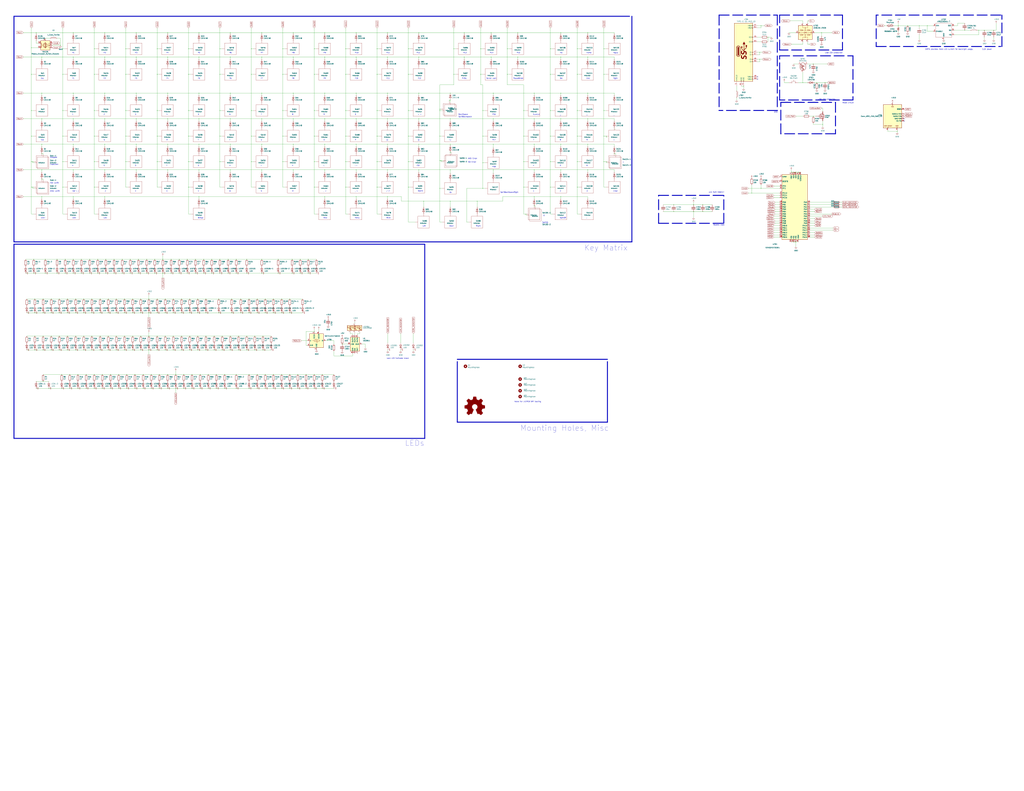
<source format=kicad_sch>
(kicad_sch (version 20200714) (host eeschema "(5.99.0-2555-g9cc6a77cc-dirty)")
  (page 1 1)
  (paper "E")
  (junction (at 34.29 52.07) (diameter 0.3048))
  (junction (at 34.29 81.28) (diameter 0.3048))
  (junction (at 34.29 120.65) (diameter 0.3048))
  (junction (at 34.29 148.59) (diameter 0.3048))
  (junction (at 34.29 176.53) (diameter 0.3048))
  (junction (at 34.29 204.47) (diameter 0.3048))
  (junction (at 35.56 176.53) (diameter 0.3048))
  (junction (at 35.56 204.47) (diameter 0.3048))
  (junction (at 36.83 283.21) (diameter 0.3048))
  (junction (at 36.83 298.45) (diameter 0.3048))
  (junction (at 38.1 326.39) (diameter 0.3048))
  (junction (at 38.1 341.63) (diameter 0.3048))
  (junction (at 38.1 367.03) (diameter 0.3048))
  (junction (at 38.1 382.27) (diameter 0.3048))
  (junction (at 39.37 35.56) (diameter 0.3048))
  (junction (at 45.72 62.23) (diameter 0.3048))
  (junction (at 45.72 101.6) (diameter 0.3048))
  (junction (at 45.72 129.54) (diameter 0.3048))
  (junction (at 45.72 157.48) (diameter 0.3048))
  (junction (at 45.72 167.64) (diameter 0.3048))
  (junction (at 45.72 185.42) (diameter 0.3048))
  (junction (at 45.72 195.58) (diameter 0.3048))
  (junction (at 45.72 214.63) (diameter 0.3048))
  (junction (at 46.99 326.39) (diameter 0.3048))
  (junction (at 46.99 341.63) (diameter 0.3048))
  (junction (at 46.99 367.03) (diameter 0.3048))
  (junction (at 46.99 382.27) (diameter 0.3048))
  (junction (at 46.99 416.56) (diameter 0.3048))
  (junction (at 49.53 283.21) (diameter 0.3048))
  (junction (at 49.53 298.45) (diameter 0.3048))
  (junction (at 53.34 424.18) (diameter 0.3048))
  (junction (at 55.88 326.39) (diameter 0.3048))
  (junction (at 55.88 341.63) (diameter 0.3048))
  (junction (at 55.88 367.03) (diameter 0.3048))
  (junction (at 55.88 382.27) (diameter 0.3048))
  (junction (at 62.23 283.21) (diameter 0.3048))
  (junction (at 62.23 298.45) (diameter 0.3048))
  (junction (at 64.77 326.39) (diameter 0.3048))
  (junction (at 64.77 341.63) (diameter 0.3048))
  (junction (at 64.77 367.03) (diameter 0.3048))
  (junction (at 64.77 382.27) (diameter 0.3048))
  (junction (at 66.04 49.53) (diameter 0.3048))
  (junction (at 67.31 408.94) (diameter 0.3048))
  (junction (at 67.31 424.18) (diameter 0.3048))
  (junction (at 68.58 53.34) (diameter 0.3048))
  (junction (at 68.58 81.28) (diameter 0.3048))
  (junction (at 68.58 120.65) (diameter 0.3048))
  (junction (at 68.58 148.59) (diameter 0.3048))
  (junction (at 68.58 176.53) (diameter 0.3048))
  (junction (at 68.58 204.47) (diameter 0.3048))
  (junction (at 71.12 283.21) (diameter 0.3048))
  (junction (at 71.12 298.45) (diameter 0.3048))
  (junction (at 73.66 326.39) (diameter 0.3048))
  (junction (at 73.66 341.63) (diameter 0.3048))
  (junction (at 73.66 367.03) (diameter 0.3048))
  (junction (at 73.66 382.27) (diameter 0.3048))
  (junction (at 76.2 408.94) (diameter 0.3048))
  (junction (at 76.2 424.18) (diameter 0.3048))
  (junction (at 80.01 35.56) (diameter 0.3048))
  (junction (at 80.01 62.23) (diameter 0.3048))
  (junction (at 80.01 101.6) (diameter 0.3048))
  (junction (at 80.01 129.54) (diameter 0.3048))
  (junction (at 80.01 157.48) (diameter 0.3048))
  (junction (at 80.01 185.42) (diameter 0.3048))
  (junction (at 80.01 214.63) (diameter 0.3048))
  (junction (at 80.01 283.21) (diameter 0.3048))
  (junction (at 80.01 298.45) (diameter 0.3048))
  (junction (at 82.55 326.39) (diameter 0.3048))
  (junction (at 82.55 341.63) (diameter 0.3048))
  (junction (at 82.55 367.03) (diameter 0.3048))
  (junction (at 82.55 382.27) (diameter 0.3048))
  (junction (at 85.09 408.94) (diameter 0.3048))
  (junction (at 85.09 424.18) (diameter 0.3048))
  (junction (at 88.9 283.21) (diameter 0.3048))
  (junction (at 88.9 298.45) (diameter 0.3048))
  (junction (at 91.44 326.39) (diameter 0.3048))
  (junction (at 91.44 341.63) (diameter 0.3048))
  (junction (at 91.44 367.03) (diameter 0.3048))
  (junction (at 91.44 382.27) (diameter 0.3048))
  (junction (at 93.98 408.94) (diameter 0.3048))
  (junction (at 93.98 424.18) (diameter 0.3048))
  (junction (at 97.79 283.21) (diameter 0.3048))
  (junction (at 97.79 298.45) (diameter 0.3048))
  (junction (at 100.33 326.39) (diameter 0.3048))
  (junction (at 100.33 341.63) (diameter 0.3048))
  (junction (at 100.33 367.03) (diameter 0.3048))
  (junction (at 100.33 382.27) (diameter 0.3048))
  (junction (at 102.87 53.34) (diameter 0.3048))
  (junction (at 102.87 81.28) (diameter 0.3048))
  (junction (at 102.87 120.65) (diameter 0.3048))
  (junction (at 102.87 148.59) (diameter 0.3048))
  (junction (at 102.87 176.53) (diameter 0.3048))
  (junction (at 102.87 204.47) (diameter 0.3048))
  (junction (at 102.87 408.94) (diameter 0.3048))
  (junction (at 102.87 424.18) (diameter 0.3048))
  (junction (at 106.68 283.21) (diameter 0.3048))
  (junction (at 106.68 298.45) (diameter 0.3048))
  (junction (at 109.22 326.39) (diameter 0.3048))
  (junction (at 109.22 341.63) (diameter 0.3048))
  (junction (at 109.22 367.03) (diameter 0.3048))
  (junction (at 109.22 382.27) (diameter 0.3048))
  (junction (at 111.76 408.94) (diameter 0.3048))
  (junction (at 111.76 424.18) (diameter 0.3048))
  (junction (at 114.3 35.56) (diameter 0.3048))
  (junction (at 114.3 62.23) (diameter 0.3048))
  (junction (at 114.3 101.6) (diameter 0.3048))
  (junction (at 114.3 129.54) (diameter 0.3048))
  (junction (at 114.3 157.48) (diameter 0.3048))
  (junction (at 114.3 185.42) (diameter 0.3048))
  (junction (at 114.3 214.63) (diameter 0.3048))
  (junction (at 115.57 283.21) (diameter 0.3048))
  (junction (at 115.57 298.45) (diameter 0.3048))
  (junction (at 118.11 326.39) (diameter 0.3048))
  (junction (at 118.11 341.63) (diameter 0.3048))
  (junction (at 118.11 367.03) (diameter 0.3048))
  (junction (at 118.11 382.27) (diameter 0.3048))
  (junction (at 120.65 408.94) (diameter 0.3048))
  (junction (at 120.65 424.18) (diameter 0.3048))
  (junction (at 124.46 283.21) (diameter 0.3048))
  (junction (at 124.46 298.45) (diameter 0.3048))
  (junction (at 127 326.39) (diameter 0.3048))
  (junction (at 127 341.63) (diameter 0.3048))
  (junction (at 127 367.03) (diameter 0.3048))
  (junction (at 127 382.27) (diameter 0.3048))
  (junction (at 129.54 408.94) (diameter 0.3048))
  (junction (at 129.54 424.18) (diameter 0.3048))
  (junction (at 133.35 283.21) (diameter 0.3048))
  (junction (at 133.35 298.45) (diameter 0.3048))
  (junction (at 135.89 326.39) (diameter 0.3048))
  (junction (at 135.89 341.63) (diameter 0.3048))
  (junction (at 135.89 367.03) (diameter 0.3048))
  (junction (at 135.89 382.27) (diameter 0.3048))
  (junction (at 137.16 53.34) (diameter 0.3048))
  (junction (at 137.16 81.28) (diameter 0.3048))
  (junction (at 137.16 120.65) (diameter 0.3048))
  (junction (at 137.16 148.59) (diameter 0.3048))
  (junction (at 137.16 176.53) (diameter 0.3048))
  (junction (at 138.43 408.94) (diameter 0.3048))
  (junction (at 138.43 424.18) (diameter 0.3048))
  (junction (at 142.24 283.21) (diameter 0.3048))
  (junction (at 142.24 298.45) (diameter 0.3048))
  (junction (at 144.78 326.39) (diameter 0.3048))
  (junction (at 144.78 341.63) (diameter 0.3048))
  (junction (at 144.78 367.03) (diameter 0.3048))
  (junction (at 144.78 382.27) (diameter 0.3048))
  (junction (at 147.32 408.94) (diameter 0.3048))
  (junction (at 147.32 424.18) (diameter 0.3048))
  (junction (at 148.59 35.56) (diameter 0.3048))
  (junction (at 148.59 62.23) (diameter 0.3048))
  (junction (at 148.59 101.6) (diameter 0.3048))
  (junction (at 148.59 129.54) (diameter 0.3048))
  (junction (at 148.59 157.48) (diameter 0.3048))
  (junction (at 148.59 185.42) (diameter 0.3048))
  (junction (at 151.13 283.21) (diameter 0.3048))
  (junction (at 151.13 298.45) (diameter 0.3048))
  (junction (at 153.67 326.39) (diameter 0.3048))
  (junction (at 153.67 341.63) (diameter 0.3048))
  (junction (at 153.67 367.03) (diameter 0.3048))
  (junction (at 153.67 382.27) (diameter 0.3048))
  (junction (at 156.21 408.94) (diameter 0.3048))
  (junction (at 156.21 424.18) (diameter 0.3048))
  (junction (at 160.02 283.21) (diameter 0.3048))
  (junction (at 160.02 298.45) (diameter 0.3048))
  (junction (at 162.56 326.39) (diameter 0.3048))
  (junction (at 162.56 341.63) (diameter 0.3048))
  (junction (at 162.56 367.03) (diameter 0.3048))
  (junction (at 162.56 382.27) (diameter 0.3048))
  (junction (at 165.1 408.94) (diameter 0.3048))
  (junction (at 165.1 424.18) (diameter 0.3048))
  (junction (at 168.91 283.21) (diameter 0.3048))
  (junction (at 168.91 298.45) (diameter 0.3048))
  (junction (at 171.45 53.34) (diameter 0.3048))
  (junction (at 171.45 81.28) (diameter 0.3048))
  (junction (at 171.45 120.65) (diameter 0.3048))
  (junction (at 171.45 148.59) (diameter 0.3048))
  (junction (at 171.45 176.53) (diameter 0.3048))
  (junction (at 171.45 326.39) (diameter 0.3048))
  (junction (at 171.45 341.63) (diameter 0.3048))
  (junction (at 171.45 367.03) (diameter 0.3048))
  (junction (at 171.45 382.27) (diameter 0.3048))
  (junction (at 173.99 408.94) (diameter 0.3048))
  (junction (at 173.99 424.18) (diameter 0.3048))
  (junction (at 177.8 283.21) (diameter 0.3048))
  (junction (at 177.8 298.45) (diameter 0.3048))
  (junction (at 180.34 326.39) (diameter 0.3048))
  (junction (at 180.34 341.63) (diameter 0.3048))
  (junction (at 180.34 367.03) (diameter 0.3048))
  (junction (at 180.34 382.27) (diameter 0.3048))
  (junction (at 182.88 35.56) (diameter 0.3048))
  (junction (at 182.88 62.23) (diameter 0.3048))
  (junction (at 182.88 101.6) (diameter 0.3048))
  (junction (at 182.88 129.54) (diameter 0.3048))
  (junction (at 182.88 157.48) (diameter 0.3048))
  (junction (at 182.88 185.42) (diameter 0.3048))
  (junction (at 182.88 408.94) (diameter 0.3048))
  (junction (at 182.88 424.18) (diameter 0.3048))
  (junction (at 186.69 283.21) (diameter 0.3048))
  (junction (at 186.69 298.45) (diameter 0.3048))
  (junction (at 189.23 326.39) (diameter 0.3048))
  (junction (at 189.23 341.63) (diameter 0.3048))
  (junction (at 189.23 367.03) (diameter 0.3048))
  (junction (at 189.23 382.27) (diameter 0.3048))
  (junction (at 191.77 408.94) (diameter 0.3048))
  (junction (at 191.77 424.18) (diameter 0.3048))
  (junction (at 195.58 283.21) (diameter 0.3048))
  (junction (at 195.58 298.45) (diameter 0.3048))
  (junction (at 198.12 326.39) (diameter 0.3048))
  (junction (at 198.12 341.63) (diameter 0.3048))
  (junction (at 198.12 367.03) (diameter 0.3048))
  (junction (at 198.12 382.27) (diameter 0.3048))
  (junction (at 200.66 408.94) (diameter 0.3048))
  (junction (at 200.66 424.18) (diameter 0.3048))
  (junction (at 204.47 283.21) (diameter 0.3048))
  (junction (at 204.47 298.45) (diameter 0.3048))
  (junction (at 205.74 53.34) (diameter 0.3048))
  (junction (at 205.74 81.28) (diameter 0.3048))
  (junction (at 205.74 120.65) (diameter 0.3048))
  (junction (at 205.74 148.59) (diameter 0.3048))
  (junction (at 205.74 176.53) (diameter 0.3048))
  (junction (at 205.74 204.47) (diameter 0.3048))
  (junction (at 207.01 326.39) (diameter 0.3048))
  (junction (at 207.01 341.63) (diameter 0.3048))
  (junction (at 207.01 367.03) (diameter 0.3048))
  (junction (at 207.01 382.27) (diameter 0.3048))
  (junction (at 209.55 408.94) (diameter 0.3048))
  (junction (at 209.55 424.18) (diameter 0.3048))
  (junction (at 213.36 283.21) (diameter 0.3048))
  (junction (at 213.36 298.45) (diameter 0.3048))
  (junction (at 215.9 326.39) (diameter 0.3048))
  (junction (at 215.9 341.63) (diameter 0.3048))
  (junction (at 215.9 367.03) (diameter 0.3048))
  (junction (at 215.9 382.27) (diameter 0.3048))
  (junction (at 217.17 35.56) (diameter 0.3048))
  (junction (at 217.17 62.23) (diameter 0.3048))
  (junction (at 217.17 101.6) (diameter 0.3048))
  (junction (at 217.17 129.54) (diameter 0.3048))
  (junction (at 217.17 157.48) (diameter 0.3048))
  (junction (at 217.17 185.42) (diameter 0.3048))
  (junction (at 217.17 214.63) (diameter 0.3048))
  (junction (at 218.44 408.94) (diameter 0.3048))
  (junction (at 218.44 424.18) (diameter 0.3048))
  (junction (at 222.25 283.21) (diameter 0.3048))
  (junction (at 222.25 298.45) (diameter 0.3048))
  (junction (at 224.79 326.39) (diameter 0.3048))
  (junction (at 224.79 341.63) (diameter 0.3048))
  (junction (at 224.79 367.03) (diameter 0.3048))
  (junction (at 224.79 382.27) (diameter 0.3048))
  (junction (at 227.33 408.94) (diameter 0.3048))
  (junction (at 227.33 424.18) (diameter 0.3048))
  (junction (at 231.14 283.21) (diameter 0.3048))
  (junction (at 231.14 298.45) (diameter 0.3048))
  (junction (at 233.68 367.03) (diameter 0.3048))
  (junction (at 233.68 382.27) (diameter 0.3048))
  (junction (at 236.22 408.94) (diameter 0.3048))
  (junction (at 236.22 424.18) (diameter 0.3048))
  (junction (at 238.76 326.39) (diameter 0.3048))
  (junction (at 238.76 341.63) (diameter 0.3048))
  (junction (at 240.03 53.34) (diameter 0.3048))
  (junction (at 240.03 81.28) (diameter 0.3048))
  (junction (at 240.03 120.65) (diameter 0.3048))
  (junction (at 240.03 148.59) (diameter 0.3048))
  (junction (at 240.03 176.53) (diameter 0.3048))
  (junction (at 240.03 283.21) (diameter 0.3048))
  (junction (at 240.03 298.45) (diameter 0.3048))
  (junction (at 242.57 367.03) (diameter 0.3048))
  (junction (at 242.57 382.27) (diameter 0.3048))
  (junction (at 245.11 408.94) (diameter 0.3048))
  (junction (at 245.11 424.18) (diameter 0.3048))
  (junction (at 248.92 283.21) (diameter 0.3048))
  (junction (at 248.92 298.45) (diameter 0.3048))
  (junction (at 251.46 35.56) (diameter 0.3048))
  (junction (at 251.46 62.23) (diameter 0.3048))
  (junction (at 251.46 101.6) (diameter 0.3048))
  (junction (at 251.46 129.54) (diameter 0.3048))
  (junction (at 251.46 157.48) (diameter 0.3048))
  (junction (at 251.46 185.42) (diameter 0.3048))
  (junction (at 251.46 367.03) (diameter 0.3048))
  (junction (at 251.46 382.27) (diameter 0.3048))
  (junction (at 252.73 326.39) (diameter 0.3048))
  (junction (at 252.73 341.63) (diameter 0.3048))
  (junction (at 257.81 283.21) (diameter 0.3048))
  (junction (at 257.81 298.45) (diameter 0.3048))
  (junction (at 257.81 408.94) (diameter 0.3048))
  (junction (at 257.81 424.18) (diameter 0.3048))
  (junction (at 260.35 367.03) (diameter 0.3048))
  (junction (at 260.35 382.27) (diameter 0.3048))
  (junction (at 262.89 326.39) (diameter 0.3048))
  (junction (at 262.89 341.63) (diameter 0.3048))
  (junction (at 269.24 283.21) (diameter 0.3048))
  (junction (at 269.24 298.45) (diameter 0.3048))
  (junction (at 269.24 367.03) (diameter 0.3048))
  (junction (at 269.24 382.27) (diameter 0.3048))
  (junction (at 271.78 326.39) (diameter 0.3048))
  (junction (at 271.78 341.63) (diameter 0.3048))
  (junction (at 271.78 408.94) (diameter 0.3048))
  (junction (at 271.78 424.18) (diameter 0.3048))
  (junction (at 274.32 53.34) (diameter 0.3048))
  (junction (at 274.32 81.28) (diameter 0.3048))
  (junction (at 274.32 120.65) (diameter 0.3048))
  (junction (at 274.32 148.59) (diameter 0.3048))
  (junction (at 274.32 176.53) (diameter 0.3048))
  (junction (at 278.13 367.03) (diameter 0.3048))
  (junction (at 278.13 382.27) (diameter 0.3048))
  (junction (at 280.67 326.39) (diameter 0.3048))
  (junction (at 280.67 341.63) (diameter 0.3048))
  (junction (at 280.67 408.94) (diameter 0.3048))
  (junction (at 280.67 424.18) (diameter 0.3048))
  (junction (at 285.75 35.56) (diameter 0.3048))
  (junction (at 285.75 62.23) (diameter 0.3048))
  (junction (at 285.75 101.6) (diameter 0.3048))
  (junction (at 285.75 129.54) (diameter 0.3048))
  (junction (at 285.75 157.48) (diameter 0.3048))
  (junction (at 285.75 185.42) (diameter 0.3048))
  (junction (at 285.75 283.21) (diameter 0.3048))
  (junction (at 285.75 298.45) (diameter 0.3048))
  (junction (at 287.02 367.03) (diameter 0.3048))
  (junction (at 287.02 382.27) (diameter 0.3048))
  (junction (at 289.56 326.39) (diameter 0.3048))
  (junction (at 289.56 341.63) (diameter 0.3048))
  (junction (at 289.56 408.94) (diameter 0.3048))
  (junction (at 289.56 424.18) (diameter 0.3048))
  (junction (at 298.45 326.39) (diameter 0.3048))
  (junction (at 298.45 341.63) (diameter 0.3048))
  (junction (at 298.45 408.94) (diameter 0.3048))
  (junction (at 298.45 424.18) (diameter 0.3048))
  (junction (at 303.53 283.21) (diameter 0.3048))
  (junction (at 303.53 298.45) (diameter 0.3048))
  (junction (at 307.34 326.39) (diameter 0.3048))
  (junction (at 307.34 341.63) (diameter 0.3048))
  (junction (at 307.34 408.94) (diameter 0.3048))
  (junction (at 307.34 424.18) (diameter 0.3048))
  (junction (at 308.61 53.34) (diameter 0.3048))
  (junction (at 308.61 81.28) (diameter 0.3048))
  (junction (at 308.61 120.65) (diameter 0.3048))
  (junction (at 308.61 148.59) (diameter 0.3048))
  (junction (at 308.61 176.53) (diameter 0.3048))
  (junction (at 316.23 326.39) (diameter 0.3048))
  (junction (at 316.23 341.63) (diameter 0.3048))
  (junction (at 316.23 408.94) (diameter 0.3048))
  (junction (at 316.23 424.18) (diameter 0.3048))
  (junction (at 318.77 283.21) (diameter 0.3048))
  (junction (at 318.77 298.45) (diameter 0.3048))
  (junction (at 320.04 35.56) (diameter 0.3048))
  (junction (at 320.04 62.23) (diameter 0.3048))
  (junction (at 320.04 101.6) (diameter 0.3048))
  (junction (at 320.04 129.54) (diameter 0.3048))
  (junction (at 320.04 157.48) (diameter 0.3048))
  (junction (at 320.04 185.42) (diameter 0.3048))
  (junction (at 325.12 408.94) (diameter 0.3048))
  (junction (at 325.12 424.18) (diameter 0.3048))
  (junction (at 327.66 283.21) (diameter 0.3048))
  (junction (at 327.66 298.45) (diameter 0.3048))
  (junction (at 334.01 408.94) (diameter 0.3048))
  (junction (at 334.01 424.18) (diameter 0.3048))
  (junction (at 336.55 283.21) (diameter 0.3048))
  (junction (at 336.55 298.45) (diameter 0.3048))
  (junction (at 342.9 53.34) (diameter 0.3048))
  (junction (at 342.9 81.28) (diameter 0.3048))
  (junction (at 342.9 120.65) (diameter 0.3048))
  (junction (at 342.9 148.59) (diameter 0.3048))
  (junction (at 342.9 176.53) (diameter 0.3048))
  (junction (at 342.9 204.47) (diameter 0.3048))
  (junction (at 342.9 361.95) (diameter 0.3048))
  (junction (at 342.9 408.94) (diameter 0.3048))
  (junction (at 342.9 424.18) (diameter 0.3048))
  (junction (at 351.79 408.94) (diameter 0.3048))
  (junction (at 351.79 424.18) (diameter 0.3048))
  (junction (at 354.33 35.56) (diameter 0.3048))
  (junction (at 354.33 62.23) (diameter 0.3048))
  (junction (at 354.33 101.6) (diameter 0.3048))
  (junction (at 354.33 129.54) (diameter 0.3048))
  (junction (at 354.33 157.48) (diameter 0.3048))
  (junction (at 354.33 185.42) (diameter 0.3048))
  (junction (at 354.33 214.63) (diameter 0.3048))
  (junction (at 373.38 375.92) (diameter 0.3048))
  (junction (at 377.19 53.34) (diameter 0.3048))
  (junction (at 377.19 81.28) (diameter 0.3048))
  (junction (at 377.19 120.65) (diameter 0.3048))
  (junction (at 377.19 148.59) (diameter 0.3048))
  (junction (at 377.19 176.53) (diameter 0.3048))
  (junction (at 377.19 204.47) (diameter 0.3048))
  (junction (at 388.62 35.56) (diameter 0.3048))
  (junction (at 388.62 62.23) (diameter 0.3048))
  (junction (at 388.62 101.6) (diameter 0.3048))
  (junction (at 388.62 129.54) (diameter 0.3048))
  (junction (at 388.62 157.48) (diameter 0.3048))
  (junction (at 388.62 185.42) (diameter 0.3048))
  (junction (at 388.62 214.63) (diameter 0.3048))
  (junction (at 411.48 53.34) (diameter 0.3048))
  (junction (at 411.48 81.28) (diameter 0.3048))
  (junction (at 411.48 120.65) (diameter 0.3048))
  (junction (at 411.48 148.59) (diameter 0.3048))
  (junction (at 411.48 176.53) (diameter 0.3048))
  (junction (at 411.48 204.47) (diameter 0.3048))
  (junction (at 422.91 35.56) (diameter 0.3048))
  (junction (at 422.91 62.23) (diameter 0.3048))
  (junction (at 422.91 101.6) (diameter 0.3048))
  (junction (at 422.91 129.54) (diameter 0.3048))
  (junction (at 422.91 157.48) (diameter 0.3048))
  (junction (at 422.91 185.42) (diameter 0.3048))
  (junction (at 422.91 214.63) (diameter 0.3048))
  (junction (at 445.77 53.34) (diameter 0.3048))
  (junction (at 445.77 81.28) (diameter 0.3048))
  (junction (at 445.77 120.65) (diameter 0.3048))
  (junction (at 445.77 148.59) (diameter 0.3048))
  (junction (at 445.77 176.53) (diameter 0.3048))
  (junction (at 445.77 204.47) (diameter 0.3048))
  (junction (at 457.2 35.56) (diameter 0.3048))
  (junction (at 457.2 62.23) (diameter 0.3048))
  (junction (at 457.2 101.6) (diameter 0.3048))
  (junction (at 457.2 129.54) (diameter 0.3048))
  (junction (at 457.2 157.48) (diameter 0.3048))
  (junction (at 457.2 185.42) (diameter 0.3048))
  (junction (at 462.28 219.71) (diameter 0.3048))
  (junction (at 480.06 119.38) (diameter 0.3048))
  (junction (at 480.06 120.65) (diameter 0.3048))
  (junction (at 480.06 148.59) (diameter 0.3048))
  (junction (at 480.06 175.26) (diameter 0.3048))
  (junction (at 480.06 205.74) (diameter 0.3048))
  (junction (at 481.33 175.26) (diameter 0.3048))
  (junction (at 491.49 101.6) (diameter 0.3048))
  (junction (at 491.49 109.22) (diameter 0.3048))
  (junction (at 491.49 129.54) (diameter 0.3048))
  (junction (at 491.49 157.48) (diameter 0.3048))
  (junction (at 491.49 166.37) (diameter 0.3048))
  (junction (at 491.49 185.42) (diameter 0.3048))
  (junction (at 491.49 219.71) (diameter 0.3048))
  (junction (at 495.3 53.34) (diameter 0.3048))
  (junction (at 495.3 81.28) (diameter 0.3048))
  (junction (at 506.73 35.56) (diameter 0.3048))
  (junction (at 506.73 62.23) (diameter 0.3048))
  (junction (at 520.7 219.71) (diameter 0.3048))
  (junction (at 524.51 53.34) (diameter 0.3048))
  (junction (at 524.51 81.28) (diameter 0.3048))
  (junction (at 527.05 120.65) (diameter 0.3048))
  (junction (at 527.05 148.59) (diameter 0.3048))
  (junction (at 527.05 177.8) (diameter 0.3048))
  (junction (at 527.05 205.74) (diameter 0.3048))
  (junction (at 535.94 35.56) (diameter 0.3048))
  (junction (at 535.94 62.23) (diameter 0.3048))
  (junction (at 538.48 101.6) (diameter 0.3048))
  (junction (at 538.48 129.54) (diameter 0.3048))
  (junction (at 538.48 157.48) (diameter 0.3048))
  (junction (at 538.48 185.42) (diameter 0.3048))
  (junction (at 553.72 53.34) (diameter 0.3048))
  (junction (at 553.72 81.28) (diameter 0.3048))
  (junction (at 565.15 35.56) (diameter 0.3048))
  (junction (at 565.15 62.23) (diameter 0.3048))
  (junction (at 571.5 120.65) (diameter 0.3048))
  (junction (at 571.5 148.59) (diameter 0.3048))
  (junction (at 571.5 176.53) (diameter 0.3048))
  (junction (at 571.5 204.47) (diameter 0.3048))
  (junction (at 574.04 233.68) (diameter 0.3048))
  (junction (at 582.93 101.6) (diameter 0.3048))
  (junction (at 582.93 129.54) (diameter 0.3048))
  (junction (at 582.93 157.48) (diameter 0.3048))
  (junction (at 582.93 185.42) (diameter 0.3048))
  (junction (at 582.93 214.63) (diameter 0.3048))
  (junction (at 582.93 224.79) (diameter 0.3048))
  (junction (at 600.71 53.34) (diameter 0.3048))
  (junction (at 600.71 81.28) (diameter 0.3048))
  (junction (at 600.71 120.65) (diameter 0.3048))
  (junction (at 600.71 148.59) (diameter 0.3048))
  (junction (at 600.71 176.53) (diameter 0.3048))
  (junction (at 600.71 204.47) (diameter 0.3048))
  (junction (at 612.14 35.56) (diameter 0.3048))
  (junction (at 612.14 62.23) (diameter 0.3048))
  (junction (at 612.14 101.6) (diameter 0.3048))
  (junction (at 612.14 129.54) (diameter 0.3048))
  (junction (at 612.14 157.48) (diameter 0.3048))
  (junction (at 612.14 185.42) (diameter 0.3048))
  (junction (at 612.14 214.63) (diameter 0.3048))
  (junction (at 629.92 53.34) (diameter 0.3048))
  (junction (at 629.92 81.28) (diameter 0.3048))
  (junction (at 629.92 120.65) (diameter 0.3048))
  (junction (at 629.92 148.59) (diameter 0.3048))
  (junction (at 629.92 176.53) (diameter 0.3048))
  (junction (at 629.92 204.47) (diameter 0.3048))
  (junction (at 641.35 35.56) (diameter 0.3048))
  (junction (at 641.35 62.23) (diameter 0.3048))
  (junction (at 641.35 101.6) (diameter 0.3048))
  (junction (at 641.35 129.54) (diameter 0.3048))
  (junction (at 641.35 157.48) (diameter 0.3048))
  (junction (at 641.35 185.42) (diameter 0.3048))
  (junction (at 659.13 53.34) (diameter 0.3048))
  (junction (at 659.13 81.28) (diameter 0.3048))
  (junction (at 659.13 120.65) (diameter 0.3048))
  (junction (at 659.13 148.59) (diameter 0.3048))
  (junction (at 659.13 176.53) (diameter 0.3048))
  (junction (at 661.67 148.59) (diameter 0.3048))
  (junction (at 661.67 176.53) (diameter 0.3048))
  (junction (at 670.56 167.64) (diameter 0.3048))
  (junction (at 735.33 223.52) (diameter 0.3048))
  (junction (at 735.33 231.14) (diameter 0.3048))
  (junction (at 756.92 223.52) (diameter 0.3048))
  (junction (at 756.92 231.14) (diameter 0.3048))
  (junction (at 767.08 223.52) (diameter 0.3048))
  (junction (at 767.08 231.14) (diameter 0.3048))
  (junction (at 811.53 93.98) (diameter 0.3048))
  (junction (at 820.42 210.82) (diameter 0.3048))
  (junction (at 829.31 57.15) (diameter 0.3048))
  (junction (at 829.31 64.77) (diameter 0.3048))
  (junction (at 830.58 27.94) (diameter 0.3048))
  (junction (at 830.58 205.74) (diameter 0.3048))
  (junction (at 838.2 40.64) (diameter 0.3048))
  (junction (at 863.6 187.96) (diameter 0.3048))
  (junction (at 866.14 187.96) (diameter 0.3048))
  (junction (at 866.14 264.16) (diameter 0.3048))
  (junction (at 868.68 187.96) (diameter 0.3048))
  (junction (at 868.68 264.16) (diameter 0.3048))
  (junction (at 871.22 187.96) (diameter 0.3048))
  (junction (at 876.3 90.17) (diameter 0.3048))
  (junction (at 887.73 69.85) (diameter 0.3048))
  (junction (at 887.73 127) (diameter 0.3048))
  (junction (at 891.54 90.17) (diameter 0.3048))
  (junction (at 896.62 35.56) (diameter 0.3048))
  (junction (at 897.89 135.89) (diameter 0.3048))
  (junction (at 900.43 90.17) (diameter 0.3048))
  (junction (at 979.17 143.51) (diameter 0.3048))
  (junction (at 980.44 27.94) (diameter 0.3048))
  (junction (at 990.6 27.94) (diameter 0.3048))
  (junction (at 1003.3 27.94) (diameter 0.3048))
  (junction (at 1012.19 27.94) (diameter 0.3048))
  (junction (at 1052.83 33.02) (diameter 0.3048))
  (junction (at 1068.07 33.02) (diameter 0.3048))
  (junction (at 1074.42 33.02) (diameter 0.3048))
  (junction (at 1084.58 33.02) (diameter 0.3048))
  (no_connect (at 826.77 86.36))
  (no_connect (at 826.77 83.82))
  (no_connect (at 986.79 129.54))
  (no_connect (at 986.79 132.08))
  (wire (pts (xy 25.4 35.56) (xy 39.37 35.56)))
  (wire (pts (xy 25.4 62.23) (xy 45.72 62.23)))
  (wire (pts (xy 25.4 101.6) (xy 45.72 101.6)))
  (wire (pts (xy 25.4 129.54) (xy 45.72 129.54)))
  (wire (pts (xy 25.4 157.48) (xy 45.72 157.48)))
  (wire (pts (xy 25.4 185.42) (xy 45.72 185.42)))
  (wire (pts (xy 25.4 214.63) (xy 45.72 214.63)))
  (wire (pts (xy 29.21 326.39) (xy 38.1 326.39)))
  (wire (pts (xy 29.21 341.63) (xy 38.1 341.63)))
  (wire (pts (xy 34.29 30.48) (xy 34.29 52.07)))
  (wire (pts (xy 34.29 52.07) (xy 34.29 81.28)))
  (wire (pts (xy 34.29 81.28) (xy 34.29 120.65)))
  (wire (pts (xy 34.29 120.65) (xy 34.29 148.59)))
  (wire (pts (xy 34.29 148.59) (xy 34.29 176.53)))
  (wire (pts (xy 34.29 176.53) (xy 34.29 204.47)))
  (wire (pts (xy 34.29 204.47) (xy 34.29 233.68)))
  (wire (pts (xy 35.56 176.53) (xy 34.29 176.53)))
  (wire (pts (xy 35.56 177.8) (xy 35.56 176.53)))
  (wire (pts (xy 35.56 204.47) (xy 34.29 204.47)))
  (wire (pts (xy 35.56 205.74) (xy 35.56 204.47)))
  (wire (pts (xy 36.83 81.28) (xy 34.29 81.28)))
  (wire (pts (xy 36.83 120.65) (xy 34.29 120.65)))
  (wire (pts (xy 36.83 148.59) (xy 34.29 148.59)))
  (wire (pts (xy 36.83 176.53) (xy 35.56 176.53)))
  (wire (pts (xy 36.83 204.47) (xy 35.56 204.47)))
  (wire (pts (xy 36.83 233.68) (xy 34.29 233.68)))
  (wire (pts (xy 36.83 283.21) (xy 27.94 283.21)))
  (wire (pts (xy 36.83 283.21) (xy 49.53 283.21)))
  (wire (pts (xy 36.83 298.45) (xy 27.94 298.45)))
  (wire (pts (xy 36.83 298.45) (xy 49.53 298.45)))
  (wire (pts (xy 38.1 177.8) (xy 35.56 177.8)))
  (wire (pts (xy 38.1 205.74) (xy 35.56 205.74)))
  (wire (pts (xy 38.1 326.39) (xy 46.99 326.39)))
  (wire (pts (xy 38.1 341.63) (xy 46.99 341.63)))
  (wire (pts (xy 38.1 367.03) (xy 29.21 367.03)))
  (wire (pts (xy 38.1 382.27) (xy 29.21 382.27)))
  (wire (pts (xy 39.37 35.56) (xy 80.01 35.56)))
  (wire (pts (xy 39.37 36.83) (xy 39.37 35.56)))
  (wire (pts (xy 39.37 46.99) (xy 39.37 44.45)))
  (wire (pts (xy 39.37 416.56) (xy 46.99 416.56)))
  (wire (pts (xy 39.37 424.18) (xy 53.34 424.18)))
  (wire (pts (xy 41.91 46.99) (xy 39.37 46.99)))
  (wire (pts (xy 41.91 52.07) (xy 34.29 52.07)))
  (wire (pts (xy 45.72 62.23) (xy 45.72 64.77)))
  (wire (pts (xy 45.72 62.23) (xy 80.01 62.23)))
  (wire (pts (xy 45.72 101.6) (xy 45.72 104.14)))
  (wire (pts (xy 45.72 101.6) (xy 80.01 101.6)))
  (wire (pts (xy 45.72 129.54) (xy 45.72 132.08)))
  (wire (pts (xy 45.72 129.54) (xy 80.01 129.54)))
  (wire (pts (xy 45.72 157.48) (xy 45.72 160.02)))
  (wire (pts (xy 45.72 157.48) (xy 80.01 157.48)))
  (wire (pts (xy 45.72 185.42) (xy 45.72 187.96)))
  (wire (pts (xy 45.72 185.42) (xy 80.01 185.42)))
  (wire (pts (xy 45.72 214.63) (xy 45.72 217.17)))
  (wire (pts (xy 45.72 214.63) (xy 80.01 214.63)))
  (wire (pts (xy 46.99 167.64) (xy 45.72 167.64)))
  (wire (pts (xy 46.99 168.91) (xy 46.99 167.64)))
  (wire (pts (xy 46.99 195.58) (xy 45.72 195.58)))
  (wire (pts (xy 46.99 196.85) (xy 46.99 195.58)))
  (wire (pts (xy 46.99 367.03) (xy 38.1 367.03)))
  (wire (pts (xy 46.99 382.27) (xy 38.1 382.27)))
  (wire (pts (xy 46.99 408.94) (xy 67.31 408.94)))
  (wire (pts (xy 46.99 416.56) (xy 53.34 416.56)))
  (wire (pts (xy 49.53 41.91) (xy 54.61 41.91)))
  (wire (pts (xy 49.53 283.21) (xy 62.23 283.21)))
  (wire (pts (xy 49.53 298.45) (xy 62.23 298.45)))
  (wire (pts (xy 53.34 424.18) (xy 67.31 424.18)))
  (wire (pts (xy 55.88 326.39) (xy 46.99 326.39)))
  (wire (pts (xy 55.88 341.63) (xy 46.99 341.63)))
  (wire (pts (xy 55.88 367.03) (xy 46.99 367.03)))
  (wire (pts (xy 55.88 382.27) (xy 46.99 382.27)))
  (wire (pts (xy 62.23 41.91) (xy 66.04 41.91)))
  (wire (pts (xy 64.77 326.39) (xy 55.88 326.39)))
  (wire (pts (xy 64.77 341.63) (xy 55.88 341.63)))
  (wire (pts (xy 64.77 367.03) (xy 55.88 367.03)))
  (wire (pts (xy 64.77 382.27) (xy 55.88 382.27)))
  (wire (pts (xy 66.04 41.91) (xy 66.04 49.53)) (stroke (width 0.1524)))
  (wire (pts (xy 66.04 49.53) (xy 57.15 49.53)))
  (wire (pts (xy 68.58 53.34) (xy 68.58 30.48)))
  (wire (pts (xy 68.58 53.34) (xy 68.58 81.28)))
  (wire (pts (xy 68.58 81.28) (xy 68.58 120.65)))
  (wire (pts (xy 68.58 148.59) (xy 68.58 120.65)))
  (wire (pts (xy 68.58 176.53) (xy 68.58 148.59)))
  (wire (pts (xy 68.58 204.47) (xy 68.58 176.53)))
  (wire (pts (xy 68.58 233.68) (xy 68.58 204.47)))
  (wire (pts (xy 71.12 53.34) (xy 68.58 53.34)))
  (wire (pts (xy 71.12 81.28) (xy 68.58 81.28)))
  (wire (pts (xy 71.12 120.65) (xy 68.58 120.65)))
  (wire (pts (xy 71.12 148.59) (xy 68.58 148.59)))
  (wire (pts (xy 71.12 176.53) (xy 68.58 176.53)))
  (wire (pts (xy 71.12 204.47) (xy 68.58 204.47)))
  (wire (pts (xy 71.12 233.68) (xy 68.58 233.68)))
  (wire (pts (xy 71.12 283.21) (xy 62.23 283.21)))
  (wire (pts (xy 71.12 298.45) (xy 62.23 298.45)))
  (wire (pts (xy 73.66 326.39) (xy 64.77 326.39)))
  (wire (pts (xy 73.66 341.63) (xy 64.77 341.63)))
  (wire (pts (xy 73.66 367.03) (xy 64.77 367.03)))
  (wire (pts (xy 73.66 382.27) (xy 64.77 382.27)))
  (wire (pts (xy 76.2 408.94) (xy 67.31 408.94)))
  (wire (pts (xy 76.2 424.18) (xy 67.31 424.18)))
  (wire (pts (xy 80.01 36.83) (xy 80.01 35.56)))
  (wire (pts (xy 80.01 62.23) (xy 80.01 64.77)))
  (wire (pts (xy 80.01 62.23) (xy 114.3 62.23)))
  (wire (pts (xy 80.01 101.6) (xy 80.01 104.14)))
  (wire (pts (xy 80.01 101.6) (xy 114.3 101.6)))
  (wire (pts (xy 80.01 129.54) (xy 80.01 132.08)))
  (wire (pts (xy 80.01 129.54) (xy 114.3 129.54)))
  (wire (pts (xy 80.01 157.48) (xy 80.01 160.02)))
  (wire (pts (xy 80.01 157.48) (xy 114.3 157.48)))
  (wire (pts (xy 80.01 185.42) (xy 80.01 187.96)))
  (wire (pts (xy 80.01 185.42) (xy 114.3 185.42)))
  (wire (pts (xy 80.01 214.63) (xy 80.01 217.17)))
  (wire (pts (xy 80.01 214.63) (xy 114.3 214.63)))
  (wire (pts (xy 80.01 283.21) (xy 71.12 283.21)))
  (wire (pts (xy 80.01 298.45) (xy 71.12 298.45)))
  (wire (pts (xy 82.55 326.39) (xy 73.66 326.39)))
  (wire (pts (xy 82.55 341.63) (xy 73.66 341.63)))
  (wire (pts (xy 82.55 367.03) (xy 73.66 367.03)))
  (wire (pts (xy 82.55 382.27) (xy 73.66 382.27)))
  (wire (pts (xy 85.09 408.94) (xy 76.2 408.94)))
  (wire (pts (xy 85.09 424.18) (xy 76.2 424.18)))
  (wire (pts (xy 88.9 283.21) (xy 80.01 283.21)))
  (wire (pts (xy 88.9 298.45) (xy 80.01 298.45)))
  (wire (pts (xy 91.44 326.39) (xy 82.55 326.39)))
  (wire (pts (xy 91.44 341.63) (xy 82.55 341.63)))
  (wire (pts (xy 91.44 367.03) (xy 82.55 367.03)))
  (wire (pts (xy 91.44 382.27) (xy 82.55 382.27)))
  (wire (pts (xy 93.98 408.94) (xy 85.09 408.94)))
  (wire (pts (xy 93.98 424.18) (xy 85.09 424.18)))
  (wire (pts (xy 97.79 283.21) (xy 88.9 283.21)))
  (wire (pts (xy 97.79 298.45) (xy 88.9 298.45)))
  (wire (pts (xy 100.33 326.39) (xy 91.44 326.39)))
  (wire (pts (xy 100.33 341.63) (xy 91.44 341.63)))
  (wire (pts (xy 100.33 367.03) (xy 91.44 367.03)))
  (wire (pts (xy 100.33 382.27) (xy 91.44 382.27)))
  (wire (pts (xy 102.87 53.34) (xy 102.87 30.48)))
  (wire (pts (xy 102.87 53.34) (xy 102.87 81.28)))
  (wire (pts (xy 102.87 81.28) (xy 102.87 120.65)))
  (wire (pts (xy 102.87 148.59) (xy 102.87 120.65)))
  (wire (pts (xy 102.87 176.53) (xy 102.87 148.59)))
  (wire (pts (xy 102.87 204.47) (xy 102.87 176.53)))
  (wire (pts (xy 102.87 233.68) (xy 102.87 204.47)))
  (wire (pts (xy 102.87 408.94) (xy 93.98 408.94)))
  (wire (pts (xy 102.87 424.18) (xy 93.98 424.18)))
  (wire (pts (xy 105.41 53.34) (xy 102.87 53.34)))
  (wire (pts (xy 105.41 81.28) (xy 102.87 81.28)))
  (wire (pts (xy 105.41 120.65) (xy 102.87 120.65)))
  (wire (pts (xy 105.41 148.59) (xy 102.87 148.59)))
  (wire (pts (xy 105.41 176.53) (xy 102.87 176.53)))
  (wire (pts (xy 105.41 204.47) (xy 102.87 204.47)))
  (wire (pts (xy 105.41 233.68) (xy 102.87 233.68)))
  (wire (pts (xy 106.68 283.21) (xy 97.79 283.21)))
  (wire (pts (xy 106.68 298.45) (xy 97.79 298.45)))
  (wire (pts (xy 109.22 326.39) (xy 100.33 326.39)))
  (wire (pts (xy 109.22 341.63) (xy 100.33 341.63)))
  (wire (pts (xy 109.22 367.03) (xy 100.33 367.03)))
  (wire (pts (xy 109.22 382.27) (xy 100.33 382.27)))
  (wire (pts (xy 111.76 408.94) (xy 102.87 408.94)))
  (wire (pts (xy 111.76 424.18) (xy 102.87 424.18)))
  (wire (pts (xy 114.3 35.56) (xy 80.01 35.56)))
  (wire (pts (xy 114.3 36.83) (xy 114.3 35.56)))
  (wire (pts (xy 114.3 62.23) (xy 114.3 64.77)))
  (wire (pts (xy 114.3 62.23) (xy 148.59 62.23)))
  (wire (pts (xy 114.3 101.6) (xy 114.3 104.14)))
  (wire (pts (xy 114.3 101.6) (xy 148.59 101.6)))
  (wire (pts (xy 114.3 129.54) (xy 114.3 132.08)))
  (wire (pts (xy 114.3 129.54) (xy 148.59 129.54)))
  (wire (pts (xy 114.3 157.48) (xy 114.3 160.02)))
  (wire (pts (xy 114.3 157.48) (xy 148.59 157.48)))
  (wire (pts (xy 114.3 185.42) (xy 114.3 187.96)))
  (wire (pts (xy 114.3 185.42) (xy 148.59 185.42)))
  (wire (pts (xy 114.3 214.63) (xy 114.3 217.17)))
  (wire (pts (xy 114.3 214.63) (xy 217.17 214.63)))
  (wire (pts (xy 115.57 283.21) (xy 106.68 283.21)))
  (wire (pts (xy 115.57 298.45) (xy 106.68 298.45)))
  (wire (pts (xy 118.11 326.39) (xy 109.22 326.39)))
  (wire (pts (xy 118.11 341.63) (xy 109.22 341.63)))
  (wire (pts (xy 118.11 367.03) (xy 109.22 367.03)))
  (wire (pts (xy 118.11 382.27) (xy 109.22 382.27)))
  (wire (pts (xy 120.65 408.94) (xy 111.76 408.94)))
  (wire (pts (xy 120.65 424.18) (xy 111.76 424.18)))
  (wire (pts (xy 124.46 283.21) (xy 115.57 283.21)))
  (wire (pts (xy 124.46 298.45) (xy 115.57 298.45)))
  (wire (pts (xy 127 326.39) (xy 118.11 326.39)))
  (wire (pts (xy 127 341.63) (xy 118.11 341.63)))
  (wire (pts (xy 127 367.03) (xy 118.11 367.03)))
  (wire (pts (xy 127 382.27) (xy 118.11 382.27)))
  (wire (pts (xy 129.54 408.94) (xy 120.65 408.94)))
  (wire (pts (xy 129.54 424.18) (xy 120.65 424.18)))
  (wire (pts (xy 133.35 283.21) (xy 124.46 283.21)))
  (wire (pts (xy 133.35 298.45) (xy 124.46 298.45)))
  (wire (pts (xy 135.89 326.39) (xy 127 326.39)))
  (wire (pts (xy 135.89 341.63) (xy 127 341.63)))
  (wire (pts (xy 135.89 367.03) (xy 127 367.03)))
  (wire (pts (xy 135.89 382.27) (xy 127 382.27)))
  (wire (pts (xy 137.16 30.48) (xy 137.16 53.34)))
  (wire (pts (xy 137.16 53.34) (xy 137.16 81.28)))
  (wire (pts (xy 137.16 81.28) (xy 137.16 120.65)))
  (wire (pts (xy 137.16 148.59) (xy 137.16 120.65)))
  (wire (pts (xy 137.16 176.53) (xy 137.16 148.59)))
  (wire (pts (xy 137.16 204.47) (xy 137.16 176.53)))
  (wire (pts (xy 138.43 408.94) (xy 129.54 408.94)))
  (wire (pts (xy 138.43 424.18) (xy 129.54 424.18)))
  (wire (pts (xy 139.7 53.34) (xy 137.16 53.34)))
  (wire (pts (xy 139.7 81.28) (xy 137.16 81.28)))
  (wire (pts (xy 139.7 120.65) (xy 137.16 120.65)))
  (wire (pts (xy 139.7 148.59) (xy 137.16 148.59)))
  (wire (pts (xy 139.7 176.53) (xy 137.16 176.53)))
  (wire (pts (xy 139.7 204.47) (xy 137.16 204.47)))
  (wire (pts (xy 142.24 283.21) (xy 133.35 283.21)))
  (wire (pts (xy 142.24 298.45) (xy 133.35 298.45)))
  (wire (pts (xy 144.78 326.39) (xy 135.89 326.39)))
  (wire (pts (xy 144.78 341.63) (xy 135.89 341.63)))
  (wire (pts (xy 144.78 367.03) (xy 135.89 367.03)))
  (wire (pts (xy 144.78 382.27) (xy 135.89 382.27)))
  (wire (pts (xy 147.32 408.94) (xy 138.43 408.94)))
  (wire (pts (xy 147.32 424.18) (xy 138.43 424.18)))
  (wire (pts (xy 148.59 35.56) (xy 114.3 35.56)))
  (wire (pts (xy 148.59 36.83) (xy 148.59 35.56)))
  (wire (pts (xy 148.59 62.23) (xy 148.59 64.77)))
  (wire (pts (xy 148.59 62.23) (xy 182.88 62.23)))
  (wire (pts (xy 148.59 101.6) (xy 148.59 104.14)))
  (wire (pts (xy 148.59 101.6) (xy 182.88 101.6)))
  (wire (pts (xy 148.59 129.54) (xy 148.59 132.08)))
  (wire (pts (xy 148.59 129.54) (xy 182.88 129.54)))
  (wire (pts (xy 148.59 157.48) (xy 148.59 160.02)))
  (wire (pts (xy 148.59 157.48) (xy 182.88 157.48)))
  (wire (pts (xy 148.59 185.42) (xy 148.59 187.96)))
  (wire (pts (xy 148.59 185.42) (xy 182.88 185.42)))
  (wire (pts (xy 151.13 283.21) (xy 142.24 283.21)))
  (wire (pts (xy 151.13 298.45) (xy 142.24 298.45)))
  (wire (pts (xy 153.67 326.39) (xy 144.78 326.39)))
  (wire (pts (xy 153.67 341.63) (xy 144.78 341.63)))
  (wire (pts (xy 153.67 367.03) (xy 144.78 367.03)))
  (wire (pts (xy 153.67 382.27) (xy 144.78 382.27)))
  (wire (pts (xy 156.21 408.94) (xy 147.32 408.94)))
  (wire (pts (xy 156.21 424.18) (xy 147.32 424.18)))
  (wire (pts (xy 160.02 283.21) (xy 151.13 283.21)))
  (wire (pts (xy 160.02 298.45) (xy 151.13 298.45)))
  (wire (pts (xy 162.56 326.39) (xy 153.67 326.39)))
  (wire (pts (xy 162.56 326.39) (xy 162.56 322.58)))
  (wire (pts (xy 162.56 341.63) (xy 153.67 341.63)))
  (wire (pts (xy 162.56 346.71) (xy 162.56 341.63)))
  (wire (pts (xy 162.56 367.03) (xy 153.67 367.03)))
  (wire (pts (xy 162.56 367.03) (xy 162.56 363.22)))
  (wire (pts (xy 162.56 382.27) (xy 153.67 382.27)))
  (wire (pts (xy 162.56 387.35) (xy 162.56 382.27)))
  (wire (pts (xy 165.1 408.94) (xy 156.21 408.94)))
  (wire (pts (xy 165.1 424.18) (xy 156.21 424.18)))
  (wire (pts (xy 168.91 283.21) (xy 160.02 283.21)))
  (wire (pts (xy 168.91 298.45) (xy 160.02 298.45)))
  (wire (pts (xy 171.45 53.34) (xy 171.45 30.48)))
  (wire (pts (xy 171.45 53.34) (xy 171.45 81.28)))
  (wire (pts (xy 171.45 81.28) (xy 171.45 120.65)))
  (wire (pts (xy 171.45 148.59) (xy 171.45 120.65)))
  (wire (pts (xy 171.45 176.53) (xy 171.45 148.59)))
  (wire (pts (xy 171.45 204.47) (xy 171.45 176.53)))
  (wire (pts (xy 171.45 326.39) (xy 162.56 326.39)))
  (wire (pts (xy 171.45 341.63) (xy 162.56 341.63)))
  (wire (pts (xy 171.45 367.03) (xy 162.56 367.03)))
  (wire (pts (xy 171.45 382.27) (xy 162.56 382.27)))
  (wire (pts (xy 173.99 53.34) (xy 171.45 53.34)))
  (wire (pts (xy 173.99 81.28) (xy 171.45 81.28)))
  (wire (pts (xy 173.99 120.65) (xy 171.45 120.65)))
  (wire (pts (xy 173.99 148.59) (xy 171.45 148.59)))
  (wire (pts (xy 173.99 176.53) (xy 171.45 176.53)))
  (wire (pts (xy 173.99 204.47) (xy 171.45 204.47)))
  (wire (pts (xy 173.99 408.94) (xy 165.1 408.94)))
  (wire (pts (xy 173.99 424.18) (xy 165.1 424.18)))
  (wire (pts (xy 177.8 283.21) (xy 168.91 283.21)))
  (wire (pts (xy 177.8 283.21) (xy 177.8 279.4)))
  (wire (pts (xy 177.8 298.45) (xy 168.91 298.45)))
  (wire (pts (xy 177.8 303.53) (xy 177.8 298.45)))
  (wire (pts (xy 180.34 326.39) (xy 171.45 326.39)))
  (wire (pts (xy 180.34 341.63) (xy 171.45 341.63)))
  (wire (pts (xy 180.34 367.03) (xy 171.45 367.03)))
  (wire (pts (xy 180.34 382.27) (xy 171.45 382.27)))
  (wire (pts (xy 182.88 35.56) (xy 148.59 35.56)))
  (wire (pts (xy 182.88 36.83) (xy 182.88 35.56)))
  (wire (pts (xy 182.88 62.23) (xy 182.88 64.77)))
  (wire (pts (xy 182.88 62.23) (xy 217.17 62.23)))
  (wire (pts (xy 182.88 101.6) (xy 182.88 104.14)))
  (wire (pts (xy 182.88 101.6) (xy 217.17 101.6)))
  (wire (pts (xy 182.88 129.54) (xy 182.88 132.08)))
  (wire (pts (xy 182.88 129.54) (xy 217.17 129.54)))
  (wire (pts (xy 182.88 157.48) (xy 182.88 160.02)))
  (wire (pts (xy 182.88 157.48) (xy 217.17 157.48)))
  (wire (pts (xy 182.88 185.42) (xy 182.88 187.96)))
  (wire (pts (xy 182.88 185.42) (xy 217.17 185.42)))
  (wire (pts (xy 182.88 408.94) (xy 173.99 408.94)))
  (wire (pts (xy 182.88 424.18) (xy 173.99 424.18)))
  (wire (pts (xy 186.69 283.21) (xy 177.8 283.21)))
  (wire (pts (xy 186.69 298.45) (xy 177.8 298.45)))
  (wire (pts (xy 189.23 326.39) (xy 180.34 326.39)))
  (wire (pts (xy 189.23 341.63) (xy 180.34 341.63)))
  (wire (pts (xy 189.23 367.03) (xy 180.34 367.03)))
  (wire (pts (xy 189.23 382.27) (xy 180.34 382.27)))
  (wire (pts (xy 191.77 408.94) (xy 182.88 408.94)))
  (wire (pts (xy 191.77 408.94) (xy 191.77 405.13)))
  (wire (pts (xy 191.77 424.18) (xy 182.88 424.18)))
  (wire (pts (xy 191.77 429.26) (xy 191.77 424.18)))
  (wire (pts (xy 195.58 283.21) (xy 186.69 283.21)))
  (wire (pts (xy 195.58 298.45) (xy 186.69 298.45)))
  (wire (pts (xy 198.12 326.39) (xy 189.23 326.39)))
  (wire (pts (xy 198.12 341.63) (xy 189.23 341.63)))
  (wire (pts (xy 198.12 367.03) (xy 189.23 367.03)))
  (wire (pts (xy 198.12 382.27) (xy 189.23 382.27)))
  (wire (pts (xy 200.66 408.94) (xy 191.77 408.94)))
  (wire (pts (xy 200.66 424.18) (xy 191.77 424.18)))
  (wire (pts (xy 204.47 283.21) (xy 195.58 283.21)))
  (wire (pts (xy 204.47 298.45) (xy 195.58 298.45)))
  (wire (pts (xy 205.74 53.34) (xy 205.74 30.48)))
  (wire (pts (xy 205.74 53.34) (xy 205.74 81.28)))
  (wire (pts (xy 205.74 81.28) (xy 205.74 120.65)))
  (wire (pts (xy 205.74 148.59) (xy 205.74 120.65)))
  (wire (pts (xy 205.74 176.53) (xy 205.74 148.59)))
  (wire (pts (xy 205.74 204.47) (xy 205.74 176.53)))
  (wire (pts (xy 205.74 233.68) (xy 205.74 204.47)))
  (wire (pts (xy 207.01 326.39) (xy 198.12 326.39)))
  (wire (pts (xy 207.01 341.63) (xy 198.12 341.63)))
  (wire (pts (xy 207.01 367.03) (xy 198.12 367.03)))
  (wire (pts (xy 207.01 382.27) (xy 198.12 382.27)))
  (wire (pts (xy 208.28 53.34) (xy 205.74 53.34)))
  (wire (pts (xy 208.28 81.28) (xy 205.74 81.28)))
  (wire (pts (xy 208.28 120.65) (xy 205.74 120.65)))
  (wire (pts (xy 208.28 148.59) (xy 205.74 148.59)))
  (wire (pts (xy 208.28 176.53) (xy 205.74 176.53)))
  (wire (pts (xy 208.28 204.47) (xy 205.74 204.47)))
  (wire (pts (xy 208.28 233.68) (xy 205.74 233.68)))
  (wire (pts (xy 209.55 408.94) (xy 200.66 408.94)))
  (wire (pts (xy 209.55 424.18) (xy 200.66 424.18)))
  (wire (pts (xy 213.36 283.21) (xy 204.47 283.21)))
  (wire (pts (xy 213.36 298.45) (xy 204.47 298.45)))
  (wire (pts (xy 215.9 326.39) (xy 207.01 326.39)))
  (wire (pts (xy 215.9 341.63) (xy 207.01 341.63)))
  (wire (pts (xy 215.9 367.03) (xy 207.01 367.03)))
  (wire (pts (xy 215.9 382.27) (xy 207.01 382.27)))
  (wire (pts (xy 217.17 35.56) (xy 182.88 35.56)))
  (wire (pts (xy 217.17 36.83) (xy 217.17 35.56)))
  (wire (pts (xy 217.17 62.23) (xy 217.17 64.77)))
  (wire (pts (xy 217.17 62.23) (xy 251.46 62.23)))
  (wire (pts (xy 217.17 101.6) (xy 217.17 104.14)))
  (wire (pts (xy 217.17 101.6) (xy 251.46 101.6)))
  (wire (pts (xy 217.17 129.54) (xy 217.17 132.08)))
  (wire (pts (xy 217.17 129.54) (xy 251.46 129.54)))
  (wire (pts (xy 217.17 157.48) (xy 217.17 160.02)))
  (wire (pts (xy 217.17 157.48) (xy 251.46 157.48)))
  (wire (pts (xy 217.17 185.42) (xy 217.17 187.96)))
  (wire (pts (xy 217.17 185.42) (xy 251.46 185.42)))
  (wire (pts (xy 217.17 214.63) (xy 217.17 217.17)))
  (wire (pts (xy 217.17 214.63) (xy 354.33 214.63)))
  (wire (pts (xy 218.44 408.94) (xy 209.55 408.94)))
  (wire (pts (xy 218.44 424.18) (xy 209.55 424.18)))
  (wire (pts (xy 222.25 283.21) (xy 213.36 283.21)))
  (wire (pts (xy 222.25 298.45) (xy 213.36 298.45)))
  (wire (pts (xy 224.79 326.39) (xy 215.9 326.39)))
  (wire (pts (xy 224.79 326.39) (xy 238.76 326.39)))
  (wire (pts (xy 224.79 341.63) (xy 215.9 341.63)))
  (wire (pts (xy 224.79 341.63) (xy 238.76 341.63)))
  (wire (pts (xy 224.79 367.03) (xy 215.9 367.03)))
  (wire (pts (xy 224.79 382.27) (xy 215.9 382.27)))
  (wire (pts (xy 227.33 408.94) (xy 218.44 408.94)))
  (wire (pts (xy 227.33 424.18) (xy 218.44 424.18)))
  (wire (pts (xy 231.14 283.21) (xy 222.25 283.21)))
  (wire (pts (xy 231.14 298.45) (xy 222.25 298.45)))
  (wire (pts (xy 233.68 367.03) (xy 224.79 367.03)))
  (wire (pts (xy 233.68 382.27) (xy 224.79 382.27)))
  (wire (pts (xy 236.22 408.94) (xy 227.33 408.94)))
  (wire (pts (xy 236.22 424.18) (xy 227.33 424.18)))
  (wire (pts (xy 238.76 326.39) (xy 252.73 326.39)))
  (wire (pts (xy 238.76 341.63) (xy 252.73 341.63)))
  (wire (pts (xy 240.03 53.34) (xy 240.03 30.48)))
  (wire (pts (xy 240.03 53.34) (xy 240.03 81.28)))
  (wire (pts (xy 240.03 81.28) (xy 240.03 120.65)))
  (wire (pts (xy 240.03 148.59) (xy 240.03 120.65)))
  (wire (pts (xy 240.03 176.53) (xy 240.03 148.59)))
  (wire (pts (xy 240.03 204.47) (xy 240.03 176.53)))
  (wire (pts (xy 240.03 283.21) (xy 231.14 283.21)))
  (wire (pts (xy 240.03 298.45) (xy 231.14 298.45)))
  (wire (pts (xy 242.57 53.34) (xy 240.03 53.34)))
  (wire (pts (xy 242.57 81.28) (xy 240.03 81.28)))
  (wire (pts (xy 242.57 120.65) (xy 240.03 120.65)))
  (wire (pts (xy 242.57 148.59) (xy 240.03 148.59)))
  (wire (pts (xy 242.57 176.53) (xy 240.03 176.53)))
  (wire (pts (xy 242.57 204.47) (xy 240.03 204.47)))
  (wire (pts (xy 242.57 367.03) (xy 233.68 367.03)))
  (wire (pts (xy 242.57 382.27) (xy 233.68 382.27)))
  (wire (pts (xy 245.11 408.94) (xy 236.22 408.94)))
  (wire (pts (xy 245.11 408.94) (xy 257.81 408.94)))
  (wire (pts (xy 245.11 424.18) (xy 236.22 424.18)))
  (wire (pts (xy 245.11 424.18) (xy 257.81 424.18)))
  (wire (pts (xy 248.92 283.21) (xy 240.03 283.21)))
  (wire (pts (xy 248.92 298.45) (xy 240.03 298.45)))
  (wire (pts (xy 251.46 35.56) (xy 217.17 35.56)))
  (wire (pts (xy 251.46 36.83) (xy 251.46 35.56)))
  (wire (pts (xy 251.46 62.23) (xy 251.46 64.77)))
  (wire (pts (xy 251.46 62.23) (xy 285.75 62.23)))
  (wire (pts (xy 251.46 101.6) (xy 251.46 104.14)))
  (wire (pts (xy 251.46 101.6) (xy 285.75 101.6)))
  (wire (pts (xy 251.46 129.54) (xy 251.46 132.08)))
  (wire (pts (xy 251.46 129.54) (xy 285.75 129.54)))
  (wire (pts (xy 251.46 157.48) (xy 251.46 160.02)))
  (wire (pts (xy 251.46 157.48) (xy 285.75 157.48)))
  (wire (pts (xy 251.46 185.42) (xy 251.46 187.96)))
  (wire (pts (xy 251.46 185.42) (xy 285.75 185.42)))
  (wire (pts (xy 251.46 367.03) (xy 242.57 367.03)))
  (wire (pts (xy 251.46 382.27) (xy 242.57 382.27)))
  (wire (pts (xy 252.73 326.39) (xy 262.89 326.39)))
  (wire (pts (xy 252.73 341.63) (xy 262.89 341.63)))
  (wire (pts (xy 257.81 283.21) (xy 248.92 283.21)))
  (wire (pts (xy 257.81 283.21) (xy 269.24 283.21)))
  (wire (pts (xy 257.81 298.45) (xy 248.92 298.45)))
  (wire (pts (xy 257.81 408.94) (xy 271.78 408.94)))
  (wire (pts (xy 257.81 424.18) (xy 271.78 424.18)))
  (wire (pts (xy 260.35 367.03) (xy 251.46 367.03)))
  (wire (pts (xy 260.35 382.27) (xy 251.46 382.27)))
  (wire (pts (xy 269.24 283.21) (xy 285.75 283.21)))
  (wire (pts (xy 269.24 298.45) (xy 257.81 298.45)))
  (wire (pts (xy 269.24 298.45) (xy 285.75 298.45)))
  (wire (pts (xy 269.24 367.03) (xy 260.35 367.03)))
  (wire (pts (xy 269.24 382.27) (xy 260.35 382.27)))
  (wire (pts (xy 271.78 326.39) (xy 262.89 326.39)))
  (wire (pts (xy 271.78 341.63) (xy 262.89 341.63)))
  (wire (pts (xy 274.32 53.34) (xy 274.32 30.48)))
  (wire (pts (xy 274.32 53.34) (xy 274.32 81.28)))
  (wire (pts (xy 274.32 81.28) (xy 274.32 120.65)))
  (wire (pts (xy 274.32 148.59) (xy 274.32 120.65)))
  (wire (pts (xy 274.32 176.53) (xy 274.32 148.59)))
  (wire (pts (xy 274.32 204.47) (xy 274.32 176.53)))
  (wire (pts (xy 276.86 53.34) (xy 274.32 53.34)))
  (wire (pts (xy 276.86 81.28) (xy 274.32 81.28)))
  (wire (pts (xy 276.86 120.65) (xy 274.32 120.65)))
  (wire (pts (xy 276.86 148.59) (xy 274.32 148.59)))
  (wire (pts (xy 276.86 176.53) (xy 274.32 176.53)))
  (wire (pts (xy 276.86 204.47) (xy 274.32 204.47)))
  (wire (pts (xy 278.13 367.03) (xy 269.24 367.03)))
  (wire (pts (xy 278.13 382.27) (xy 269.24 382.27)))
  (wire (pts (xy 280.67 326.39) (xy 271.78 326.39)))
  (wire (pts (xy 280.67 341.63) (xy 271.78 341.63)))
  (wire (pts (xy 280.67 408.94) (xy 271.78 408.94)))
  (wire (pts (xy 280.67 424.18) (xy 271.78 424.18)))
  (wire (pts (xy 285.75 35.56) (xy 251.46 35.56)))
  (wire (pts (xy 285.75 36.83) (xy 285.75 35.56)))
  (wire (pts (xy 285.75 62.23) (xy 285.75 64.77)))
  (wire (pts (xy 285.75 62.23) (xy 320.04 62.23)))
  (wire (pts (xy 285.75 101.6) (xy 285.75 104.14)))
  (wire (pts (xy 285.75 101.6) (xy 320.04 101.6)))
  (wire (pts (xy 285.75 129.54) (xy 285.75 132.08)))
  (wire (pts (xy 285.75 129.54) (xy 320.04 129.54)))
  (wire (pts (xy 285.75 157.48) (xy 285.75 160.02)))
  (wire (pts (xy 285.75 157.48) (xy 320.04 157.48)))
  (wire (pts (xy 285.75 185.42) (xy 285.75 187.96)))
  (wire (pts (xy 285.75 185.42) (xy 320.04 185.42)))
  (wire (pts (xy 285.75 283.21) (xy 303.53 283.21)))
  (wire (pts (xy 285.75 298.45) (xy 303.53 298.45)))
  (wire (pts (xy 287.02 367.03) (xy 278.13 367.03)))
  (wire (pts (xy 287.02 382.27) (xy 278.13 382.27)))
  (wire (pts (xy 289.56 326.39) (xy 280.67 326.39)))
  (wire (pts (xy 289.56 341.63) (xy 280.67 341.63)))
  (wire (pts (xy 289.56 408.94) (xy 280.67 408.94)))
  (wire (pts (xy 289.56 424.18) (xy 280.67 424.18)))
  (wire (pts (xy 295.91 367.03) (xy 287.02 367.03)))
  (wire (pts (xy 295.91 382.27) (xy 287.02 382.27)))
  (wire (pts (xy 298.45 326.39) (xy 289.56 326.39)))
  (wire (pts (xy 298.45 341.63) (xy 289.56 341.63)))
  (wire (pts (xy 298.45 408.94) (xy 289.56 408.94)))
  (wire (pts (xy 298.45 424.18) (xy 289.56 424.18)))
  (wire (pts (xy 303.53 283.21) (xy 318.77 283.21)))
  (wire (pts (xy 303.53 298.45) (xy 318.77 298.45)))
  (wire (pts (xy 307.34 326.39) (xy 298.45 326.39)))
  (wire (pts (xy 307.34 341.63) (xy 298.45 341.63)))
  (wire (pts (xy 307.34 408.94) (xy 298.45 408.94)))
  (wire (pts (xy 307.34 424.18) (xy 298.45 424.18)))
  (wire (pts (xy 308.61 53.34) (xy 308.61 30.48)))
  (wire (pts (xy 308.61 53.34) (xy 308.61 81.28)))
  (wire (pts (xy 308.61 81.28) (xy 308.61 120.65)))
  (wire (pts (xy 308.61 148.59) (xy 308.61 120.65)))
  (wire (pts (xy 308.61 176.53) (xy 308.61 148.59)))
  (wire (pts (xy 308.61 204.47) (xy 308.61 176.53)))
  (wire (pts (xy 311.15 53.34) (xy 308.61 53.34)))
  (wire (pts (xy 311.15 81.28) (xy 308.61 81.28)))
  (wire (pts (xy 311.15 120.65) (xy 308.61 120.65)))
  (wire (pts (xy 311.15 148.59) (xy 308.61 148.59)))
  (wire (pts (xy 311.15 176.53) (xy 308.61 176.53)))
  (wire (pts (xy 311.15 204.47) (xy 308.61 204.47)))
  (wire (pts (xy 316.23 326.39) (xy 307.34 326.39)))
  (wire (pts (xy 316.23 326.39) (xy 330.2 326.39)))
  (wire (pts (xy 316.23 341.63) (xy 307.34 341.63)))
  (wire (pts (xy 316.23 341.63) (xy 330.2 341.63)))
  (wire (pts (xy 316.23 408.94) (xy 307.34 408.94)))
  (wire (pts (xy 316.23 424.18) (xy 307.34 424.18)))
  (wire (pts (xy 320.04 35.56) (xy 285.75 35.56)))
  (wire (pts (xy 320.04 36.83) (xy 320.04 35.56)))
  (wire (pts (xy 320.04 62.23) (xy 320.04 64.77)))
  (wire (pts (xy 320.04 62.23) (xy 354.33 62.23)))
  (wire (pts (xy 320.04 101.6) (xy 320.04 104.14)))
  (wire (pts (xy 320.04 101.6) (xy 354.33 101.6)))
  (wire (pts (xy 320.04 129.54) (xy 320.04 132.08)))
  (wire (pts (xy 320.04 129.54) (xy 354.33 129.54)))
  (wire (pts (xy 320.04 157.48) (xy 320.04 160.02)))
  (wire (pts (xy 320.04 157.48) (xy 354.33 157.48)))
  (wire (pts (xy 320.04 185.42) (xy 320.04 187.96)))
  (wire (pts (xy 320.04 185.42) (xy 354.33 185.42)))
  (wire (pts (xy 325.12 408.94) (xy 316.23 408.94)))
  (wire (pts (xy 325.12 424.18) (xy 316.23 424.18)))
  (wire (pts (xy 327.66 283.21) (xy 318.77 283.21)))
  (wire (pts (xy 327.66 298.45) (xy 318.77 298.45)))
  (wire (pts (xy 328.93 372.11) (xy 335.28 372.11)))
  (wire (pts (xy 334.01 361.95) (xy 342.9 361.95)))
  (wire (pts (xy 334.01 377.19) (xy 334.01 361.95)))
  (wire (pts (xy 334.01 408.94) (xy 325.12 408.94)))
  (wire (pts (xy 334.01 424.18) (xy 325.12 424.18)))
  (wire (pts (xy 335.28 377.19) (xy 334.01 377.19)))
  (wire (pts (xy 336.55 283.21) (xy 327.66 283.21)))
  (wire (pts (xy 336.55 298.45) (xy 327.66 298.45)))
  (wire (pts (xy 342.9 53.34) (xy 342.9 30.48)))
  (wire (pts (xy 342.9 53.34) (xy 342.9 81.28)))
  (wire (pts (xy 342.9 81.28) (xy 342.9 120.65)))
  (wire (pts (xy 342.9 148.59) (xy 342.9 120.65)))
  (wire (pts (xy 342.9 176.53) (xy 342.9 148.59)))
  (wire (pts (xy 342.9 204.47) (xy 342.9 176.53)))
  (wire (pts (xy 342.9 233.68) (xy 342.9 204.47)))
  (wire (pts (xy 342.9 359.41) (xy 342.9 361.95)))
  (wire (pts (xy 342.9 408.94) (xy 334.01 408.94)))
  (wire (pts (xy 342.9 424.18) (xy 334.01 424.18)))
  (wire (pts (xy 345.44 53.34) (xy 342.9 53.34)))
  (wire (pts (xy 345.44 81.28) (xy 342.9 81.28)))
  (wire (pts (xy 345.44 120.65) (xy 342.9 120.65)))
  (wire (pts (xy 345.44 148.59) (xy 342.9 148.59)))
  (wire (pts (xy 345.44 176.53) (xy 342.9 176.53)))
  (wire (pts (xy 345.44 204.47) (xy 342.9 204.47)))
  (wire (pts (xy 345.44 233.68) (xy 342.9 233.68)))
  (wire (pts (xy 345.44 283.21) (xy 336.55 283.21)))
  (wire (pts (xy 345.44 298.45) (xy 336.55 298.45)))
  (wire (pts (xy 347.98 359.41) (xy 347.98 361.95)))
  (wire (pts (xy 351.79 408.94) (xy 342.9 408.94)))
  (wire (pts (xy 351.79 408.94) (xy 364.49 408.94)))
  (wire (pts (xy 351.79 424.18) (xy 342.9 424.18)))
  (wire (pts (xy 351.79 424.18) (xy 364.49 424.18)))
  (wire (pts (xy 354.33 35.56) (xy 320.04 35.56)))
  (wire (pts (xy 354.33 36.83) (xy 354.33 35.56)))
  (wire (pts (xy 354.33 62.23) (xy 354.33 64.77)))
  (wire (pts (xy 354.33 62.23) (xy 388.62 62.23)))
  (wire (pts (xy 354.33 101.6) (xy 354.33 104.14)))
  (wire (pts (xy 354.33 101.6) (xy 388.62 101.6)))
  (wire (pts (xy 354.33 129.54) (xy 354.33 132.08)))
  (wire (pts (xy 354.33 129.54) (xy 388.62 129.54)))
  (wire (pts (xy 354.33 157.48) (xy 354.33 160.02)))
  (wire (pts (xy 354.33 157.48) (xy 388.62 157.48)))
  (wire (pts (xy 354.33 185.42) (xy 354.33 187.96)))
  (wire (pts (xy 354.33 185.42) (xy 388.62 185.42)))
  (wire (pts (xy 354.33 214.63) (xy 354.33 217.17)))
  (wire (pts (xy 354.33 214.63) (xy 388.62 214.63)))
  (wire (pts (xy 355.6 372.11) (xy 364.49 372.11)))
  (wire (pts (xy 364.49 372.11) (xy 364.49 375.92)))
  (wire (pts (xy 364.49 383.54) (xy 364.49 388.62)))
  (wire (pts (xy 364.49 388.62) (xy 384.81 388.62)))
  (wire (pts (xy 373.38 375.92) (xy 379.73 375.92)))
  (wire (pts (xy 377.19 53.34) (xy 377.19 30.48)))
  (wire (pts (xy 377.19 53.34) (xy 377.19 81.28)))
  (wire (pts (xy 377.19 81.28) (xy 377.19 120.65)))
  (wire (pts (xy 377.19 148.59) (xy 377.19 120.65)))
  (wire (pts (xy 377.19 176.53) (xy 377.19 148.59)))
  (wire (pts (xy 377.19 204.47) (xy 377.19 176.53)))
  (wire (pts (xy 377.19 233.68) (xy 377.19 204.47)))
  (wire (pts (xy 379.73 53.34) (xy 377.19 53.34)))
  (wire (pts (xy 379.73 81.28) (xy 377.19 81.28)))
  (wire (pts (xy 379.73 120.65) (xy 377.19 120.65)))
  (wire (pts (xy 379.73 148.59) (xy 377.19 148.59)))
  (wire (pts (xy 379.73 176.53) (xy 377.19 176.53)))
  (wire (pts (xy 379.73 204.47) (xy 377.19 204.47)))
  (wire (pts (xy 379.73 233.68) (xy 377.19 233.68)))
  (wire (pts (xy 382.27 363.22) (xy 382.27 364.49)))
  (wire (pts (xy 382.27 364.49) (xy 384.81 364.49)))
  (wire (pts (xy 384.81 364.49) (xy 384.81 365.76)))
  (wire (pts (xy 384.81 388.62) (xy 384.81 386.08)))
  (wire (pts (xy 387.35 351.79) (xy 387.35 353.06)))
  (wire (pts (xy 387.35 363.22) (xy 387.35 365.76)))
  (wire (pts (xy 388.62 35.56) (xy 354.33 35.56)))
  (wire (pts (xy 388.62 35.56) (xy 422.91 35.56)))
  (wire (pts (xy 388.62 36.83) (xy 388.62 35.56)))
  (wire (pts (xy 388.62 62.23) (xy 388.62 64.77)))
  (wire (pts (xy 388.62 62.23) (xy 422.91 62.23)))
  (wire (pts (xy 388.62 101.6) (xy 388.62 104.14)))
  (wire (pts (xy 388.62 101.6) (xy 422.91 101.6)))
  (wire (pts (xy 388.62 129.54) (xy 388.62 132.08)))
  (wire (pts (xy 388.62 129.54) (xy 422.91 129.54)))
  (wire (pts (xy 388.62 157.48) (xy 388.62 160.02)))
  (wire (pts (xy 388.62 157.48) (xy 422.91 157.48)))
  (wire (pts (xy 388.62 185.42) (xy 388.62 187.96)))
  (wire (pts (xy 388.62 185.42) (xy 422.91 185.42)))
  (wire (pts (xy 388.62 214.63) (xy 388.62 217.17)))
  (wire (pts (xy 388.62 214.63) (xy 422.91 214.63)))
  (wire (pts (xy 389.89 364.49) (xy 392.43 364.49)))
  (wire (pts (xy 389.89 365.76) (xy 389.89 364.49)))
  (wire (pts (xy 392.43 363.22) (xy 392.43 364.49)))
  (wire (pts (xy 394.97 375.92) (xy 398.78 375.92)))
  (wire (pts (xy 398.78 375.92) (xy 398.78 379.73)))
  (wire (pts (xy 411.48 53.34) (xy 411.48 30.48)))
  (wire (pts (xy 411.48 53.34) (xy 411.48 81.28)))
  (wire (pts (xy 411.48 53.34) (xy 414.02 53.34)))
  (wire (pts (xy 411.48 81.28) (xy 411.48 120.65)))
  (wire (pts (xy 411.48 148.59) (xy 411.48 120.65)))
  (wire (pts (xy 411.48 176.53) (xy 411.48 148.59)))
  (wire (pts (xy 411.48 204.47) (xy 411.48 176.53)))
  (wire (pts (xy 411.48 233.68) (xy 411.48 204.47)))
  (wire (pts (xy 414.02 81.28) (xy 411.48 81.28)))
  (wire (pts (xy 414.02 120.65) (xy 411.48 120.65)))
  (wire (pts (xy 414.02 148.59) (xy 411.48 148.59)))
  (wire (pts (xy 414.02 176.53) (xy 411.48 176.53)))
  (wire (pts (xy 414.02 204.47) (xy 411.48 204.47)))
  (wire (pts (xy 414.02 233.68) (xy 411.48 233.68)))
  (wire (pts (xy 422.91 35.56) (xy 457.2 35.56)))
  (wire (pts (xy 422.91 36.83) (xy 422.91 35.56)))
  (wire (pts (xy 422.91 62.23) (xy 422.91 64.77)))
  (wire (pts (xy 422.91 62.23) (xy 457.2 62.23)))
  (wire (pts (xy 422.91 101.6) (xy 422.91 104.14)))
  (wire (pts (xy 422.91 101.6) (xy 457.2 101.6)))
  (wire (pts (xy 422.91 129.54) (xy 422.91 132.08)))
  (wire (pts (xy 422.91 129.54) (xy 457.2 129.54)))
  (wire (pts (xy 422.91 157.48) (xy 422.91 160.02)))
  (wire (pts (xy 422.91 157.48) (xy 457.2 157.48)))
  (wire (pts (xy 422.91 185.42) (xy 422.91 187.96)))
  (wire (pts (xy 422.91 185.42) (xy 457.2 185.42)))
  (wire (pts (xy 422.91 214.63) (xy 422.91 217.17)))
  (wire (pts (xy 422.91 214.63) (xy 438.15 214.63)))
  (wire (pts (xy 423.2656 364.236) (xy 423.2656 374.396)))
  (wire (pts (xy 423.2656 383.286) (xy 423.2656 382.016)))
  (wire (pts (xy 437.2356 364.236) (xy 437.2356 374.396)))
  (wire (pts (xy 437.2356 383.286) (xy 437.2356 382.016)))
  (wire (pts (xy 438.15 214.63) (xy 438.15 219.71)))
  (wire (pts (xy 438.15 219.71) (xy 462.28 219.71)))
  (wire (pts (xy 445.77 53.34) (xy 445.77 30.48)))
  (wire (pts (xy 445.77 53.34) (xy 445.77 81.28)))
  (wire (pts (xy 445.77 81.28) (xy 445.77 120.65)))
  (wire (pts (xy 445.77 148.59) (xy 445.77 120.65)))
  (wire (pts (xy 445.77 176.53) (xy 445.77 148.59)))
  (wire (pts (xy 445.77 204.47) (xy 445.77 176.53)))
  (wire (pts (xy 445.77 204.47) (xy 445.77 242.57)))
  (wire (pts (xy 448.31 53.34) (xy 445.77 53.34)))
  (wire (pts (xy 448.31 81.28) (xy 445.77 81.28)))
  (wire (pts (xy 448.31 120.65) (xy 445.77 120.65)))
  (wire (pts (xy 448.31 148.59) (xy 445.77 148.59)))
  (wire (pts (xy 448.31 176.53) (xy 445.77 176.53)))
  (wire (pts (xy 448.31 204.47) (xy 445.77 204.47)))
  (wire (pts (xy 451.2056 364.236) (xy 451.2056 374.396)))
  (wire (pts (xy 451.2056 382.016) (xy 451.2056 383.286)))
  (wire (pts (xy 453.39 242.57) (xy 445.77 242.57)))
  (wire (pts (xy 457.2 35.56) (xy 506.73 35.56)))
  (wire (pts (xy 457.2 36.83) (xy 457.2 35.56)))
  (wire (pts (xy 457.2 62.23) (xy 457.2 64.77)))
  (wire (pts (xy 457.2 62.23) (xy 506.73 62.23)))
  (wire (pts (xy 457.2 101.6) (xy 457.2 104.14)))
  (wire (pts (xy 457.2 101.6) (xy 491.49 101.6)))
  (wire (pts (xy 457.2 129.54) (xy 457.2 132.08)))
  (wire (pts (xy 457.2 129.54) (xy 491.49 129.54)))
  (wire (pts (xy 457.2 157.48) (xy 457.2 160.02)))
  (wire (pts (xy 457.2 157.48) (xy 491.49 157.48)))
  (wire (pts (xy 457.2 185.42) (xy 457.2 187.96)))
  (wire (pts (xy 457.2 185.42) (xy 491.49 185.42)))
  (wire (pts (xy 462.28 219.71) (xy 491.49 219.71)))
  (wire (pts (xy 462.28 226.06) (xy 462.28 219.71)))
  (wire (pts (xy 480.06 119.38) (xy 480.06 92.71)))
  (wire (pts (xy 480.06 119.38) (xy 481.33 119.38)))
  (wire (pts (xy 480.06 120.65) (xy 480.06 119.38)))
  (wire (pts (xy 480.06 120.65) (xy 482.6 120.65)))
  (wire (pts (xy 480.06 148.59) (xy 480.06 120.65)))
  (wire (pts (xy 480.06 148.59) (xy 480.06 175.26)))
  (wire (pts (xy 480.06 175.26) (xy 480.06 205.74)))
  (wire (pts (xy 480.06 205.74) (xy 480.06 242.57)))
  (wire (pts (xy 481.33 175.26) (xy 480.06 175.26)))
  (wire (pts (xy 481.33 176.53) (xy 481.33 175.26)))
  (wire (pts (xy 482.6 148.59) (xy 480.06 148.59)))
  (wire (pts (xy 482.6 176.53) (xy 481.33 176.53)))
  (wire (pts (xy 482.6 205.74) (xy 480.06 205.74)))
  (wire (pts (xy 482.6 242.57) (xy 480.06 242.57)))
  (wire (pts (xy 483.87 175.26) (xy 481.33 175.26)))
  (wire (pts (xy 490.22 109.22) (xy 491.49 109.22)))
  (wire (pts (xy 490.22 110.49) (xy 490.22 109.22)))
  (wire (pts (xy 491.49 101.6) (xy 538.48 101.6)))
  (wire (pts (xy 491.49 109.22) (xy 491.49 111.76)))
  (wire (pts (xy 491.49 129.54) (xy 491.49 132.08)))
  (wire (pts (xy 491.49 129.54) (xy 538.48 129.54)))
  (wire (pts (xy 491.49 157.48) (xy 538.48 157.48)))
  (wire (pts (xy 491.49 158.75) (xy 491.49 157.48)))
  (wire (pts (xy 491.49 167.64) (xy 491.49 166.37)))
  (wire (pts (xy 491.49 185.42) (xy 491.49 189.23)))
  (wire (pts (xy 491.49 185.42) (xy 538.48 185.42)))
  (wire (pts (xy 491.49 219.71) (xy 491.49 226.06)))
  (wire (pts (xy 491.49 219.71) (xy 520.7 219.71)))
  (wire (pts (xy 492.76 166.37) (xy 491.49 166.37)))
  (wire (pts (xy 495.3 53.34) (xy 495.3 30.48)))
  (wire (pts (xy 495.3 53.34) (xy 495.3 81.28)))
  (wire (pts (xy 495.3 81.28) (xy 495.3 92.71)))
  (wire (pts (xy 495.3 92.71) (xy 480.06 92.71)))
  (wire (pts (xy 497.84 53.34) (xy 495.3 53.34)))
  (wire (pts (xy 497.84 81.28) (xy 495.3 81.28)))
  (wire (pts (xy 506.73 35.56) (xy 506.73 36.83)))
  (wire (pts (xy 506.73 35.56) (xy 535.94 35.56)))
  (wire (pts (xy 506.73 62.23) (xy 506.73 64.77)))
  (wire (pts (xy 506.73 62.23) (xy 535.94 62.23)))
  (wire (pts (xy 509.27 205.74) (xy 509.27 242.57)))
  (wire (pts (xy 509.27 205.74) (xy 527.05 205.74)))
  (wire (pts (xy 511.81 242.57) (xy 509.27 242.57)))
  (wire (pts (xy 520.7 219.71) (xy 520.7 226.06)))
  (wire (pts (xy 520.7 219.71) (xy 548.64 219.71)))
  (wire (pts (xy 524.51 53.34) (xy 524.51 30.48)))
  (wire (pts (xy 524.51 81.28) (xy 524.51 53.34)))
  (wire (pts (xy 524.51 81.28) (xy 524.51 92.71)))
  (wire (pts (xy 524.51 92.71) (xy 527.05 92.71)))
  (wire (pts (xy 527.05 53.34) (xy 524.51 53.34)))
  (wire (pts (xy 527.05 81.28) (xy 524.51 81.28)))
  (wire (pts (xy 527.05 92.71) (xy 527.05 120.65)))
  (wire (pts (xy 527.05 148.59) (xy 527.05 120.65)))
  (wire (pts (xy 527.05 177.8) (xy 527.05 148.59)))
  (wire (pts (xy 527.05 205.74) (xy 527.05 177.8)))
  (wire (pts (xy 527.05 205.74) (xy 529.59 205.74)))
  (wire (pts (xy 529.59 120.65) (xy 527.05 120.65)))
  (wire (pts (xy 529.59 148.59) (xy 527.05 148.59)))
  (wire (pts (xy 529.59 177.8) (xy 527.05 177.8)))
  (wire (pts (xy 535.94 35.56) (xy 535.94 36.83)))
  (wire (pts (xy 535.94 35.56) (xy 565.15 35.56)))
  (wire (pts (xy 535.94 62.23) (xy 535.94 64.77)))
  (wire (pts (xy 535.94 62.23) (xy 565.15 62.23)))
  (wire (pts (xy 538.48 101.6) (xy 538.48 104.14)))
  (wire (pts (xy 538.48 101.6) (xy 571.5 101.6)))
  (wire (pts (xy 538.48 129.54) (xy 538.48 132.08)))
  (wire (pts (xy 538.48 129.54) (xy 582.93 129.54)))
  (wire (pts (xy 538.48 157.48) (xy 538.48 161.29)))
  (wire (pts (xy 538.48 157.48) (xy 582.93 157.48)))
  (wire (pts (xy 538.48 185.42) (xy 538.48 189.23)))
  (wire (pts (xy 538.48 185.42) (xy 582.93 185.42)))
  (wire (pts (xy 548.64 214.63) (xy 582.93 214.63)))
  (wire (pts (xy 548.64 219.71) (xy 548.64 214.63)))
  (wire (pts (xy 553.72 53.34) (xy 553.72 30.48)))
  (wire (pts (xy 553.72 81.28) (xy 553.72 53.34)))
  (wire (pts (xy 553.72 92.71) (xy 553.72 81.28)))
  (wire (pts (xy 553.72 92.71) (xy 571.5 92.71)))
  (wire (pts (xy 556.26 53.34) (xy 553.72 53.34)))
  (wire (pts (xy 556.26 81.28) (xy 553.72 81.28)))
  (wire (pts (xy 565.15 35.56) (xy 565.15 36.83)))
  (wire (pts (xy 565.15 35.56) (xy 612.14 35.56)))
  (wire (pts (xy 565.15 62.23) (xy 565.15 64.77)))
  (wire (pts (xy 565.15 62.23) (xy 612.14 62.23)))
  (wire (pts (xy 571.5 92.71) (xy 571.5 120.65)))
  (wire (pts (xy 571.5 101.6) (xy 582.93 101.6)))
  (wire (pts (xy 571.5 148.59) (xy 571.5 120.65)))
  (wire (pts (xy 571.5 176.53) (xy 571.5 148.59)))
  (wire (pts (xy 571.5 204.47) (xy 571.5 176.53)))
  (wire (pts (xy 571.5 233.68) (xy 571.5 204.47)))
  (wire (pts (xy 574.04 120.65) (xy 571.5 120.65)))
  (wire (pts (xy 574.04 148.59) (xy 571.5 148.59)))
  (wire (pts (xy 574.04 176.53) (xy 571.5 176.53)))
  (wire (pts (xy 574.04 204.47) (xy 571.5 204.47)))
  (wire (pts (xy 574.04 233.68) (xy 571.5 233.68)))
  (wire (pts (xy 574.04 234.95) (xy 574.04 233.68)))
  (wire (pts (xy 575.31 234.95) (xy 574.04 234.95)))
  (wire (pts (xy 582.93 101.6) (xy 612.14 101.6)))
  (wire (pts (xy 582.93 104.14) (xy 582.93 101.6)))
  (wire (pts (xy 582.93 129.54) (xy 582.93 132.08)))
  (wire (pts (xy 582.93 129.54) (xy 612.14 129.54)))
  (wire (pts (xy 582.93 157.48) (xy 582.93 160.02)))
  (wire (pts (xy 582.93 157.48) (xy 612.14 157.48)))
  (wire (pts (xy 582.93 185.42) (xy 582.93 187.96)))
  (wire (pts (xy 582.93 214.63) (xy 582.93 217.17)))
  (wire (pts (xy 584.2 224.79) (xy 582.93 224.79)))
  (wire (pts (xy 584.2 226.06) (xy 584.2 224.79)))
  (wire (pts (xy 600.71 53.34) (xy 600.71 30.48)))
  (wire (pts (xy 600.71 81.28) (xy 600.71 53.34)))
  (wire (pts (xy 600.71 81.28) (xy 600.71 120.65)))
  (wire (pts (xy 600.71 120.65) (xy 600.71 148.59)))
  (wire (pts (xy 600.71 176.53) (xy 600.71 148.59)))
  (wire (pts (xy 600.71 204.47) (xy 600.71 176.53)))
  (wire (pts (xy 600.71 233.68) (xy 600.71 204.47)))
  (wire (pts (xy 603.25 53.34) (xy 600.71 53.34)))
  (wire (pts (xy 603.25 81.28) (xy 600.71 81.28)))
  (wire (pts (xy 603.25 120.65) (xy 600.71 120.65)))
  (wire (pts (xy 603.25 148.59) (xy 600.71 148.59)))
  (wire (pts (xy 603.25 176.53) (xy 600.71 176.53)))
  (wire (pts (xy 603.25 204.47) (xy 600.71 204.47)))
  (wire (pts (xy 603.25 233.68) (xy 600.71 233.68)))
  (wire (pts (xy 612.14 35.56) (xy 612.14 36.83)))
  (wire (pts (xy 612.14 35.56) (xy 641.35 35.56)))
  (wire (pts (xy 612.14 62.23) (xy 612.14 64.77)))
  (wire (pts (xy 612.14 62.23) (xy 641.35 62.23)))
  (wire (pts (xy 612.14 101.6) (xy 612.14 104.14)))
  (wire (pts (xy 612.14 101.6) (xy 641.35 101.6)))
  (wire (pts (xy 612.14 129.54) (xy 612.14 132.08)))
  (wire (pts (xy 612.14 129.54) (xy 641.35 129.54)))
  (wire (pts (xy 612.14 157.48) (xy 612.14 160.02)))
  (wire (pts (xy 612.14 157.48) (xy 641.35 157.48)))
  (wire (pts (xy 612.14 185.42) (xy 582.93 185.42)))
  (wire (pts (xy 612.14 185.42) (xy 612.14 187.96)))
  (wire (pts (xy 612.14 214.63) (xy 582.93 214.63)))
  (wire (pts (xy 612.14 214.63) (xy 612.14 217.17)))
  (wire (pts (xy 629.92 53.34) (xy 629.92 30.48)))
  (wire (pts (xy 629.92 81.28) (xy 629.92 53.34)))
  (wire (pts (xy 629.92 120.65) (xy 629.92 81.28)))
  (wire (pts (xy 629.92 120.65) (xy 629.92 148.59)))
  (wire (pts (xy 629.92 176.53) (xy 629.92 148.59)))
  (wire (pts (xy 629.92 204.47) (xy 629.92 176.53)))
  (wire (pts (xy 629.92 233.68) (xy 629.92 204.47)))
  (wire (pts (xy 632.46 53.34) (xy 629.92 53.34)))
  (wire (pts (xy 632.46 81.28) (xy 629.92 81.28)))
  (wire (pts (xy 632.46 120.65) (xy 629.92 120.65)))
  (wire (pts (xy 632.46 148.59) (xy 629.92 148.59)))
  (wire (pts (xy 632.46 176.53) (xy 629.92 176.53)))
  (wire (pts (xy 632.46 204.47) (xy 629.92 204.47)))
  (wire (pts (xy 632.46 233.68) (xy 629.92 233.68)))
  (wire (pts (xy 641.35 35.56) (xy 641.35 36.83)))
  (wire (pts (xy 641.35 35.56) (xy 670.56 35.56)))
  (wire (pts (xy 641.35 62.23) (xy 641.35 64.77)))
  (wire (pts (xy 641.35 62.23) (xy 670.56 62.23)))
  (wire (pts (xy 641.35 101.6) (xy 641.35 104.14)))
  (wire (pts (xy 641.35 101.6) (xy 670.56 101.6)))
  (wire (pts (xy 641.35 129.54) (xy 641.35 132.08)))
  (wire (pts (xy 641.35 129.54) (xy 670.56 129.54)))
  (wire (pts (xy 641.35 157.48) (xy 641.35 160.02)))
  (wire (pts (xy 641.35 157.48) (xy 670.56 157.48)))
  (wire (pts (xy 641.35 185.42) (xy 612.14 185.42)))
  (wire (pts (xy 641.35 185.42) (xy 641.35 187.96)))
  (wire (pts (xy 641.35 214.63) (xy 612.14 214.63)))
  (wire (pts (xy 641.35 214.63) (xy 641.35 217.17)))
  (wire (pts (xy 659.13 53.34) (xy 659.13 30.48)))
  (wire (pts (xy 659.13 81.28) (xy 659.13 53.34)))
  (wire (pts (xy 659.13 81.28) (xy 659.13 120.65)))
  (wire (pts (xy 659.13 120.65) (xy 659.13 148.59)))
  (wire (pts (xy 659.13 148.59) (xy 659.13 176.53)))
  (wire (pts (xy 659.13 176.53) (xy 659.13 204.47)))
  (wire (pts (xy 661.67 53.34) (xy 659.13 53.34)))
  (wire (pts (xy 661.67 81.28) (xy 659.13 81.28)))
  (wire (pts (xy 661.67 120.65) (xy 659.13 120.65)))
  (wire (pts (xy 661.67 148.59) (xy 659.13 148.59)))
  (wire (pts (xy 661.67 149.86) (xy 661.67 148.59)))
  (wire (pts (xy 661.67 176.53) (xy 659.13 176.53)))
  (wire (pts (xy 661.67 177.8) (xy 661.67 176.53)))
  (wire (pts (xy 661.67 204.47) (xy 659.13 204.47)))
  (wire (pts (xy 662.94 149.86) (xy 661.67 149.86)))
  (wire (pts (xy 662.94 177.8) (xy 661.67 177.8)))
  (wire (pts (xy 670.56 35.56) (xy 670.56 36.83)))
  (wire (pts (xy 670.56 62.23) (xy 670.56 64.77)))
  (wire (pts (xy 670.56 101.6) (xy 670.56 104.14)))
  (wire (pts (xy 670.56 129.54) (xy 670.56 132.08)))
  (wire (pts (xy 670.56 157.48) (xy 670.56 160.02)))
  (wire (pts (xy 670.56 185.42) (xy 641.35 185.42)))
  (wire (pts (xy 670.56 185.42) (xy 670.56 187.96)))
  (wire (pts (xy 671.83 140.97) (xy 670.56 140.97)))
  (wire (pts (xy 671.83 167.64) (xy 670.56 167.64)))
  (wire (pts (xy 671.83 168.91) (xy 671.83 167.64)))
  (wire (pts (xy 723.9 223.52) (xy 735.33 223.52)))
  (wire (pts (xy 723.9 231.14) (xy 735.33 231.14)))
  (wire (pts (xy 735.33 223.52) (xy 756.92 223.52)))
  (wire (pts (xy 735.33 231.14) (xy 756.92 231.14)))
  (wire (pts (xy 756.92 223.52) (xy 756.92 220.98)))
  (wire (pts (xy 756.92 231.14) (xy 756.92 237.49)))
  (wire (pts (xy 756.92 231.14) (xy 767.08 231.14)))
  (wire (pts (xy 767.08 223.52) (xy 756.92 223.52)))
  (wire (pts (xy 767.08 231.14) (xy 777.24 231.14)))
  (wire (pts (xy 777.24 223.52) (xy 767.08 223.52)))
  (wire (pts (xy 803.91 93.98) (xy 803.91 99.06)))
  (wire (pts (xy 803.91 106.68) (xy 803.91 109.22)))
  (wire (pts (xy 811.53 93.98) (xy 808.99 93.98)))
  (wire (pts (xy 811.53 96.52) (xy 811.53 93.98)))
  (wire (pts (xy 816.61 205.74) (xy 830.58 205.74)))
  (wire (pts (xy 816.61 210.82) (xy 820.42 210.82)))
  (wire (pts (xy 820.42 201.93) (xy 820.42 210.82)))
  (wire (pts (xy 820.42 210.82) (xy 850.9 210.82)))
  (wire (pts (xy 826.77 30.48) (xy 830.58 30.48)))
  (wire (pts (xy 826.77 45.72) (xy 830.58 45.72)))
  (wire (pts (xy 826.77 59.69) (xy 829.31 59.69)))
  (wire (pts (xy 826.77 67.31) (xy 829.31 67.31)))
  (wire (pts (xy 829.31 57.15) (xy 826.77 57.15)))
  (wire (pts (xy 829.31 59.69) (xy 829.31 57.15)))
  (wire (pts (xy 829.31 64.77) (xy 826.77 64.77)))
  (wire (pts (xy 829.31 67.31) (xy 829.31 64.77)))
  (wire (pts (xy 830.58 27.94) (xy 826.77 27.94)))
  (wire (pts (xy 830.58 30.48) (xy 830.58 27.94)))
  (wire (pts (xy 830.58 40.64) (xy 826.77 40.64)))
  (wire (pts (xy 830.58 201.93) (xy 830.58 205.74)))
  (wire (pts (xy 830.58 205.74) (xy 850.9 205.74)))
  (wire (pts (xy 831.85 57.15) (xy 829.31 57.15)))
  (wire (pts (xy 831.85 64.77) (xy 829.31 64.77)))
  (wire (pts (xy 834.39 27.94) (xy 830.58 27.94)))
  (wire (pts (xy 838.2 45.72) (xy 838.2 40.64)))
  (wire (pts (xy 842.01 40.64) (xy 838.2 40.64)))
  (wire (pts (xy 844.55 215.9) (xy 850.9 215.9)))
  (wire (pts (xy 844.55 236.22) (xy 850.9 236.22)))
  (wire (pts (xy 844.55 238.76) (xy 850.9 238.76)))
  (wire (pts (xy 844.55 246.38) (xy 850.9 246.38)))
  (wire (pts (xy 844.55 248.92) (xy 850.9 248.92)))
  (wire (pts (xy 844.55 251.46) (xy 850.9 251.46)))
  (wire (pts (xy 844.55 254) (xy 850.9 254)))
  (wire (pts (xy 844.55 256.54) (xy 850.9 256.54)))
  (wire (pts (xy 844.55 259.08) (xy 850.9 259.08)))
  (wire (pts (xy 845.82 220.98) (xy 850.9 220.98)))
  (wire (pts (xy 845.82 226.06) (xy 850.9 226.06)))
  (wire (pts (xy 845.82 228.6) (xy 850.9 228.6)))
  (wire (pts (xy 845.82 231.14) (xy 850.9 231.14)))
  (wire (pts (xy 845.82 233.68) (xy 850.9 233.68)))
  (wire (pts (xy 845.82 241.3) (xy 850.9 241.3)))
  (wire (pts (xy 845.82 243.84) (xy 850.9 243.84)))
  (wire (pts (xy 850.9 203.2) (xy 844.55 203.2)))
  (wire (pts (xy 850.9 213.36) (xy 844.55 213.36)))
  (wire (pts (xy 850.9 223.52) (xy 845.82 223.52)))
  (wire (pts (xy 855.98 90.17) (xy 855.98 88.9)))
  (wire (pts (xy 861.06 35.56) (xy 868.68 35.56)))
  (wire (pts (xy 861.06 90.17) (xy 855.98 90.17)))
  (wire (pts (xy 862.33 22.86) (xy 876.3 22.86)))
  (wire (pts (xy 863.6 48.26) (xy 876.3 48.26)))
  (wire (pts (xy 863.6 187.96) (xy 863.6 185.42)))
  (wire (pts (xy 863.6 187.96) (xy 866.14 187.96)))
  (wire (pts (xy 863.6 264.16) (xy 866.14 264.16)))
  (wire (pts (xy 866.14 187.96) (xy 868.68 187.96)))
  (wire (pts (xy 866.14 264.16) (xy 868.68 264.16)))
  (wire (pts (xy 868.68 187.96) (xy 871.22 187.96)))
  (wire (pts (xy 868.68 264.16) (xy 868.68 269.24)))
  (wire (pts (xy 868.68 264.16) (xy 871.22 264.16)))
  (wire (pts (xy 871.22 69.85) (xy 866.14 69.85)))
  (wire (pts (xy 871.22 90.17) (xy 876.3 90.17)))
  (wire (pts (xy 871.22 187.96) (xy 873.76 187.96)))
  (wire (pts (xy 876.3 22.86) (xy 876.3 25.4)))
  (wire (pts (xy 876.3 45.72) (xy 876.3 48.26)))
  (wire (pts (xy 876.3 78.74) (xy 876.3 90.17)))
  (wire (pts (xy 876.3 127) (xy 868.68 127)))
  (wire (pts (xy 881.38 25.4) (xy 881.38 22.86)))
  (wire (pts (xy 881.38 45.72) (xy 881.38 48.26)))
  (wire (pts (xy 881.38 69.85) (xy 887.73 69.85)))
  (wire (pts (xy 881.38 90.17) (xy 876.3 90.17)))
  (wire (pts (xy 882.65 22.86) (xy 881.38 22.86)))
  (wire (pts (xy 883.92 48.26) (xy 881.38 48.26)))
  (wire (pts (xy 883.92 220.98) (xy 909.32 220.98)))
  (wire (pts (xy 883.92 223.52) (xy 909.32 223.52)))
  (wire (pts (xy 883.92 226.06) (xy 909.32 226.06)))
  (wire (pts (xy 883.92 228.6) (xy 889 228.6)))
  (wire (pts (xy 883.92 231.14) (xy 889 231.14)))
  (wire (pts (xy 883.92 233.68) (xy 908.05 233.68)))
  (wire (pts (xy 883.92 236.22) (xy 897.89 236.22)))
  (wire (pts (xy 883.92 238.76) (xy 889 238.76)))
  (wire (pts (xy 883.92 241.3) (xy 889 241.3)))
  (wire (pts (xy 883.92 243.84) (xy 889 243.84)))
  (wire (pts (xy 883.92 246.38) (xy 889 246.38)))
  (wire (pts (xy 883.92 248.92) (xy 909.32 248.92)))
  (wire (pts (xy 883.92 251.46) (xy 909.32 251.46)))
  (wire (pts (xy 883.92 254) (xy 889 254)))
  (wire (pts (xy 883.92 256.54) (xy 889 256.54)))
  (wire (pts (xy 883.92 259.08) (xy 889 259.08)))
  (wire (pts (xy 887.73 69.85) (xy 902.97 69.85)))
  (wire (pts (xy 887.73 127) (xy 883.92 127)))
  (wire (pts (xy 887.73 135.89) (xy 887.73 134.62)))
  (wire (pts (xy 890.27 127) (xy 887.73 127)))
  (wire (pts (xy 891.54 90.17) (xy 889 90.17)))
  (wire (pts (xy 896.62 35.56) (xy 889 35.56)))
  (wire (pts (xy 896.62 39.37) (xy 896.62 35.56)))
  (wire (pts (xy 896.62 118.11) (xy 897.89 118.11)))
  (wire (pts (xy 897.89 118.11) (xy 897.89 121.92)))
  (wire (pts (xy 897.89 135.89) (xy 887.73 135.89)))
  (wire (pts (xy 897.89 135.89) (xy 897.89 132.08)))
  (wire (pts (xy 897.89 138.43) (xy 897.89 135.89)))
  (wire (pts (xy 900.43 90.17) (xy 891.54 90.17)))
  (wire (pts (xy 902.97 90.17) (xy 900.43 90.17)))
  (wire (pts (xy 908.05 35.56) (xy 896.62 35.56)))
  (wire (pts (xy 916.94 220.98) (xy 919.48 220.98)))
  (wire (pts (xy 916.94 223.52) (xy 919.48 223.52)))
  (wire (pts (xy 916.94 226.06) (xy 919.48 226.06)))
  (wire (pts (xy 965.2 27.94) (xy 967.74 27.94)))
  (wire (pts (xy 969.01 143.51) (xy 969.01 142.24)))
  (wire (pts (xy 975.36 27.94) (xy 980.44 27.94)))
  (wire (pts (xy 979.17 142.24) (xy 979.17 143.51)))
  (wire (pts (xy 979.17 143.51) (xy 969.01 143.51)))
  (wire (pts (xy 979.17 143.51) (xy 979.17 144.78)))
  (wire (pts (xy 980.44 25.4) (xy 980.44 27.94)))
  (wire (pts (xy 980.44 27.94) (xy 990.6 27.94)))
  (wire (pts (xy 980.44 29.21) (xy 980.44 27.94)))
  (wire (pts (xy 980.44 35.56) (xy 980.44 34.29)))
  (wire (pts (xy 990.6 27.94) (xy 1003.3 27.94)))
  (wire (pts (xy 1003.3 27.94) (xy 1012.19 27.94)))
  (wire (pts (xy 1003.3 30.48) (xy 1003.3 27.94)))
  (wire (pts (xy 1003.3 43.18) (xy 1003.3 38.1)))
  (wire (pts (xy 1012.19 27.94) (xy 1018.54 27.94)))
  (wire (pts (xy 1012.19 34.29) (xy 1012.19 27.94)))
  (wire (pts (xy 1018.54 34.29) (xy 1012.19 34.29)))
  (wire (pts (xy 1041.4 27.94) (xy 1045.21 27.94)))
  (wire (pts (xy 1041.4 38.1) (xy 1068.07 38.1)))
  (wire (pts (xy 1045.21 25.4) (xy 1052.83 25.4)))
  (wire (pts (xy 1045.21 27.94) (xy 1045.21 25.4)))
  (wire (pts (xy 1052.83 33.02) (xy 1041.4 33.02)))
  (wire (pts (xy 1059.18 33.02) (xy 1052.83 33.02)))
  (wire (pts (xy 1066.8 33.02) (xy 1068.07 33.02)))
  (wire (pts (xy 1068.07 33.02) (xy 1074.42 33.02)))
  (wire (pts (xy 1068.07 38.1) (xy 1068.07 33.02)))
  (wire (pts (xy 1074.42 33.02) (xy 1084.58 33.02)))
  (wire (pts (xy 1074.42 40.64) (xy 1074.42 43.18)))
  (wire (pts (xy 1084.58 33.02) (xy 1087.12 33.02)))
  (wire (pts (xy 1084.58 43.18) (xy 1084.58 40.64)))
  (wire (pts (xy 1087.12 33.02) (xy 1087.12 25.4)))
  (polyline (pts (xy 15.24 17.78) (xy 15.24 264.16)) (stroke (width 0.9906) (type solid)))
  (polyline (pts (xy 15.24 264.16) (xy 689.61 264.16)) (stroke (width 0.9906) (type solid)))
  (polyline (pts (xy 15.24 266.7) (xy 15.24 478.79)) (stroke (width 0.9906) (type solid)))
  (polyline (pts (xy 15.24 266.7) (xy 463.55 266.7)) (stroke (width 0.9906) (type solid)))
  (polyline (pts (xy 15.24 478.79) (xy 463.55 478.79)) (stroke (width 0.9906) (type solid)))
  (polyline (pts (xy 463.55 478.79) (xy 463.55 266.7)) (stroke (width 0.9906) (type solid)))
  (polyline (pts (xy 499.11 394.97) (xy 499.11 461.01)) (stroke (width 0.9906) (type solid)))
  (polyline (pts (xy 499.11 461.01) (xy 662.94 461.01)) (stroke (width 0.9906) (type solid)))
  (polyline (pts (xy 662.94 392.43) (xy 499.11 392.43)) (stroke (width 0.9906) (type solid)))
  (polyline (pts (xy 662.94 461.01) (xy 662.94 394.97)) (stroke (width 0.9906) (type solid)))
  (polyline (pts (xy 687.07 17.78) (xy 15.24 17.78)) (stroke (width 0.9906) (type solid)))
  (polyline (pts (xy 689.61 264.16) (xy 689.61 17.78)) (stroke (width 0.9906) (type solid)))
  (polyline (pts (xy 718.82 213.36) (xy 789.94 213.36)) (stroke (width 0.9906) (type dash)))
  (polyline (pts (xy 718.82 243.84) (xy 718.82 213.36)) (stroke (width 0.9906) (type dash)))
  (polyline (pts (xy 718.82 243.84) (xy 789.94 243.84)) (stroke (width 0.9906) (type dash)))
  (polyline (pts (xy 784.86 16.51) (xy 784.86 120.65)) (stroke (width 0.9906) (type dash)))
  (polyline (pts (xy 784.86 16.51) (xy 848.36 16.51)) (stroke (width 0.9906) (type dash)))
  (polyline (pts (xy 789.94 243.84) (xy 789.94 213.36)) (stroke (width 0.9906) (type dash)))
  (polyline (pts (xy 848.36 16.51) (xy 848.36 120.65)) (stroke (width 0.9906) (type dash)))
  (polyline (pts (xy 848.36 120.65) (xy 784.86 120.65)) (stroke (width 0.9906) (type dash)))
  (polyline (pts (xy 850.9 16.51) (xy 919.48 16.51)) (stroke (width 0.9906) (type dash)))
  (polyline (pts (xy 850.9 54.61) (xy 850.9 16.51)) (stroke (width 0.9906) (type dash)))
  (polyline (pts (xy 850.9 60.96) (xy 930.91 60.96)) (stroke (width 0.9906) (type dash)))
  (polyline (pts (xy 850.9 109.22) (xy 850.9 60.96)) (stroke (width 0.9906) (type dash)))
  (polyline (pts (xy 852.17 111.76) (xy 911.86 111.76)) (stroke (width 0.9906) (type dash)))
  (polyline (pts (xy 852.17 146.05) (xy 852.17 111.76)) (stroke (width 0.9906) (type dash)))
  (polyline (pts (xy 911.86 111.76) (xy 911.86 146.05)) (stroke (width 0.9906) (type dash)))
  (polyline (pts (xy 911.86 146.05) (xy 852.17 146.05)) (stroke (width 0.9906) (type dash)))
  (polyline (pts (xy 919.48 16.51) (xy 919.48 54.61)) (stroke (width 0.9906) (type dash)))
  (polyline (pts (xy 919.48 54.61) (xy 850.9 54.61)) (stroke (width 0.9906) (type dash)))
  (polyline (pts (xy 930.91 60.96) (xy 930.91 109.22)) (stroke (width 0.9906) (type dash)))
  (polyline (pts (xy 930.91 109.22) (xy 850.9 109.22)) (stroke (width 0.9906) (type dash)))
  (polyline (pts (xy 956.31 16.51) (xy 956.31 50.8)) (stroke (width 0.9906) (type dash)))
  (polyline (pts (xy 956.31 50.8) (xy 1092.2 50.8)) (stroke (width 0.9906) (type dash)))
  (polyline (pts (xy 1092.2 16.51) (xy 956.31 16.51)) (stroke (width 0.9906) (type dash)))
  (polyline (pts (xy 1093.47 50.8) (xy 1093.47 16.51)) (stroke (width 0.9906) (type dash)))
  (text "Esc" (at 44.45 86.36 0) (effects (font (size 1.27 1.27)) (justify left bottom)))
  (text "`~" (at 44.45 125.73 0) (effects (font (size 1.27 1.27)) (justify left bottom)))
  (text "Tab" (at 44.45 153.67 0) (effects (font (size 1.27 1.27)) (justify left bottom)))
  (text "LCtrl" (at 44.45 238.76 0) (effects (font (size 1.27 1.27)) (justify left bottom)))
  (text "Stepped" (at 54.61 172.72 0) (effects (font (size 1.27 1.27)) (justify left bottom)))
  (text "CapsLock" (at 54.61 180.34 0) (effects (font (size 1.27 1.27)) (justify left bottom)))
  (text "ISO Lshift\n" (at 54.61 200.66 0) (effects (font (size 1.27 1.27)) (justify left bottom)))
  (text "ANSI Lshift\n" (at 54.61 209.55 0) (effects (font (size 1.27 1.27)) (justify left bottom)))
  (text "P1" (at 78.74 58.42 0) (effects (font (size 1.27 1.27)) (justify left bottom)))
  (text "F1" (at 78.74 86.36 0) (effects (font (size 1.27 1.27)) (justify left bottom)))
  (text "1" (at 78.74 125.73 0) (effects (font (size 1.27 1.27)) (justify left bottom)))
  (text "Q" (at 78.74 153.67 0) (effects (font (size 1.27 1.27)) (justify left bottom)))
  (text "A\n" (at 78.74 181.61 0) (effects (font (size 1.27 1.27)) (justify left bottom)))
  (text "ISO \\ |" (at 78.74 209.55 0) (effects (font (size 1.27 1.27)) (justify left bottom)))
  (text "LWin" (at 78.74 238.76 0) (effects (font (size 1.27 1.27)) (justify left bottom)))
  (text "P2" (at 113.03 58.42 0) (effects (font (size 1.27 1.27)) (justify left bottom)))
  (text "F2" (at 113.03 86.36 0) (effects (font (size 1.27 1.27)) (justify left bottom)))
  (text "2" (at 113.03 125.73 0) (effects (font (size 1.27 1.27)) (justify left bottom)))
  (text "W" (at 113.03 153.67 0) (effects (font (size 1.27 1.27)) (justify left bottom)))
  (text "S" (at 113.03 181.61 0) (effects (font (size 1.27 1.27)) (justify left bottom)))
  (text "LAlt" (at 113.03 238.76 0) (effects (font (size 1.27 1.27)) (justify left bottom)))
  (text "Z" (at 114.3 209.55 0) (effects (font (size 1.27 1.27)) (justify left bottom)))
  (text "P3" (at 147.32 58.42 0) (effects (font (size 1.27 1.27)) (justify left bottom)))
  (text "F3" (at 147.32 86.36 0) (effects (font (size 1.27 1.27)) (justify left bottom)))
  (text "3" (at 147.32 125.73 0) (effects (font (size 1.27 1.27)) (justify left bottom)))
  (text "E" (at 147.32 153.67 0) (effects (font (size 1.27 1.27)) (justify left bottom)))
  (text "D\n" (at 147.32 181.61 0) (effects (font (size 1.27 1.27)) (justify left bottom)))
  (text "X" (at 147.32 209.55 0) (effects (font (size 1.27 1.27)) (justify left bottom)))
  (text "P4" (at 181.61 58.42 0) (effects (font (size 1.27 1.27)) (justify left bottom)))
  (text "F4" (at 181.61 86.36 0) (effects (font (size 1.27 1.27)) (justify left bottom)))
  (text "4" (at 181.61 125.73 0) (effects (font (size 1.27 1.27)) (justify left bottom)))
  (text "R" (at 181.61 153.67 0) (effects (font (size 1.27 1.27)) (justify left bottom)))
  (text "F" (at 181.61 181.61 0) (effects (font (size 1.27 1.27)) (justify left bottom)))
  (text "C" (at 181.61 209.55 0) (effects (font (size 1.27 1.27)) (justify left bottom)))
  (text "P5" (at 215.9 58.42 0) (effects (font (size 1.27 1.27)) (justify left bottom)))
  (text "F5" (at 215.9 86.36 0) (effects (font (size 1.27 1.27)) (justify left bottom)))
  (text "5" (at 215.9 125.73 0) (effects (font (size 1.27 1.27)) (justify left bottom)))
  (text "T" (at 215.9 153.67 0) (effects (font (size 1.27 1.27)) (justify left bottom)))
  (text "G" (at 215.9 181.61 0) (effects (font (size 1.27 1.27)) (justify left bottom)))
  (text "V" (at 215.9 209.55 0) (effects (font (size 1.27 1.27)) (justify left bottom)))
  (text "B1Spc" (at 215.9 238.76 0) (effects (font (size 1.27 1.27)) (justify left bottom)))
  (text "P6" (at 250.19 58.42 0) (effects (font (size 1.27 1.27)) (justify left bottom)))
  (text "F6" (at 250.19 86.36 0) (effects (font (size 1.27 1.27)) (justify left bottom)))
  (text "6" (at 250.19 125.73 0) (effects (font (size 1.27 1.27)) (justify left bottom)))
  (text "Y" (at 250.19 153.67 0) (effects (font (size 1.27 1.27)) (justify left bottom)))
  (text "H" (at 250.19 181.61 0) (effects (font (size 1.27 1.27)) (justify left bottom)))
  (text "B" (at 250.19 209.55 0) (effects (font (size 1.27 1.27)) (justify left bottom)))
  (text "P7" (at 284.48 58.42 0) (effects (font (size 1.27 1.27)) (justify left bottom)))
  (text "F7" (at 284.48 86.36 0) (effects (font (size 1.27 1.27)) (justify left bottom)))
  (text "7" (at 284.48 125.73 0) (effects (font (size 1.27 1.27)) (justify left bottom)))
  (text "U" (at 284.48 153.67 0) (effects (font (size 1.27 1.27)) (justify left bottom)))
  (text "J" (at 284.48 181.61 0) (effects (font (size 1.27 1.27)) (justify left bottom)))
  (text "N" (at 284.48 209.55 0) (effects (font (size 1.27 1.27)) (justify left bottom)))
  (text "P8" (at 318.77 58.42 0) (effects (font (size 1.27 1.27)) (justify left bottom)))
  (text "F8" (at 318.77 86.36 0) (effects (font (size 1.27 1.27)) (justify left bottom)))
  (text "8" (at 318.77 125.73 0) (effects (font (size 1.27 1.27)) (justify left bottom)))
  (text "I" (at 318.77 153.67 0) (effects (font (size 1.27 1.27)) (justify left bottom)))
  (text "K" (at 318.77 181.61 0) (effects (font (size 1.27 1.27)) (justify left bottom)))
  (text "M" (at 318.77 209.55 0) (effects (font (size 1.27 1.27)) (justify left bottom)))
  (text "P9" (at 353.06 58.42 0) (effects (font (size 1.27 1.27)) (justify left bottom)))
  (text "F9" (at 353.06 86.36 0) (effects (font (size 1.27 1.27)) (justify left bottom)))
  (text "9" (at 353.06 125.73 0) (effects (font (size 1.27 1.27)) (justify left bottom)))
  (text "O" (at 353.06 153.67 0) (effects (font (size 1.27 1.27)) (justify left bottom)))
  (text "L" (at 353.06 181.61 0) (effects (font (size 1.27 1.27)) (justify left bottom)))
  (text ", <" (at 353.06 209.55 0) (effects (font (size 1.27 1.27)) (justify left bottom)))
  (text "RAlt" (at 353.06 238.76 0) (effects (font (size 1.27 1.27)) (justify left bottom)))
  (text "P10" (at 387.35 58.42 0) (effects (font (size 1.27 1.27)) (justify left bottom)))
  (text "F10" (at 387.35 86.36 0) (effects (font (size 1.27 1.27)) (justify left bottom)))
  (text "0" (at 387.35 125.73 0) (effects (font (size 1.27 1.27)) (justify left bottom)))
  (text "P" (at 387.35 153.67 0) (effects (font (size 1.27 1.27)) (justify left bottom)))
  (text "; :" (at 387.35 181.61 0) (effects (font (size 1.27 1.27)) (justify left bottom)))
  (text ". >" (at 387.35 209.55 0) (effects (font (size 1.27 1.27)) (justify left bottom)))
  (text "Menu" (at 387.35 238.76 0) (effects (font (size 1.27 1.27)) (justify left bottom)))
  (text "P11" (at 421.64 58.42 0) (effects (font (size 1.27 1.27)) (justify left bottom)))
  (text "F11" (at 421.64 86.36 0) (effects (font (size 1.27 1.27)) (justify left bottom)))
  (text "- _" (at 421.64 125.73 0) (effects (font (size 1.27 1.27)) (justify left bottom)))
  (text "[{" (at 421.64 153.67 0) (effects (font (size 1.27 1.27)) (justify left bottom)))
  (text "' \"" (at 421.64 181.61 0) (effects (font (size 1.27 1.27)) (justify left bottom)))
  (text "/ ?" (at 421.64 209.55 0) (effects (font (size 1.27 1.27)) (justify left bottom)))
  (text "RCtrl" (at 421.64 238.76 0) (effects (font (size 1.27 1.27)) (justify left bottom)))
  (text "Lock LED indicator block" (at 421.9956 392.176 0) (effects (font (size 1.27 1.27)) (justify left bottom)))
  (text "LEDs" (at 441.96 487.68 0) (effects (font (size 5.9944 5.9944)) (justify left bottom)))
  (text "P12" (at 454.66 58.42 0) (effects (font (size 1.27 1.27)) (justify left bottom)))
  (text "ISO `~" (at 454.66 181.61 0) (effects (font (size 1.27 1.27)) (justify left bottom)))
  (text "F12" (at 455.93 86.36 0) (effects (font (size 1.27 1.27)) (justify left bottom)))
  (text "= +" (at 455.93 125.73 0) (effects (font (size 1.27 1.27)) (justify left bottom)))
  (text "]}" (at 455.93 153.67 0) (effects (font (size 1.27 1.27)) (justify left bottom)))
  (text "RShift" (at 455.93 209.55 0) (effects (font (size 1.27 1.27)) (justify left bottom)))
  (text "Left" (at 461.01 247.65 0) (effects (font (size 1.27 1.27)) (justify left bottom)))
  (text "\\|" (at 490.22 153.67 0) (effects (font (size 1.27 1.27)) (justify left bottom)))
  (text "Up" (at 490.22 210.82 0) (effects (font (size 1.27 1.27)) (justify left bottom)))
  (text "Down" (at 490.22 247.65 0) (effects (font (size 1.27 1.27)) (justify left bottom)))
  (text "BackSpace" (at 500.38 125.73 0) (effects (font (size 1.27 1.27)) (justify left bottom)))
  (text "SplitBackspace" (at 500.38 128.27 0) (effects (font (size 1.27 1.27)) (justify left bottom)))
  (text "PrtSc" (at 504.19 86.36 0) (effects (font (size 1.27 1.27)) (justify left bottom)))
  (text "P13" (at 505.46 58.42 0) (effects (font (size 1.27 1.27)) (justify left bottom)))
  (text "ANSI Enter" (at 510.54 173.99 0) (effects (font (size 1.27 1.27)) (justify left bottom)))
  (text "ISO Enter\n" (at 510.54 177.8 0) (effects (font (size 1.27 1.27)) (justify left bottom)))
  (text "Right" (at 519.43 247.65 0) (effects (font (size 1.27 1.27)) (justify left bottom)))
  (text "Scroll Lock\n" (at 530.86 86.36 0) (effects (font (size 1.27 1.27)) (justify left bottom)))
  (text "P14" (at 534.67 58.42 0) (effects (font (size 1.27 1.27)) (justify left bottom)))
  (text "P16" (at 537.21 125.73 0) (effects (font (size 1.27 1.27)) (justify left bottom)))
  (text "P17" (at 537.21 153.67 0) (effects (font (size 1.27 1.27)) (justify left bottom)))
  (text "P18" (at 537.21 182.88 0) (effects (font (size 1.27 1.27)) (justify left bottom)))
  (text "SplitBackSpaceRight" (at 546.1 210.82 0) (effects (font (size 1.27 1.27)) (justify left bottom)))
  (text "PauseBreak" (at 560.07 86.36 0) (effects (font (size 1.27 1.27)) (justify left bottom)))
  (text "P15" (at 563.88 58.42 0) (effects (font (size 1.27 1.27)) (justify left bottom)))
  (text "Mounting Holes, Misc" (at 567.69 471.17 0) (effects (font (size 5.9944 5.9944)) (justify left bottom)))
  (text "NumLck" (at 581.66 125.73 0) (effects (font (size 1.27 1.27)) (justify left bottom)))
  (text "7" (at 581.66 153.67 0) (effects (font (size 1.27 1.27)) (justify left bottom)))
  (text "4" (at 581.66 181.61 0) (effects (font (size 1.27 1.27)) (justify left bottom)))
  (text "1" (at 581.66 209.55 0) (effects (font (size 1.27 1.27)) (justify left bottom)))
  (text "Holes for JLCPCB SMT tooling" (at 590.55 439.42 180) (effects (font (size 1.27 1.27)) (justify right bottom)))
  (text "Split0L" (at 591.82 243.84 0) (effects (font (size 1.27 1.27)) (justify left bottom)))
  (text "0" (at 593.09 236.22 0) (effects (font (size 1.27 1.27)) (justify left bottom)))
  (text "Ins" (at 610.87 58.42 0) (effects (font (size 1.27 1.27)) (justify left bottom)))
  (text "Del" (at 610.87 86.36 0) (effects (font (size 1.27 1.27)) (justify left bottom)))
  (text "/" (at 610.87 127 0) (effects (font (size 1.27 1.27)) (justify left bottom)))
  (text "8" (at 610.87 153.67 0) (effects (font (size 1.27 1.27)) (justify left bottom)))
  (text "5" (at 610.87 181.61 0) (effects (font (size 1.27 1.27)) (justify left bottom)))
  (text "2" (at 610.87 209.55 0) (effects (font (size 1.27 1.27)) (justify left bottom)))
  (text "Split0R" (at 610.87 238.76 0) (effects (font (size 1.27 1.27)) (justify left bottom)))
  (text "Key Matrix" (at 637.54 274.32 0) (effects (font (size 5.9944 5.9944)) (justify left bottom)))
  (text "Home" (at 640.08 58.42 0) (effects (font (size 1.27 1.27)) (justify left bottom)))
  (text "End" (at 640.08 86.36 0) (effects (font (size 1.27 1.27)) (justify left bottom)))
  (text "*" (at 640.08 127 0) (effects (font (size 1.27 1.27)) (justify left bottom)))
  (text "9" (at 640.08 153.67 0) (effects (font (size 1.27 1.27)) (justify left bottom)))
  (text "6" (at 640.08 181.61 0) (effects (font (size 1.27 1.27)) (justify left bottom)))
  (text "3" (at 640.08 209.55 0) (effects (font (size 1.27 1.27)) (justify left bottom)))
  (text "." (at 640.08 238.76 0) (effects (font (size 1.27 1.27)) (justify left bottom)))
  (text "PgUp" (at 669.29 58.42 0) (effects (font (size 1.27 1.27)) (justify left bottom)))
  (text "PgDn" (at 669.29 86.36 0) (effects (font (size 1.27 1.27)) (justify left bottom)))
  (text "-" (at 669.29 127 0) (effects (font (size 1.27 1.27)) (justify left bottom)))
  (text "=" (at 669.29 153.67 0) (effects (font (size 1.27 1.27)) (justify left bottom)))
  (text "Enter" (at 669.29 209.55 0) (effects (font (size 1.27 1.27)) (justify left bottom)))
  (text "+" (at 679.45 177.8 0) (effects (font (size 1.27 1.27)) (justify left bottom)))
  (text "LED PWM MOSFET" (at 773.43 210.82 0) (effects (font (size 1.27 1.27)) (justify left bottom)))
  (text "Bypass caps" (at 778.51 246.38 0) (effects (font (size 1.27 1.27)) (justify left bottom)))
  (text "USB" (at 844.55 123.19 0) (effects (font (size 1.27 1.27)) (justify left bottom)))
  (text "USB ESD protection\n" (at 892.81 109.22 0) (effects (font (size 1.27 1.27)) (justify left bottom)))
  (text "USB ESD protection\n" (at 900.43 58.42 0) (effects (font (size 1.27 1.27)) (justify left bottom)))
  (text "Reset circuit" (at 919.48 113.03 0) (effects (font (size 1.27 1.27)) (justify left bottom)))
  (text "SMPS provides more LED current for backlight usage.\n" (at 1009.65 54.61 0) (effects (font (size 1.27 1.27)) (justify left bottom)))
  (text "3.3V power" (at 1071.88 54.61 0) (effects (font (size 1.27 1.27)) (justify left bottom)))
  (global_label "Row1" (shape input) (at 25.4 35.56 180))
  (global_label "Row2" (shape input) (at 25.4 62.23 180))
  (global_label "Row3" (shape input) (at 25.4 101.6 180))
  (global_label "Row4" (shape input) (at 25.4 129.54 180))
  (global_label "Row5" (shape input) (at 25.4 157.48 180))
  (global_label "Row6" (shape input) (at 25.4 185.42 180))
  (global_label "Row7" (shape input) (at 25.4 214.63 180))
  (global_label "Col1" (shape input) (at 34.29 30.48 90))
  (global_label "EncB" (shape bidirectional) (at 57.15 46.99 0))
  (global_label "EncA" (shape bidirectional) (at 57.15 52.07 0))
  (global_label "Col2" (shape input) (at 68.58 30.48 90))
  (global_label "Col3" (shape input) (at 102.87 30.48 90))
  (global_label "Col4" (shape input) (at 137.16 30.48 90))
  (global_label "LED_switch" (shape output) (at 162.56 346.71 270))
  (global_label "LED_switch" (shape output) (at 162.56 387.35 270))
  (global_label "Col5" (shape input) (at 171.45 30.48 90))
  (global_label "LED_switch" (shape output) (at 177.8 303.53 270))
  (global_label "LED_switch" (shape output) (at 191.77 429.26 270))
  (global_label "Col6" (shape input) (at 205.74 30.48 90))
  (global_label "Col7" (shape input) (at 240.03 30.48 90))
  (global_label "Col8" (shape input) (at 274.32 30.48 90))
  (global_label "Col9" (shape input) (at 308.61 30.48 90))
  (global_label "RGBLED" (shape input) (at 328.93 372.11 180))
  (global_label "Col10" (shape input) (at 342.9 30.48 90))
  (global_label "Col11" (shape input) (at 377.19 30.48 90))
  (global_label "Col12" (shape input) (at 411.48 30.48 90))
  (global_label "NUM_INDICATOR" (shape input) (at 423.2656 364.236 90))
  (global_label "CAP_INDICATOR" (shape input) (at 437.2356 364.236 90))
  (global_label "Col13" (shape input) (at 445.77 30.48 90))
  (global_label "SCRL_INDICATOR" (shape input) (at 451.2056 364.236 90))
  (global_label "Col14" (shape input) (at 495.3 30.48 90))
  (global_label "Col15" (shape input) (at 524.51 30.48 90))
  (global_label "Col16" (shape input) (at 553.72 30.48 90))
  (global_label "Col17" (shape input) (at 600.71 30.48 90))
  (global_label "Col18" (shape input) (at 629.92 30.48 90))
  (global_label "Col19" (shape input) (at 659.13 30.48 90))
  (global_label "EncB" (shape input) (at 816.61 205.74 180))
  (global_label "EncA" (shape input) (at 816.61 210.82 180))
  (global_label "Dbus-" (shape bidirectional) (at 831.85 57.15 0))
  (global_label "Dbus+" (shape bidirectional) (at 831.85 64.77 0))
  (global_label "VBUS" (shape bidirectional) (at 834.39 27.94 0))
  (global_label "Col18" (shape input) (at 844.55 203.2 180))
  (global_label "Col16" (shape input) (at 844.55 213.36 180))
  (global_label "Col17" (shape input) (at 844.55 215.9 180))
  (global_label "Row2" (shape input) (at 844.55 236.22 180))
  (global_label "Col13" (shape input) (at 844.55 238.76 180))
  (global_label "Col1" (shape input) (at 844.55 246.38 180))
  (global_label "Col2" (shape input) (at 844.55 248.92 180))
  (global_label "Col3" (shape input) (at 844.55 251.46 180))
  (global_label "Col4" (shape input) (at 844.55 254 180))
  (global_label "Col5" (shape input) (at 844.55 256.54 180))
  (global_label "Col6" (shape input) (at 844.55 259.08 180))
  (global_label "Row4" (shape input) (at 845.82 220.98 180))
  (global_label "Row5" (shape input) (at 845.82 223.52 180))
  (global_label "Row6" (shape input) (at 845.82 226.06 180))
  (global_label "Col11" (shape input) (at 845.82 228.6 180))
  (global_label "Col12" (shape input) (at 845.82 231.14 180))
  (global_label "Row1" (shape input) (at 845.82 233.68 180))
  (global_label "Col14" (shape input) (at 845.82 241.3 180))
  (global_label "Col15" (shape input) (at 845.82 243.84 180))
  (global_label "NRST" (shape input) (at 850.9 193.04 180))
  (global_label "BOOT0" (shape input) (at 850.9 198.12 180))
  (global_label "Dbus-" (shape bidirectional) (at 862.33 22.86 180))
  (global_label "Dbus+" (shape bidirectional) (at 863.6 48.26 180))
  (global_label "LED_PWM" (shape input) (at 868.68 127 180))
  (global_label "D-" (shape bidirectional) (at 882.65 22.86 0))
  (global_label "D+" (shape bidirectional) (at 883.92 48.26 0))
  (global_label "Col19" (shape input) (at 889 228.6 0))
  (global_label "Row7" (shape input) (at 889 231.14 0))
  (global_label "Row3" (shape input) (at 889 238.76 0))
  (global_label "Col7" (shape input) (at 889 241.3 0))
  (global_label "Col8" (shape input) (at 889 243.84 0))
  (global_label "Col9" (shape input) (at 889 246.38 0))
  (global_label "SWDIO" (shape input) (at 889 254 0))
  (global_label "SWCLK" (shape input) (at 889 256.54 0))
  (global_label "Col10" (shape input) (at 889 259.08 0))
  (global_label "LED_switch" (shape input) (at 896.62 118.11 180))
  (global_label "LED_PWM" (shape output) (at 897.89 236.22 0))
  (global_label "NRST" (shape input) (at 902.97 69.85 0))
  (global_label "BOOT0" (shape input) (at 902.97 90.17 0))
  (global_label "VBUS" (shape bidirectional) (at 908.05 35.56 0))
  (global_label "RGBLED" (shape output) (at 908.05 233.68 0))
  (global_label "D-" (shape bidirectional) (at 909.32 248.92 0))
  (global_label "D+" (shape bidirectional) (at 909.32 251.46 0))
  (global_label "NUM_INDICATOR" (shape output) (at 919.48 220.98 0))
  (global_label "CAP_INDICATOR" (shape output) (at 919.48 223.52 0))
  (global_label "SCRL_INDICATOR" (shape output) (at 919.48 226.06 0))
  (global_label "VBUS" (shape input) (at 965.2 27.94 180))
  (global_label "NRST" (shape input) (at 986.79 119.38 0))
  (global_label "SWCLK" (shape input) (at 986.79 124.46 0))
  (global_label "SWDIO" (shape input) (at 986.79 127 0))
  (symbol (lib_id "power:+3.3V") (at 162.56 322.58 0) (unit 1)
    (property "Reference" "#PWR02" (effects hide))
    (property "Value" "+3.3V" (at 162.941 318.1858 0))
  )
  (symbol (lib_id "power:+3.3V") (at 162.56 363.22 0) (unit 1)
    (property "Reference" "#PWR03" (effects hide))
    (property "Value" "+3.3V" (at 162.941 358.8258 0))
  )
  (symbol (lib_id "power:+3.3V") (at 177.8 279.4 0) (unit 1)
    (property "Reference" "#PWR01" (effects hide))
    (property "Value" "+3.3V" (at 178.181 275.0058 0))
  )
  (symbol (lib_id "power:+3.3V") (at 191.77 405.13 0) (unit 1)
    (property "Reference" "#PWR04" (effects hide))
    (property "Value" "+3.3V" (at 192.151 400.7358 0))
  )
  (symbol (lib_id "power:+3.3V") (at 342.9 359.41 0) (unit 1)
    (property "Reference" "#PWR0118" (effects hide))
    (property "Value" "+3.3V" (at 343.281 355.0158 0))
  )
  (symbol (lib_id "power:+5V") (at 347.98 359.41 0) (unit 1)
    (property "Reference" "#PWR0131" (effects hide))
    (property "Value" "+5V" (at 348.361 355.0158 0))
  )
  (symbol (lib_id "power:+3.3V") (at 358.14 347.98 0) (unit 1)
    (property "Reference" "#PWR0702" (effects hide))
    (property "Value" "+3.3V" (at 358.521 343.5858 0))
  )
  (symbol (lib_id "power:+5V") (at 373.38 368.3 0) (unit 1)
    (property "Reference" "#PWR0105" (effects hide))
    (property "Value" "+5V" (at 373.761 363.9058 0))
  )
  (symbol (lib_id "power:+3.3V") (at 387.35 351.79 0) (unit 1)
    (property "Reference" "#PWR0101" (effects hide))
    (property "Value" "+3.3V" (at 387.731 347.3958 0))
  )
  (symbol (lib_id "power:+3.3V") (at 756.92 220.98 0) (unit 1)
    (property "Reference" "#PWR021" (effects hide))
    (property "Value" "+3.3V" (at 757.301 216.5858 0))
  )
  (symbol (lib_id "power:+3.3V") (at 820.42 194.31 0) (unit 1)
    (property "Reference" "#PWR010" (effects hide))
    (property "Value" "+3.3V" (at 824.3316 192.4304 0))
  )
  (symbol (lib_id "power:+3.3V") (at 830.58 194.31 0) (unit 1)
    (property "Reference" "#PWR05" (effects hide))
    (property "Value" "+3.3V" (at 830.961 189.9158 0))
  )
  (symbol (lib_id "power:+3.3V") (at 855.98 88.9 0) (unit 1)
    (property "Reference" "#PWR0130" (effects hide))
    (property "Value" "+3.3V" (at 856.361 84.5058 0))
  )
  (symbol (lib_id "power:+3.3V") (at 863.6 185.42 0) (unit 1)
    (property "Reference" "#PWR0120" (effects hide))
    (property "Value" "+3.3V" (at 863.981 181.0258 0))
  )
  (symbol (lib_id "power:+3.3V") (at 974.09 111.76 0) (unit 1)
    (property "Reference" "#PWR0125" (effects hide))
    (property "Value" "+3.3V" (at 975.1568 106.6292 0))
  )
  (symbol (lib_id "power:+5V") (at 980.44 25.4 0) (unit 1)
    (property "Reference" "#PWR0121" (effects hide))
    (property "Value" "+5V" (at 980.821 21.0058 0))
  )
  (symbol (lib_id "power:+3.3V") (at 1087.12 25.4 0) (unit 1)
    (property "Reference" "#PWR013" (effects hide))
    (property "Value" "+3.3V" (at 1087.501 21.0058 0))
  )
  (symbol (lib_id "Device:L") (at 1062.99 33.02 90) (unit 1)
    (property "Reference" "L701" (at 1062.99 28.194 90))
    (property "Value" "L" (at 1062.99 30.5054 90))
    (property "Footprint" "Inductor_SMD:L_Taiyo-Yuden_NR-50xx_HandSoldering" (effects hide))
  )
  (symbol (lib_id "power:GND") (at 66.04 49.53 0) (unit 1)
    (property "Reference" "#PWR0102" (effects hide))
    (property "Value" "GND" (at 66.167 53.9242 0))
  )
  (symbol (lib_id "power:GND") (at 345.44 382.27 0) (unit 1)
    (property "Reference" "#PWR0117" (effects hide))
    (property "Value" "GND" (at 345.567 386.6642 0))
  )
  (symbol (lib_id "power:GND") (at 358.14 355.6 0) (unit 1)
    (property "Reference" "#PWR0703" (effects hide))
    (property "Value" "GND" (at 358.267 359.9942 0))
  )
  (symbol (lib_id "power:GND") (at 373.38 383.54 0) (unit 1)
    (property "Reference" "#PWR0133" (effects hide))
    (property "Value" "GND" (at 373.507 387.9342 0))
  )
  (symbol (lib_id "power:GND") (at 398.78 379.73 0) (unit 1)
    (property "Reference" "#PWR0132" (effects hide))
    (property "Value" "GND" (at 398.907 384.1242 0))
  )
  (symbol (lib_id "power:GND") (at 423.2656 383.286 0) (unit 1)
    (property "Reference" "#PWR0103" (effects hide))
    (property "Value" "GND" (at 423.3926 387.6802 0))
  )
  (symbol (lib_id "power:GND") (at 437.2356 383.286 0) (unit 1)
    (property "Reference" "#PWR0106" (effects hide))
    (property "Value" "GND" (at 437.3626 387.6802 0))
  )
  (symbol (lib_id "power:GND") (at 451.2056 383.286 0) (unit 1)
    (property "Reference" "#PWR0107" (effects hide))
    (property "Value" "GND" (at 451.3326 387.6802 0))
  )
  (symbol (lib_id "power:GND") (at 756.92 237.49 0) (unit 1)
    (property "Reference" "#PWR022" (effects hide))
    (property "Value" "GND" (at 757.047 241.8842 0))
  )
  (symbol (lib_id "power:GND") (at 803.91 109.22 0) (unit 1)
    (property "Reference" "#PWR015" (effects hide))
    (property "Value" "GND" (at 804.037 113.6142 0))
  )
  (symbol (lib_id "power:GND") (at 811.53 96.52 0) (unit 1)
    (property "Reference" "#PWR016" (effects hide))
    (property "Value" "GND" (at 811.657 100.9142 0))
  )
  (symbol (lib_id "power:GND") (at 842.01 40.64 0) (unit 1)
    (property "Reference" "#PWR017" (effects hide))
    (property "Value" "GND" (at 842.137 45.0342 0))
  )
  (symbol (lib_id "power:GND") (at 861.06 35.56 0) (unit 1)
    (property "Reference" "#PWR018" (effects hide))
    (property "Value" "GND" (at 861.187 39.9542 0))
  )
  (symbol (lib_id "power:GND") (at 866.14 69.85 0) (unit 1)
    (property "Reference" "#PWR09" (effects hide))
    (property "Value" "GND" (at 866.267 74.2442 0))
  )
  (symbol (lib_id "power:GND") (at 868.68 269.24 0) (unit 1)
    (property "Reference" "#PWR0119" (effects hide))
    (property "Value" "GND" (at 868.807 273.6342 0))
  )
  (symbol (lib_id "power:GND") (at 887.73 77.47 0) (unit 1)
    (property "Reference" "#PWR011" (effects hide))
    (property "Value" "GND" (at 887.857 81.8642 0))
  )
  (symbol (lib_id "power:GND") (at 891.54 97.79 0) (unit 1)
    (property "Reference" "#PWR012" (effects hide))
    (property "Value" "GND" (at 891.667 102.1842 0))
  )
  (symbol (lib_id "power:GND") (at 896.62 46.99 0) (unit 1)
    (property "Reference" "#PWR024" (effects hide))
    (property "Value" "GND" (at 896.747 51.3842 0))
  )
  (symbol (lib_id "power:GND") (at 897.89 138.43 0) (unit 1)
    (property "Reference" "#PWR025" (effects hide))
    (property "Value" "GND" (at 898.017 142.8242 0))
  )
  (symbol (lib_id "power:GND") (at 900.43 97.79 0) (unit 1)
    (property "Reference" "#PWR014" (effects hide))
    (property "Value" "GND" (at 900.557 102.1842 0))
  )
  (symbol (lib_id "power:GND") (at 979.17 144.78 0) (unit 1)
    (property "Reference" "#PWR0126" (effects hide))
    (property "Value" "GND" (at 979.297 149.1742 0))
  )
  (symbol (lib_id "power:GND") (at 980.44 35.56 0) (unit 1)
    (property "Reference" "#PWR0123" (effects hide))
    (property "Value" "GND" (at 980.567 39.9542 0))
  )
  (symbol (lib_id "power:GND") (at 990.6 35.56 0) (unit 1)
    (property "Reference" "#PWR06" (effects hide))
    (property "Value" "GND" (at 990.727 39.9542 0))
  )
  (symbol (lib_id "power:GND") (at 1003.3 43.18 0) (unit 1)
    (property "Reference" "#PWR0128" (effects hide))
    (property "Value" "GND" (at 1003.427 47.5742 0))
  )
  (symbol (lib_id "power:GND") (at 1029.97 43.18 0) (unit 1)
    (property "Reference" "#PWR0127" (effects hide))
    (property "Value" "GND" (at 1030.097 47.5742 0))
  )
  (symbol (lib_id "power:GND") (at 1074.42 43.18 0) (unit 1)
    (property "Reference" "#PWR0104" (effects hide))
    (property "Value" "GND" (at 1074.547 47.5742 0))
  )
  (symbol (lib_id "power:GND") (at 1084.58 43.18 0) (unit 1)
    (property "Reference" "#PWR0129" (effects hide))
    (property "Value" "GND" (at 1084.707 47.5742 0))
  )
  (symbol (lib_id "Device:D_Schottky_Small") (at 980.44 31.75 270) (unit 1)
    (property "Reference" "D701" (at 971.55 31.75 90) (effects (justify left)))
    (property "Value" "RB060M-60TR" (at 965.2 34.29 90) (effects (justify left)))
    (property "Footprint" "acheronComponents:D_SOD-123" (effects hide))
  )
  (symbol (lib_id "Mechanical:MountingHole") (at 508 400.05 0) (unit 1)
    (property "Reference" "H1" (at 510.54 398.8816 0) (effects (justify left)))
    (property "Value" "MountingHole" (at 510.54 401.193 0) (effects (justify left)))
    (property "Footprint" "MountingHole:MountingHole_3.2mm_M3_ISO7380" (effects hide))
  )
  (symbol (lib_id "Mechanical:MountingHole") (at 567.69 400.05 0) (unit 1)
    (property "Reference" "H2" (at 570.23 398.8816 0) (effects (justify left)))
    (property "Value" "MountingHole" (at 570.23 401.193 0) (effects (justify left)))
    (property "Footprint" "MountingHole:MountingHole_3.2mm_M3_ISO7380" (effects hide))
  )
  (symbol (lib_id "Mechanical:MountingHole") (at 567.69 414.02 0) (unit 1)
    (property "Reference" "HA1" (at 571.5 412.75 0) (effects (justify left)))
    (property "Value" "MountingHole" (at 571.5 414.02 0) (effects (justify left)))
    (property "Footprint" "acheronMountingHoles:ToolingHole_1.152mm_(for_JLCPCB_SMT)" (effects hide))
  )
  (symbol (lib_id "Mechanical:MountingHole") (at 567.69 420.37 0) (unit 1)
    (property "Reference" "HA2" (at 571.5 419.1 0) (effects (justify left)))
    (property "Value" "MountingHole" (at 571.5 420.37 0) (effects (justify left)))
    (property "Footprint" "acheronMountingHoles:ToolingHole_1.152mm_(for_JLCPCB_SMT)" (effects hide))
  )
  (symbol (lib_id "Mechanical:MountingHole") (at 567.69 426.72 0) (unit 1)
    (property "Reference" "HA3" (at 571.5 425.45 0) (effects (justify left)))
    (property "Value" "MountingHole" (at 571.5 426.72 0) (effects (justify left)))
    (property "Footprint" "acheronMountingHoles:ToolingHole_1.152mm_(for_JLCPCB_SMT)" (effects hide))
  )
  (symbol (lib_id "Mechanical:MountingHole") (at 567.69 433.07 0) (unit 1)
    (property "Reference" "HA4" (at 571.5 431.8 0) (effects (justify left)))
    (property "Value" "MountingHole" (at 571.5 433.07 0) (effects (justify left)))
    (property "Footprint" "acheronMountingHoles:ToolingHole_1.152mm_(for_JLCPCB_SMT)" (effects hide))
  )
  (symbol (lib_id "Device:L_Core_Ferrite") (at 58.42 41.91 90) (unit 1)
    (property "Reference" "L1" (at 58.42 33.02 90))
    (property "Value" "L_Core_Ferrite" (at 58.42 38.1 90))
    (property "Footprint" "Inductor_SMD:L_0805_2012Metric_Pad1.15x1.40mm_HandSolder" (effects hide))
  )
  (symbol (lib_id "Device:L_Core_Ferrite") (at 803.91 102.87 0) (unit 1)
    (property "Reference" "L702" (at 806.45 104.14 0) (effects (justify left)))
    (property "Value" "L_Core_Ferrite" (at 806.45 106.68 0) (effects (justify left)))
    (property "Footprint" "Inductor_SMD:L_0805_2012Metric_Pad1.15x1.40mm_HandSolder" (effects hide))
  )
  (symbol (lib_id "Device:R") (at 27.94 287.02 0) (unit 1)
    (property "Reference" "R1" (at 29.718 285.8516 0) (effects (justify left)))
    (property "Value" "47" (at 29.718 288.163 0) (effects (justify left)))
    (property "Footprint" "Resistor_SMD:R_0805_2012Metric_Pad1.15x1.40mm_HandSolder" (effects hide))
  )
  (symbol (lib_id "Device:R") (at 29.21 330.2 0) (unit 1)
    (property "Reference" "R2" (at 30.988 329.0316 0) (effects (justify left)))
    (property "Value" "47" (at 30.988 331.343 0) (effects (justify left)))
    (property "Footprint" "Resistor_SMD:R_0805_2012Metric_Pad1.15x1.40mm_HandSolder" (effects hide))
  )
  (symbol (lib_id "Device:R") (at 29.21 370.84 0) (unit 1)
    (property "Reference" "R3" (at 30.988 369.6716 0) (effects (justify left)))
    (property "Value" "47" (at 30.988 371.983 0) (effects (justify left)))
    (property "Footprint" "Resistor_SMD:R_0805_2012Metric_Pad1.15x1.40mm_HandSolder" (effects hide))
  )
  (symbol (lib_id "Device:R") (at 36.83 287.02 0) (unit 1)
    (property "Reference" "R5-1" (at 38.608 285.8516 0) (effects (justify left)))
    (property "Value" "47" (at 38.608 288.163 0) (effects (justify left)))
    (property "Footprint" "Resistor_SMD:R_0805_2012Metric_Pad1.15x1.40mm_HandSolder" (effects hide))
  )
  (symbol (lib_id "Device:R") (at 38.1 330.2 0) (unit 1)
    (property "Reference" "R6" (at 39.878 329.0316 0) (effects (justify left)))
    (property "Value" "47" (at 39.878 331.343 0) (effects (justify left)))
    (property "Footprint" "Resistor_SMD:R_0805_2012Metric_Pad1.15x1.40mm_HandSolder" (effects hide))
  )
  (symbol (lib_id "Device:R") (at 38.1 370.84 0) (unit 1)
    (property "Reference" "R7" (at 39.878 369.6716 0) (effects (justify left)))
    (property "Value" "47" (at 39.878 371.983 0) (effects (justify left)))
    (property "Footprint" "Resistor_SMD:R_0805_2012Metric_Pad1.15x1.40mm_HandSolder" (effects hide))
  )
  (symbol (lib_id "Device:R") (at 46.99 330.2 0) (unit 1)
    (property "Reference" "R10" (at 48.768 329.0316 0) (effects (justify left)))
    (property "Value" "47" (at 48.768 331.343 0) (effects (justify left)))
    (property "Footprint" "Resistor_SMD:R_0805_2012Metric_Pad1.15x1.40mm_HandSolder" (effects hide))
  )
  (symbol (lib_id "Device:R") (at 46.99 370.84 0) (unit 1)
    (property "Reference" "R11" (at 48.768 369.6716 0) (effects (justify left)))
    (property "Value" "47" (at 48.768 371.983 0) (effects (justify left)))
    (property "Footprint" "Resistor_SMD:R_0805_2012Metric_Pad1.15x1.40mm_HandSolder" (effects hide))
  )
  (symbol (lib_id "Device:R") (at 46.99 412.75 0) (unit 1)
    (property "Reference" "R4" (at 48.768 411.5816 0) (effects (justify left)))
    (property "Value" "47" (at 48.768 413.893 0) (effects (justify left)))
    (property "Footprint" "Resistor_SMD:R_0805_2012Metric_Pad1.15x1.40mm_HandSolder" (effects hide))
  )
  (symbol (lib_id "Device:R") (at 49.53 287.02 0) (unit 1)
    (property "Reference" "R5-2" (at 51.308 285.8516 0) (effects (justify left)))
    (property "Value" "47" (at 51.308 288.163 0) (effects (justify left)))
    (property "Footprint" "Resistor_SMD:R_0805_2012Metric_Pad1.15x1.40mm_HandSolder" (effects hide))
  )
  (symbol (lib_id "Device:R") (at 55.88 330.2 0) (unit 1)
    (property "Reference" "R14" (at 57.658 329.0316 0) (effects (justify left)))
    (property "Value" "47" (at 57.658 331.343 0) (effects (justify left)))
    (property "Footprint" "Resistor_SMD:R_0805_2012Metric_Pad1.15x1.40mm_HandSolder" (effects hide))
  )
  (symbol (lib_id "Device:R") (at 55.88 370.84 0) (unit 1)
    (property "Reference" "R15" (at 57.658 369.6716 0) (effects (justify left)))
    (property "Value" "47" (at 57.658 371.983 0) (effects (justify left)))
    (property "Footprint" "Resistor_SMD:R_0805_2012Metric_Pad1.15x1.40mm_HandSolder" (effects hide))
  )
  (symbol (lib_id "Device:R") (at 62.23 287.02 0) (unit 1)
    (property "Reference" "R9" (at 64.008 285.8516 0) (effects (justify left)))
    (property "Value" "47" (at 64.008 288.163 0) (effects (justify left)))
    (property "Footprint" "Resistor_SMD:R_0805_2012Metric_Pad1.15x1.40mm_HandSolder" (effects hide))
  )
  (symbol (lib_id "Device:R") (at 64.77 330.2 0) (unit 1)
    (property "Reference" "R18" (at 66.548 329.0316 0) (effects (justify left)))
    (property "Value" "47" (at 66.548 331.343 0) (effects (justify left)))
    (property "Footprint" "Resistor_SMD:R_0805_2012Metric_Pad1.15x1.40mm_HandSolder" (effects hide))
  )
  (symbol (lib_id "Device:R") (at 64.77 370.84 0) (unit 1)
    (property "Reference" "R19" (at 66.548 369.6716 0) (effects (justify left)))
    (property "Value" "47" (at 66.548 371.983 0) (effects (justify left)))
    (property "Footprint" "Resistor_SMD:R_0805_2012Metric_Pad1.15x1.40mm_HandSolder" (effects hide))
  )
  (symbol (lib_id "Device:R") (at 67.31 412.75 0) (unit 1)
    (property "Reference" "R8" (at 69.088 411.5816 0) (effects (justify left)))
    (property "Value" "47" (at 69.088 413.893 0) (effects (justify left)))
    (property "Footprint" "Resistor_SMD:R_0805_2012Metric_Pad1.15x1.40mm_HandSolder" (effects hide))
  )
  (symbol (lib_id "Device:R") (at 71.12 287.02 0) (unit 1)
    (property "Reference" "R13" (at 72.898 285.8516 0) (effects (justify left)))
    (property "Value" "47" (at 72.898 288.163 0) (effects (justify left)))
    (property "Footprint" "Resistor_SMD:R_0805_2012Metric_Pad1.15x1.40mm_HandSolder" (effects hide))
  )
  (symbol (lib_id "Device:R") (at 73.66 330.2 0) (unit 1)
    (property "Reference" "R22" (at 75.438 329.0316 0) (effects (justify left)))
    (property "Value" "47" (at 75.438 331.343 0) (effects (justify left)))
    (property "Footprint" "Resistor_SMD:R_0805_2012Metric_Pad1.15x1.40mm_HandSolder" (effects hide))
  )
  (symbol (lib_id "Device:R") (at 73.66 370.84 0) (unit 1)
    (property "Reference" "R23" (at 75.438 369.6716 0) (effects (justify left)))
    (property "Value" "47" (at 75.438 371.983 0) (effects (justify left)))
    (property "Footprint" "Resistor_SMD:R_0805_2012Metric_Pad1.15x1.40mm_HandSolder" (effects hide))
  )
  (symbol (lib_id "Device:R") (at 76.2 412.75 0) (unit 1)
    (property "Reference" "R12" (at 77.978 411.5816 0) (effects (justify left)))
    (property "Value" "47" (at 77.978 413.893 0) (effects (justify left)))
    (property "Footprint" "Resistor_SMD:R_0805_2012Metric_Pad1.15x1.40mm_HandSolder" (effects hide))
  )
  (symbol (lib_id "Device:R") (at 80.01 287.02 0) (unit 1)
    (property "Reference" "R17" (at 81.788 285.8516 0) (effects (justify left)))
    (property "Value" "47" (at 81.788 288.163 0) (effects (justify left)))
    (property "Footprint" "Resistor_SMD:R_0805_2012Metric_Pad1.15x1.40mm_HandSolder" (effects hide))
  )
  (symbol (lib_id "Device:R") (at 82.55 330.2 0) (unit 1)
    (property "Reference" "R26" (at 84.328 329.0316 0) (effects (justify left)))
    (property "Value" "47" (at 84.328 331.343 0) (effects (justify left)))
    (property "Footprint" "Resistor_SMD:R_0805_2012Metric_Pad1.15x1.40mm_HandSolder" (effects hide))
  )
  (symbol (lib_id "Device:R") (at 82.55 370.84 0) (unit 1)
    (property "Reference" "R27" (at 84.328 369.6716 0) (effects (justify left)))
    (property "Value" "47" (at 84.328 371.983 0) (effects (justify left)))
    (property "Footprint" "Resistor_SMD:R_0805_2012Metric_Pad1.15x1.40mm_HandSolder" (effects hide))
  )
  (symbol (lib_id "Device:R") (at 85.09 412.75 0) (unit 1)
    (property "Reference" "R16" (at 86.868 411.5816 0) (effects (justify left)))
    (property "Value" "47" (at 86.868 413.893 0) (effects (justify left)))
    (property "Footprint" "Resistor_SMD:R_0805_2012Metric_Pad1.15x1.40mm_HandSolder" (effects hide))
  )
  (symbol (lib_id "Device:R") (at 88.9 287.02 0) (unit 1)
    (property "Reference" "R21" (at 90.678 285.8516 0) (effects (justify left)))
    (property "Value" "47" (at 90.678 288.163 0) (effects (justify left)))
    (property "Footprint" "Resistor_SMD:R_0805_2012Metric_Pad1.15x1.40mm_HandSolder" (effects hide))
  )
  (symbol (lib_id "Device:R") (at 91.44 330.2 0) (unit 1)
    (property "Reference" "R30" (at 93.218 329.0316 0) (effects (justify left)))
    (property "Value" "47" (at 93.218 331.343 0) (effects (justify left)))
    (property "Footprint" "Resistor_SMD:R_0805_2012Metric_Pad1.15x1.40mm_HandSolder" (effects hide))
  )
  (symbol (lib_id "Device:R") (at 91.44 370.84 0) (unit 1)
    (property "Reference" "R31" (at 93.218 369.6716 0) (effects (justify left)))
    (property "Value" "47" (at 93.218 371.983 0) (effects (justify left)))
    (property "Footprint" "Resistor_SMD:R_0805_2012Metric_Pad1.15x1.40mm_HandSolder" (effects hide))
  )
  (symbol (lib_id "Device:R") (at 93.98 412.75 0) (unit 1)
    (property "Reference" "R20" (at 95.758 411.5816 0) (effects (justify left)))
    (property "Value" "47" (at 95.758 413.893 0) (effects (justify left)))
    (property "Footprint" "Resistor_SMD:R_0805_2012Metric_Pad1.15x1.40mm_HandSolder" (effects hide))
  )
  (symbol (lib_id "Device:R") (at 97.79 287.02 0) (unit 1)
    (property "Reference" "R25" (at 99.568 285.8516 0) (effects (justify left)))
    (property "Value" "47" (at 99.568 288.163 0) (effects (justify left)))
    (property "Footprint" "Resistor_SMD:R_0805_2012Metric_Pad1.15x1.40mm_HandSolder" (effects hide))
  )
  (symbol (lib_id "Device:R") (at 100.33 330.2 0) (unit 1)
    (property "Reference" "R34" (at 102.108 329.0316 0) (effects (justify left)))
    (property "Value" "47" (at 102.108 331.343 0) (effects (justify left)))
    (property "Footprint" "Resistor_SMD:R_0805_2012Metric_Pad1.15x1.40mm_HandSolder" (effects hide))
  )
  (symbol (lib_id "Device:R") (at 100.33 370.84 0) (unit 1)
    (property "Reference" "R35" (at 102.108 369.6716 0) (effects (justify left)))
    (property "Value" "47" (at 102.108 371.983 0) (effects (justify left)))
    (property "Footprint" "Resistor_SMD:R_0805_2012Metric_Pad1.15x1.40mm_HandSolder" (effects hide))
  )
  (symbol (lib_id "Device:R") (at 102.87 412.75 0) (unit 1)
    (property "Reference" "R24" (at 104.648 411.5816 0) (effects (justify left)))
    (property "Value" "47" (at 104.648 413.893 0) (effects (justify left)))
    (property "Footprint" "Resistor_SMD:R_0805_2012Metric_Pad1.15x1.40mm_HandSolder" (effects hide))
  )
  (symbol (lib_id "Device:R") (at 106.68 287.02 0) (unit 1)
    (property "Reference" "R29" (at 108.458 285.8516 0) (effects (justify left)))
    (property "Value" "47" (at 108.458 288.163 0) (effects (justify left)))
    (property "Footprint" "Resistor_SMD:R_0805_2012Metric_Pad1.15x1.40mm_HandSolder" (effects hide))
  )
  (symbol (lib_id "Device:R") (at 109.22 330.2 0) (unit 1)
    (property "Reference" "R38" (at 110.998 329.0316 0) (effects (justify left)))
    (property "Value" "47" (at 110.998 331.343 0) (effects (justify left)))
    (property "Footprint" "Resistor_SMD:R_0805_2012Metric_Pad1.15x1.40mm_HandSolder" (effects hide))
  )
  (symbol (lib_id "Device:R") (at 109.22 370.84 0) (unit 1)
    (property "Reference" "R39" (at 110.998 369.6716 0) (effects (justify left)))
    (property "Value" "47" (at 110.998 371.983 0) (effects (justify left)))
    (property "Footprint" "Resistor_SMD:R_0805_2012Metric_Pad1.15x1.40mm_HandSolder" (effects hide))
  )
  (symbol (lib_id "Device:R") (at 111.76 412.75 0) (unit 1)
    (property "Reference" "R28" (at 113.538 411.5816 0) (effects (justify left)))
    (property "Value" "47" (at 113.538 413.893 0) (effects (justify left)))
    (property "Footprint" "Resistor_SMD:R_0805_2012Metric_Pad1.15x1.40mm_HandSolder" (effects hide))
  )
  (symbol (lib_id "Device:R") (at 115.57 287.02 0) (unit 1)
    (property "Reference" "R33" (at 117.348 285.8516 0) (effects (justify left)))
    (property "Value" "47" (at 117.348 288.163 0) (effects (justify left)))
    (property "Footprint" "Resistor_SMD:R_0805_2012Metric_Pad1.15x1.40mm_HandSolder" (effects hide))
  )
  (symbol (lib_id "Device:R") (at 118.11 330.2 0) (unit 1)
    (property "Reference" "R42" (at 119.888 329.0316 0) (effects (justify left)))
    (property "Value" "47" (at 119.888 331.343 0) (effects (justify left)))
    (property "Footprint" "Resistor_SMD:R_0805_2012Metric_Pad1.15x1.40mm_HandSolder" (effects hide))
  )
  (symbol (lib_id "Device:R") (at 118.11 370.84 0) (unit 1)
    (property "Reference" "R43" (at 119.888 369.6716 0) (effects (justify left)))
    (property "Value" "47" (at 119.888 371.983 0) (effects (justify left)))
    (property "Footprint" "Resistor_SMD:R_0805_2012Metric_Pad1.15x1.40mm_HandSolder" (effects hide))
  )
  (symbol (lib_id "Device:R") (at 120.65 412.75 0) (unit 1)
    (property "Reference" "R32" (at 122.428 411.5816 0) (effects (justify left)))
    (property "Value" "47" (at 122.428 413.893 0) (effects (justify left)))
    (property "Footprint" "Resistor_SMD:R_0805_2012Metric_Pad1.15x1.40mm_HandSolder" (effects hide))
  )
  (symbol (lib_id "Device:R") (at 124.46 287.02 0) (unit 1)
    (property "Reference" "R37" (at 126.238 285.8516 0) (effects (justify left)))
    (property "Value" "47" (at 126.238 288.163 0) (effects (justify left)))
    (property "Footprint" "Resistor_SMD:R_0805_2012Metric_Pad1.15x1.40mm_HandSolder" (effects hide))
  )
  (symbol (lib_id "Device:R") (at 127 330.2 0) (unit 1)
    (property "Reference" "R46" (at 128.778 329.0316 0) (effects (justify left)))
    (property "Value" "47" (at 128.778 331.343 0) (effects (justify left)))
    (property "Footprint" "Resistor_SMD:R_0805_2012Metric_Pad1.15x1.40mm_HandSolder" (effects hide))
  )
  (symbol (lib_id "Device:R") (at 127 370.84 0) (unit 1)
    (property "Reference" "R47" (at 128.778 369.6716 0) (effects (justify left)))
    (property "Value" "47" (at 128.778 371.983 0) (effects (justify left)))
    (property "Footprint" "Resistor_SMD:R_0805_2012Metric_Pad1.15x1.40mm_HandSolder" (effects hide))
  )
  (symbol (lib_id "Device:R") (at 129.54 412.75 0) (unit 1)
    (property "Reference" "R36" (at 131.318 411.5816 0) (effects (justify left)))
    (property "Value" "47" (at 131.318 413.893 0) (effects (justify left)))
    (property "Footprint" "Resistor_SMD:R_0805_2012Metric_Pad1.15x1.40mm_HandSolder" (effects hide))
  )
  (symbol (lib_id "Device:R") (at 133.35 287.02 0) (unit 1)
    (property "Reference" "R41" (at 135.128 285.8516 0) (effects (justify left)))
    (property "Value" "47" (at 135.128 288.163 0) (effects (justify left)))
    (property "Footprint" "Resistor_SMD:R_0805_2012Metric_Pad1.15x1.40mm_HandSolder" (effects hide))
  )
  (symbol (lib_id "Device:R") (at 135.89 330.2 0) (unit 1)
    (property "Reference" "R50" (at 137.668 329.0316 0) (effects (justify left)))
    (property "Value" "47" (at 137.668 331.343 0) (effects (justify left)))
    (property "Footprint" "Resistor_SMD:R_0805_2012Metric_Pad1.15x1.40mm_HandSolder" (effects hide))
  )
  (symbol (lib_id "Device:R") (at 135.89 370.84 0) (unit 1)
    (property "Reference" "R51" (at 137.668 369.6716 0) (effects (justify left)))
    (property "Value" "47" (at 137.668 371.983 0) (effects (justify left)))
    (property "Footprint" "Resistor_SMD:R_0805_2012Metric_Pad1.15x1.40mm_HandSolder" (effects hide))
  )
  (symbol (lib_id "Device:R") (at 138.43 412.75 0) (unit 1)
    (property "Reference" "R40" (at 140.208 411.5816 0) (effects (justify left)))
    (property "Value" "47" (at 140.208 413.893 0) (effects (justify left)))
    (property "Footprint" "Resistor_SMD:R_0805_2012Metric_Pad1.15x1.40mm_HandSolder" (effects hide))
  )
  (symbol (lib_id "Device:R") (at 142.24 287.02 0) (unit 1)
    (property "Reference" "R45" (at 144.018 285.8516 0) (effects (justify left)))
    (property "Value" "47" (at 144.018 288.163 0) (effects (justify left)))
    (property "Footprint" "Resistor_SMD:R_0805_2012Metric_Pad1.15x1.40mm_HandSolder" (effects hide))
  )
  (symbol (lib_id "Device:R") (at 144.78 330.2 0) (unit 1)
    (property "Reference" "R54" (at 146.558 329.0316 0) (effects (justify left)))
    (property "Value" "47" (at 146.558 331.343 0) (effects (justify left)))
    (property "Footprint" "Resistor_SMD:R_0805_2012Metric_Pad1.15x1.40mm_HandSolder" (effects hide))
  )
  (symbol (lib_id "Device:R") (at 144.78 370.84 0) (unit 1)
    (property "Reference" "R55" (at 146.558 369.6716 0) (effects (justify left)))
    (property "Value" "47" (at 146.558 371.983 0) (effects (justify left)))
    (property "Footprint" "Resistor_SMD:R_0805_2012Metric_Pad1.15x1.40mm_HandSolder" (effects hide))
  )
  (symbol (lib_id "Device:R") (at 147.32 412.75 0) (unit 1)
    (property "Reference" "R44" (at 149.098 411.5816 0) (effects (justify left)))
    (property "Value" "47" (at 149.098 413.893 0) (effects (justify left)))
    (property "Footprint" "Resistor_SMD:R_0805_2012Metric_Pad1.15x1.40mm_HandSolder" (effects hide))
  )
  (symbol (lib_id "Device:R") (at 151.13 287.02 0) (unit 1)
    (property "Reference" "R49" (at 152.908 285.8516 0) (effects (justify left)))
    (property "Value" "47" (at 152.908 288.163 0) (effects (justify left)))
    (property "Footprint" "Resistor_SMD:R_0805_2012Metric_Pad1.15x1.40mm_HandSolder" (effects hide))
  )
  (symbol (lib_id "Device:R") (at 153.67 330.2 0) (unit 1)
    (property "Reference" "R58" (at 155.448 329.0316 0) (effects (justify left)))
    (property "Value" "47" (at 155.448 331.343 0) (effects (justify left)))
    (property "Footprint" "Resistor_SMD:R_0805_2012Metric_Pad1.15x1.40mm_HandSolder" (effects hide))
  )
  (symbol (lib_id "Device:R") (at 153.67 370.84 0) (unit 1)
    (property "Reference" "R59" (at 155.448 369.6716 0) (effects (justify left)))
    (property "Value" "47" (at 155.448 371.983 0) (effects (justify left)))
    (property "Footprint" "Resistor_SMD:R_0805_2012Metric_Pad1.15x1.40mm_HandSolder" (effects hide))
  )
  (symbol (lib_id "Device:R") (at 156.21 412.75 0) (unit 1)
    (property "Reference" "R48" (at 157.988 411.5816 0) (effects (justify left)))
    (property "Value" "47" (at 157.988 413.893 0) (effects (justify left)))
    (property "Footprint" "Resistor_SMD:R_0805_2012Metric_Pad1.15x1.40mm_HandSolder" (effects hide))
  )
  (symbol (lib_id "Device:R") (at 160.02 287.02 0) (unit 1)
    (property "Reference" "R53" (at 161.798 285.8516 0) (effects (justify left)))
    (property "Value" "47" (at 161.798 288.163 0) (effects (justify left)))
    (property "Footprint" "Resistor_SMD:R_0805_2012Metric_Pad1.15x1.40mm_HandSolder" (effects hide))
  )
  (symbol (lib_id "Device:R") (at 162.56 330.2 0) (unit 1)
    (property "Reference" "R62" (at 164.338 329.0316 0) (effects (justify left)))
    (property "Value" "47" (at 164.338 331.343 0) (effects (justify left)))
    (property "Footprint" "Resistor_SMD:R_0805_2012Metric_Pad1.15x1.40mm_HandSolder" (effects hide))
  )
  (symbol (lib_id "Device:R") (at 162.56 370.84 0) (unit 1)
    (property "Reference" "R63" (at 164.338 369.6716 0) (effects (justify left)))
    (property "Value" "47" (at 164.338 371.983 0) (effects (justify left)))
    (property "Footprint" "Resistor_SMD:R_0805_2012Metric_Pad1.15x1.40mm_HandSolder" (effects hide))
  )
  (symbol (lib_id "Device:R") (at 165.1 412.75 0) (unit 1)
    (property "Reference" "R52" (at 166.878 411.5816 0) (effects (justify left)))
    (property "Value" "47" (at 166.878 413.893 0) (effects (justify left)))
    (property "Footprint" "Resistor_SMD:R_0805_2012Metric_Pad1.15x1.40mm_HandSolder" (effects hide))
  )
  (symbol (lib_id "Device:R") (at 168.91 287.02 0) (unit 1)
    (property "Reference" "R57" (at 170.688 285.8516 0) (effects (justify left)))
    (property "Value" "47" (at 170.688 288.163 0) (effects (justify left)))
    (property "Footprint" "Resistor_SMD:R_0805_2012Metric_Pad1.15x1.40mm_HandSolder" (effects hide))
  )
  (symbol (lib_id "Device:R") (at 171.45 330.2 0) (unit 1)
    (property "Reference" "R66" (at 173.228 329.0316 0) (effects (justify left)))
    (property "Value" "47" (at 173.228 331.343 0) (effects (justify left)))
    (property "Footprint" "Resistor_SMD:R_0805_2012Metric_Pad1.15x1.40mm_HandSolder" (effects hide))
  )
  (symbol (lib_id "Device:R") (at 171.45 370.84 0) (unit 1)
    (property "Reference" "R67" (at 173.228 369.6716 0) (effects (justify left)))
    (property "Value" "47" (at 173.228 371.983 0) (effects (justify left)))
    (property "Footprint" "Resistor_SMD:R_0805_2012Metric_Pad1.15x1.40mm_HandSolder" (effects hide))
  )
  (symbol (lib_id "Device:R") (at 173.99 412.75 0) (unit 1)
    (property "Reference" "R56" (at 175.768 411.5816 0) (effects (justify left)))
    (property "Value" "47" (at 175.768 413.893 0) (effects (justify left)))
    (property "Footprint" "Resistor_SMD:R_0805_2012Metric_Pad1.15x1.40mm_HandSolder" (effects hide))
  )
  (symbol (lib_id "Device:R") (at 177.8 287.02 0) (unit 1)
    (property "Reference" "R61" (at 179.578 285.8516 0) (effects (justify left)))
    (property "Value" "47" (at 179.578 288.163 0) (effects (justify left)))
    (property "Footprint" "Resistor_SMD:R_0805_2012Metric_Pad1.15x1.40mm_HandSolder" (effects hide))
  )
  (symbol (lib_id "Device:R") (at 180.34 330.2 0) (unit 1)
    (property "Reference" "R70" (at 182.118 329.0316 0) (effects (justify left)))
    (property "Value" "47" (at 182.118 331.343 0) (effects (justify left)))
    (property "Footprint" "Resistor_SMD:R_0805_2012Metric_Pad1.15x1.40mm_HandSolder" (effects hide))
  )
  (symbol (lib_id "Device:R") (at 180.34 370.84 0) (unit 1)
    (property "Reference" "R71" (at 182.118 369.6716 0) (effects (justify left)))
    (property "Value" "47" (at 182.118 371.983 0) (effects (justify left)))
    (property "Footprint" "Resistor_SMD:R_0805_2012Metric_Pad1.15x1.40mm_HandSolder" (effects hide))
  )
  (symbol (lib_id "Device:R") (at 182.88 412.75 0) (unit 1)
    (property "Reference" "R60" (at 184.658 411.5816 0) (effects (justify left)))
    (property "Value" "47" (at 184.658 413.893 0) (effects (justify left)))
    (property "Footprint" "Resistor_SMD:R_0805_2012Metric_Pad1.15x1.40mm_HandSolder" (effects hide))
  )
  (symbol (lib_id "Device:R") (at 186.69 287.02 0) (unit 1)
    (property "Reference" "R65" (at 188.468 285.8516 0) (effects (justify left)))
    (property "Value" "47" (at 188.468 288.163 0) (effects (justify left)))
    (property "Footprint" "Resistor_SMD:R_0805_2012Metric_Pad1.15x1.40mm_HandSolder" (effects hide))
  )
  (symbol (lib_id "Device:R") (at 189.23 330.2 0) (unit 1)
    (property "Reference" "R74" (at 191.008 329.0316 0) (effects (justify left)))
    (property "Value" "47" (at 191.008 331.343 0) (effects (justify left)))
    (property "Footprint" "Resistor_SMD:R_0805_2012Metric_Pad1.15x1.40mm_HandSolder" (effects hide))
  )
  (symbol (lib_id "Device:R") (at 189.23 370.84 0) (unit 1)
    (property "Reference" "R75" (at 191.008 369.6716 0) (effects (justify left)))
    (property "Value" "47" (at 191.008 371.983 0) (effects (justify left)))
    (property "Footprint" "Resistor_SMD:R_0805_2012Metric_Pad1.15x1.40mm_HandSolder" (effects hide))
  )
  (symbol (lib_id "Device:R") (at 191.77 412.75 0) (unit 1)
    (property "Reference" "R64" (at 193.548 411.5816 0) (effects (justify left)))
    (property "Value" "47" (at 193.548 413.893 0) (effects (justify left)))
    (property "Footprint" "Resistor_SMD:R_0805_2012Metric_Pad1.15x1.40mm_HandSolder" (effects hide))
  )
  (symbol (lib_id "Device:R") (at 195.58 287.02 0) (unit 1)
    (property "Reference" "R69" (at 197.358 285.8516 0) (effects (justify left)))
    (property "Value" "47" (at 197.358 288.163 0) (effects (justify left)))
    (property "Footprint" "Resistor_SMD:R_0805_2012Metric_Pad1.15x1.40mm_HandSolder" (effects hide))
  )
  (symbol (lib_id "Device:R") (at 198.12 330.2 0) (unit 1)
    (property "Reference" "R78" (at 199.898 329.0316 0) (effects (justify left)))
    (property "Value" "47" (at 199.898 331.343 0) (effects (justify left)))
    (property "Footprint" "Resistor_SMD:R_0805_2012Metric_Pad1.15x1.40mm_HandSolder" (effects hide))
  )
  (symbol (lib_id "Device:R") (at 198.12 370.84 0) (unit 1)
    (property "Reference" "R79" (at 199.898 369.6716 0) (effects (justify left)))
    (property "Value" "47" (at 199.898 371.983 0) (effects (justify left)))
    (property "Footprint" "Resistor_SMD:R_0805_2012Metric_Pad1.15x1.40mm_HandSolder" (effects hide))
  )
  (symbol (lib_id "Device:R") (at 200.66 412.75 0) (unit 1)
    (property "Reference" "R68" (at 202.438 411.5816 0) (effects (justify left)))
    (property "Value" "47" (at 202.438 413.893 0) (effects (justify left)))
    (property "Footprint" "Resistor_SMD:R_0805_2012Metric_Pad1.15x1.40mm_HandSolder" (effects hide))
  )
  (symbol (lib_id "Device:R") (at 204.47 287.02 0) (unit 1)
    (property "Reference" "R73" (at 206.248 285.8516 0) (effects (justify left)))
    (property "Value" "47" (at 206.248 288.163 0) (effects (justify left)))
    (property "Footprint" "Resistor_SMD:R_0805_2012Metric_Pad1.15x1.40mm_HandSolder" (effects hide))
  )
  (symbol (lib_id "Device:R") (at 207.01 330.2 0) (unit 1)
    (property "Reference" "R82" (at 208.788 329.0316 0) (effects (justify left)))
    (property "Value" "47" (at 208.788 331.343 0) (effects (justify left)))
    (property "Footprint" "Resistor_SMD:R_0805_2012Metric_Pad1.15x1.40mm_HandSolder" (effects hide))
  )
  (symbol (lib_id "Device:R") (at 207.01 370.84 0) (unit 1)
    (property "Reference" "R83" (at 208.788 369.6716 0) (effects (justify left)))
    (property "Value" "47" (at 208.788 371.983 0) (effects (justify left)))
    (property "Footprint" "Resistor_SMD:R_0805_2012Metric_Pad1.15x1.40mm_HandSolder" (effects hide))
  )
  (symbol (lib_id "Device:R") (at 209.55 412.75 0) (unit 1)
    (property "Reference" "R72" (at 211.328 411.5816 0) (effects (justify left)))
    (property "Value" "47" (at 211.328 413.893 0) (effects (justify left)))
    (property "Footprint" "Resistor_SMD:R_0805_2012Metric_Pad1.15x1.40mm_HandSolder" (effects hide))
  )
  (symbol (lib_id "Device:R") (at 213.36 287.02 0) (unit 1)
    (property "Reference" "R77" (at 215.138 285.8516 0) (effects (justify left)))
    (property "Value" "47" (at 215.138 288.163 0) (effects (justify left)))
    (property "Footprint" "Resistor_SMD:R_0805_2012Metric_Pad1.15x1.40mm_HandSolder" (effects hide))
  )
  (symbol (lib_id "Device:R") (at 215.9 330.2 0) (unit 1)
    (property "Reference" "R86" (at 217.678 329.0316 0) (effects (justify left)))
    (property "Value" "47" (at 217.678 331.343 0) (effects (justify left)))
    (property "Footprint" "Resistor_SMD:R_0805_2012Metric_Pad1.15x1.40mm_HandSolder" (effects hide))
  )
  (symbol (lib_id "Device:R") (at 215.9 370.84 0) (unit 1)
    (property "Reference" "R87" (at 217.678 369.6716 0) (effects (justify left)))
    (property "Value" "47" (at 217.678 371.983 0) (effects (justify left)))
    (property "Footprint" "Resistor_SMD:R_0805_2012Metric_Pad1.15x1.40mm_HandSolder" (effects hide))
  )
  (symbol (lib_id "Device:R") (at 218.44 412.75 0) (unit 1)
    (property "Reference" "R76" (at 220.218 411.5816 0) (effects (justify left)))
    (property "Value" "47" (at 220.218 413.893 0) (effects (justify left)))
    (property "Footprint" "Resistor_SMD:R_0805_2012Metric_Pad1.15x1.40mm_HandSolder" (effects hide))
  )
  (symbol (lib_id "Device:R") (at 222.25 287.02 0) (unit 1)
    (property "Reference" "R81" (at 224.028 285.8516 0) (effects (justify left)))
    (property "Value" "47" (at 224.028 288.163 0) (effects (justify left)))
    (property "Footprint" "Resistor_SMD:R_0805_2012Metric_Pad1.15x1.40mm_HandSolder" (effects hide))
  )
  (symbol (lib_id "Device:R") (at 224.79 330.2 0) (unit 1)
    (property "Reference" "R90-1" (at 226.568 329.0316 0) (effects (justify left)))
    (property "Value" "47" (at 226.568 331.343 0) (effects (justify left)))
    (property "Footprint" "Resistor_SMD:R_0805_2012Metric_Pad1.15x1.40mm_HandSolder" (effects hide))
  )
  (symbol (lib_id "Device:R") (at 224.79 370.84 0) (unit 1)
    (property "Reference" "R91" (at 226.568 369.6716 0) (effects (justify left)))
    (property "Value" "47" (at 226.568 371.983 0) (effects (justify left)))
    (property "Footprint" "Resistor_SMD:R_0805_2012Metric_Pad1.15x1.40mm_HandSolder" (effects hide))
  )
  (symbol (lib_id "Device:R") (at 227.33 412.75 0) (unit 1)
    (property "Reference" "R80" (at 229.108 411.5816 0) (effects (justify left)))
    (property "Value" "47" (at 229.108 413.893 0) (effects (justify left)))
    (property "Footprint" "Resistor_SMD:R_0805_2012Metric_Pad1.15x1.40mm_HandSolder" (effects hide))
  )
  (symbol (lib_id "Device:R") (at 231.14 287.02 0) (unit 1)
    (property "Reference" "R85" (at 232.918 285.8516 0) (effects (justify left)))
    (property "Value" "47" (at 232.918 288.163 0) (effects (justify left)))
    (property "Footprint" "Resistor_SMD:R_0805_2012Metric_Pad1.15x1.40mm_HandSolder" (effects hide))
  )
  (symbol (lib_id "Device:R") (at 233.68 370.84 0) (unit 1)
    (property "Reference" "R95" (at 235.458 369.6716 0) (effects (justify left)))
    (property "Value" "47" (at 235.458 371.983 0) (effects (justify left)))
    (property "Footprint" "Resistor_SMD:R_0805_2012Metric_Pad1.15x1.40mm_HandSolder" (effects hide))
  )
  (symbol (lib_id "Device:R") (at 236.22 412.75 0) (unit 1)
    (property "Reference" "R84" (at 237.998 411.5816 0) (effects (justify left)))
    (property "Value" "47" (at 237.998 413.893 0) (effects (justify left)))
    (property "Footprint" "Resistor_SMD:R_0805_2012Metric_Pad1.15x1.40mm_HandSolder" (effects hide))
  )
  (symbol (lib_id "Device:R") (at 238.76 330.2 0) (unit 1)
    (property "Reference" "R90-2" (at 240.538 329.0316 0) (effects (justify left)))
    (property "Value" "47" (at 240.538 331.343 0) (effects (justify left)))
    (property "Footprint" "Resistor_SMD:R_0805_2012Metric_Pad1.15x1.40mm_HandSolder" (effects hide))
  )
  (symbol (lib_id "Device:R") (at 240.03 287.02 0) (unit 1)
    (property "Reference" "R89" (at 241.808 285.8516 0) (effects (justify left)))
    (property "Value" "47" (at 241.808 288.163 0) (effects (justify left)))
    (property "Footprint" "Resistor_SMD:R_0805_2012Metric_Pad1.15x1.40mm_HandSolder" (effects hide))
  )
  (symbol (lib_id "Device:R") (at 242.57 370.84 0) (unit 1)
    (property "Reference" "R99" (at 244.348 369.6716 0) (effects (justify left)))
    (property "Value" "47" (at 244.348 371.983 0) (effects (justify left)))
    (property "Footprint" "Resistor_SMD:R_0805_2012Metric_Pad1.15x1.40mm_HandSolder" (effects hide))
  )
  (symbol (lib_id "Device:R") (at 245.11 412.75 0) (unit 1)
    (property "Reference" "R88-1" (at 246.888 411.5816 0) (effects (justify left)))
    (property "Value" "47" (at 246.888 413.893 0) (effects (justify left)))
    (property "Footprint" "Resistor_SMD:R_0805_2012Metric_Pad1.15x1.40mm_HandSolder" (effects hide))
  )
  (symbol (lib_id "Device:R") (at 248.92 287.02 0) (unit 1)
    (property "Reference" "R93" (at 250.698 285.8516 0) (effects (justify left)))
    (property "Value" "47" (at 250.698 288.163 0) (effects (justify left)))
    (property "Footprint" "Resistor_SMD:R_0805_2012Metric_Pad1.15x1.40mm_HandSolder" (effects hide))
  )
  (symbol (lib_id "Device:R") (at 251.46 370.84 0) (unit 1)
    (property "Reference" "R103" (at 253.238 369.6716 0) (effects (justify left)))
    (property "Value" "47" (at 253.238 371.983 0) (effects (justify left)))
    (property "Footprint" "Resistor_SMD:R_0805_2012Metric_Pad1.15x1.40mm_HandSolder" (effects hide))
  )
  (symbol (lib_id "Device:R") (at 252.73 330.2 0) (unit 1)
    (property "Reference" "R94" (at 254.508 329.0316 0) (effects (justify left)))
    (property "Value" "47" (at 254.508 331.343 0) (effects (justify left)))
    (property "Footprint" "Resistor_SMD:R_0805_2012Metric_Pad1.15x1.40mm_HandSolder" (effects hide))
  )
  (symbol (lib_id "Device:R") (at 257.81 287.02 0) (unit 1)
    (property "Reference" "R97" (at 259.588 285.8516 0) (effects (justify left)))
    (property "Value" "47" (at 259.588 288.163 0) (effects (justify left)))
    (property "Footprint" "Resistor_SMD:R_0805_2012Metric_Pad1.15x1.40mm_HandSolder" (effects hide))
  )
  (symbol (lib_id "Device:R") (at 257.81 412.75 0) (unit 1)
    (property "Reference" "R88-2" (at 259.588 411.5816 0) (effects (justify left)))
    (property "Value" "47" (at 259.588 413.893 0) (effects (justify left)))
    (property "Footprint" "Resistor_SMD:R_0805_2012Metric_Pad1.15x1.40mm_HandSolder" (effects hide))
  )
  (symbol (lib_id "Device:R") (at 260.35 370.84 0) (unit 1)
    (property "Reference" "R107" (at 262.128 369.6716 0) (effects (justify left)))
    (property "Value" "47" (at 262.128 371.983 0) (effects (justify left)))
    (property "Footprint" "Resistor_SMD:R_0805_2012Metric_Pad1.15x1.40mm_HandSolder" (effects hide))
  )
  (symbol (lib_id "Device:R") (at 262.89 330.2 0) (unit 1)
    (property "Reference" "R98" (at 264.668 329.0316 0) (effects (justify left)))
    (property "Value" "47" (at 264.668 331.343 0) (effects (justify left)))
    (property "Footprint" "Resistor_SMD:R_0805_2012Metric_Pad1.15x1.40mm_HandSolder" (effects hide))
  )
  (symbol (lib_id "Device:R") (at 269.24 287.02 0) (unit 1)
    (property "Reference" "R101" (at 271.018 285.8516 0) (effects (justify left)))
    (property "Value" "47" (at 271.018 288.163 0) (effects (justify left)))
    (property "Footprint" "Resistor_SMD:R_0805_2012Metric_Pad1.15x1.40mm_HandSolder" (effects hide))
  )
  (symbol (lib_id "Device:R") (at 269.24 370.84 0) (unit 1)
    (property "Reference" "R111" (at 271.018 369.6716 0) (effects (justify left)))
    (property "Value" "47" (at 271.018 371.983 0) (effects (justify left)))
    (property "Footprint" "Resistor_SMD:R_0805_2012Metric_Pad1.15x1.40mm_HandSolder" (effects hide))
  )
  (symbol (lib_id "Device:R") (at 271.78 330.2 0) (unit 1)
    (property "Reference" "R102" (at 273.558 329.0316 0) (effects (justify left)))
    (property "Value" "47" (at 273.558 331.343 0) (effects (justify left)))
    (property "Footprint" "Resistor_SMD:R_0805_2012Metric_Pad1.15x1.40mm_HandSolder" (effects hide))
  )
  (symbol (lib_id "Device:R") (at 271.78 412.75 0) (unit 1)
    (property "Reference" "R92" (at 273.558 411.5816 0) (effects (justify left)))
    (property "Value" "47" (at 273.558 413.893 0) (effects (justify left)))
    (property "Footprint" "Resistor_SMD:R_0805_2012Metric_Pad1.15x1.40mm_HandSolder" (effects hide))
  )
  (symbol (lib_id "Device:R") (at 278.13 370.84 0) (unit 1)
    (property "Reference" "R115" (at 279.908 369.6716 0) (effects (justify left)))
    (property "Value" "47" (at 279.908 371.983 0) (effects (justify left)))
    (property "Footprint" "Resistor_SMD:R_0805_2012Metric_Pad1.15x1.40mm_HandSolder" (effects hide))
  )
  (symbol (lib_id "Device:R") (at 280.67 330.2 0) (unit 1)
    (property "Reference" "R106" (at 282.448 329.0316 0) (effects (justify left)))
    (property "Value" "47" (at 282.448 331.343 0) (effects (justify left)))
    (property "Footprint" "Resistor_SMD:R_0805_2012Metric_Pad1.15x1.40mm_HandSolder" (effects hide))
  )
  (symbol (lib_id "Device:R") (at 280.67 412.75 0) (unit 1)
    (property "Reference" "R96" (at 282.448 411.5816 0) (effects (justify left)))
    (property "Value" "47" (at 282.448 413.893 0) (effects (justify left)))
    (property "Footprint" "Resistor_SMD:R_0805_2012Metric_Pad1.15x1.40mm_HandSolder" (effects hide))
  )
  (symbol (lib_id "Device:R") (at 285.75 287.02 0) (unit 1)
    (property "Reference" "R105-1" (at 287.528 285.8516 0) (effects (justify left)))
    (property "Value" "47" (at 287.528 288.163 0) (effects (justify left)))
    (property "Footprint" "Resistor_SMD:R_0805_2012Metric_Pad1.15x1.40mm_HandSolder" (effects hide))
  )
  (symbol (lib_id "Device:R") (at 287.02 370.84 0) (unit 1)
    (property "Reference" "R119" (at 288.798 369.6716 0) (effects (justify left)))
    (property "Value" "47" (at 288.798 371.983 0) (effects (justify left)))
    (property "Footprint" "Resistor_SMD:R_0805_2012Metric_Pad1.15x1.40mm_HandSolder" (effects hide))
  )
  (symbol (lib_id "Device:R") (at 289.56 330.2 0) (unit 1)
    (property "Reference" "R110" (at 291.338 329.0316 0) (effects (justify left)))
    (property "Value" "47" (at 291.338 331.343 0) (effects (justify left)))
    (property "Footprint" "Resistor_SMD:R_0805_2012Metric_Pad1.15x1.40mm_HandSolder" (effects hide))
  )
  (symbol (lib_id "Device:R") (at 289.56 412.75 0) (unit 1)
    (property "Reference" "R100" (at 291.338 411.5816 0) (effects (justify left)))
    (property "Value" "47" (at 291.338 413.893 0) (effects (justify left)))
    (property "Footprint" "Resistor_SMD:R_0805_2012Metric_Pad1.15x1.40mm_HandSolder" (effects hide))
  )
  (symbol (lib_id "Device:R") (at 295.91 370.84 0) (unit 1)
    (property "Reference" "R125" (at 297.688 369.6716 0) (effects (justify left)))
    (property "Value" "47" (at 297.688 371.983 0) (effects (justify left)))
    (property "Footprint" "Resistor_SMD:R_0805_2012Metric_Pad1.15x1.40mm_HandSolder" (effects hide))
  )
  (symbol (lib_id "Device:R") (at 298.45 330.2 0) (unit 1)
    (property "Reference" "R114" (at 300.228 329.0316 0) (effects (justify left)))
    (property "Value" "47" (at 300.228 331.343 0) (effects (justify left)))
    (property "Footprint" "Resistor_SMD:R_0805_2012Metric_Pad1.15x1.40mm_HandSolder" (effects hide))
  )
  (symbol (lib_id "Device:R") (at 298.45 412.75 0) (unit 1)
    (property "Reference" "R104" (at 300.228 411.5816 0) (effects (justify left)))
    (property "Value" "47" (at 300.228 413.893 0) (effects (justify left)))
    (property "Footprint" "Resistor_SMD:R_0805_2012Metric_Pad1.15x1.40mm_HandSolder" (effects hide))
  )
  (symbol (lib_id "Device:R") (at 303.53 287.02 0) (unit 1)
    (property "Reference" "R105-2" (at 305.308 285.8516 0) (effects (justify left)))
    (property "Value" "47" (at 305.308 288.163 0) (effects (justify left)))
    (property "Footprint" "Resistor_SMD:R_0805_2012Metric_Pad1.15x1.40mm_HandSolder" (effects hide))
  )
  (symbol (lib_id "Device:R") (at 307.34 330.2 0) (unit 1)
    (property "Reference" "R118" (at 309.118 329.0316 0) (effects (justify left)))
    (property "Value" "47" (at 309.118 331.343 0) (effects (justify left)))
    (property "Footprint" "Resistor_SMD:R_0805_2012Metric_Pad1.15x1.40mm_HandSolder" (effects hide))
  )
  (symbol (lib_id "Device:R") (at 307.34 412.75 0) (unit 1)
    (property "Reference" "R108" (at 309.118 411.5816 0) (effects (justify left)))
    (property "Value" "47" (at 309.118 413.893 0) (effects (justify left)))
    (property "Footprint" "Resistor_SMD:R_0805_2012Metric_Pad1.15x1.40mm_HandSolder" (effects hide))
  )
  (symbol (lib_id "Device:R") (at 316.23 330.2 0) (unit 1)
    (property "Reference" "R124-1" (at 318.008 329.0316 0) (effects (justify left)))
    (property "Value" "47" (at 318.008 331.343 0) (effects (justify left)))
    (property "Footprint" "Resistor_SMD:R_0805_2012Metric_Pad1.15x1.40mm_HandSolder" (effects hide))
  )
  (symbol (lib_id "Device:R") (at 316.23 412.75 0) (unit 1)
    (property "Reference" "R112" (at 318.008 411.5816 0) (effects (justify left)))
    (property "Value" "47" (at 318.008 413.893 0) (effects (justify left)))
    (property "Footprint" "Resistor_SMD:R_0805_2012Metric_Pad1.15x1.40mm_HandSolder" (effects hide))
  )
  (symbol (lib_id "Device:R") (at 318.77 287.02 0) (unit 1)
    (property "Reference" "R109" (at 320.548 285.8516 0) (effects (justify left)))
    (property "Value" "47" (at 320.548 288.163 0) (effects (justify left)))
    (property "Footprint" "Resistor_SMD:R_0805_2012Metric_Pad1.15x1.40mm_HandSolder" (effects hide))
  )
  (symbol (lib_id "Device:R") (at 325.12 412.75 0) (unit 1)
    (property "Reference" "R116" (at 326.898 411.5816 0) (effects (justify left)))
    (property "Value" "47" (at 326.898 413.893 0) (effects (justify left)))
    (property "Footprint" "Resistor_SMD:R_0805_2012Metric_Pad1.15x1.40mm_HandSolder" (effects hide))
  )
  (symbol (lib_id "Device:R") (at 327.66 287.02 0) (unit 1)
    (property "Reference" "R113" (at 329.438 285.8516 0) (effects (justify left)))
    (property "Value" "47" (at 329.438 288.163 0) (effects (justify left)))
    (property "Footprint" "Resistor_SMD:R_0805_2012Metric_Pad1.15x1.40mm_HandSolder" (effects hide))
  )
  (symbol (lib_id "Device:R") (at 330.2 330.2 0) (unit 1)
    (property "Reference" "R124-2" (at 331.978 329.0316 0) (effects (justify left)))
    (property "Value" "47" (at 331.978 331.343 0) (effects (justify left)))
    (property "Footprint" "Resistor_SMD:R_0805_2012Metric_Pad1.15x1.40mm_HandSolder" (effects hide))
  )
  (symbol (lib_id "Device:R") (at 334.01 412.75 0) (unit 1)
    (property "Reference" "R120" (at 335.788 411.5816 0) (effects (justify left)))
    (property "Value" "47" (at 335.788 413.893 0) (effects (justify left)))
    (property "Footprint" "Resistor_SMD:R_0805_2012Metric_Pad1.15x1.40mm_HandSolder" (effects hide))
  )
  (symbol (lib_id "Device:R") (at 336.55 287.02 0) (unit 1)
    (property "Reference" "R117" (at 338.328 285.8516 0) (effects (justify left)))
    (property "Value" "47" (at 338.328 288.163 0) (effects (justify left)))
    (property "Footprint" "Resistor_SMD:R_0805_2012Metric_Pad1.15x1.40mm_HandSolder" (effects hide))
  )
  (symbol (lib_id "Device:R") (at 342.9 412.75 0) (unit 1)
    (property "Reference" "R121" (at 344.678 411.5816 0) (effects (justify left)))
    (property "Value" "47" (at 344.678 413.893 0) (effects (justify left)))
    (property "Footprint" "Resistor_SMD:R_0805_2012Metric_Pad1.15x1.40mm_HandSolder" (effects hide))
  )
  (symbol (lib_id "Device:R") (at 345.44 287.02 0) (unit 1)
    (property "Reference" "R123" (at 347.218 285.8516 0) (effects (justify left)))
    (property "Value" "47" (at 347.218 288.163 0) (effects (justify left)))
    (property "Footprint" "Resistor_SMD:R_0805_2012Metric_Pad1.15x1.40mm_HandSolder" (effects hide))
  )
  (symbol (lib_id "Device:R") (at 351.79 412.75 0) (unit 1)
    (property "Reference" "R122" (at 353.568 411.5816 0) (effects (justify left)))
    (property "Value" "47" (at 353.568 413.893 0) (effects (justify left)))
    (property "Footprint" "Resistor_SMD:R_0805_2012Metric_Pad1.15x1.40mm_HandSolder" (effects hide))
  )
  (symbol (lib_id "Device:R") (at 364.49 379.73 180) (unit 1)
    (property "Reference" "R710" (at 361.95 382.27 90) (effects (justify right)))
    (property "Value" "100" (at 359.41 381 90) (effects (justify right)))
    (property "Footprint" "Resistor_SMD:R_0805_2012Metric_Pad1.15x1.40mm_HandSolder" (effects hide))
  )
  (symbol (lib_id "Device:R") (at 364.49 412.75 0) (unit 1)
    (property "Reference" "R127" (at 366.268 411.5816 0) (effects (justify left)))
    (property "Value" "47" (at 366.268 413.893 0) (effects (justify left)))
    (property "Footprint" "Resistor_SMD:R_0805_2012Metric_Pad1.15x1.40mm_HandSolder" (effects hide))
  )
  (symbol (lib_id "Device:R") (at 373.38 372.11 0) (unit 1)
    (property "Reference" "R711" (at 375.92 369.57 0) (effects (justify left)))
    (property "Value" "100" (at 375.92 372.11 0) (effects (justify left)))
    (property "Footprint" "Resistor_SMD:R_0805_2012Metric_Pad1.15x1.40mm_HandSolder" (effects hide))
  )
  (symbol (lib_id "Device:R") (at 820.42 198.12 180) (unit 1)
    (property "Reference" "R709" (at 822.198 196.9516 0) (effects (justify right)))
    (property "Value" "10k" (at 822.198 199.263 0) (effects (justify right)))
    (property "Footprint" "Resistor_SMD:R_0805_2012Metric_Pad1.15x1.40mm_HandSolder" (effects hide))
  )
  (symbol (lib_id "Device:R") (at 830.58 198.12 180) (unit 1)
    (property "Reference" "R708" (at 832.358 196.9516 0) (effects (justify right)))
    (property "Value" "10k" (at 832.358 199.263 0) (effects (justify right)))
    (property "Footprint" "Resistor_SMD:R_0805_2012Metric_Pad1.15x1.40mm_HandSolder" (effects hide))
  )
  (symbol (lib_id "Device:R") (at 834.39 40.64 270) (unit 1)
    (property "Reference" "R704" (at 834.39 35.3822 90))
    (property "Value" "5.1k" (at 834.39 37.6936 90))
    (property "Footprint" "Resistor_SMD:R_0805_2012Metric_Pad1.15x1.40mm_HandSolder" (effects hide))
  )
  (symbol (lib_id "Device:R") (at 834.39 45.72 270) (unit 1)
    (property "Reference" "R705" (at 834.39 50.8 90))
    (property "Value" "5.1k" (at 834.39 48.26 90))
    (property "Footprint" "Resistor_SMD:R_0805_2012Metric_Pad1.15x1.40mm_HandSolder" (effects hide))
  )
  (symbol (lib_id "Device:R") (at 880.11 127 90) (unit 1)
    (property "Reference" "R706" (at 880.11 121.7422 90))
    (property "Value" "100" (at 880.11 124.0536 90))
    (property "Footprint" "Resistor_SMD:R_0805_2012Metric_Pad1.15x1.40mm_HandSolder" (effects hide))
  )
  (symbol (lib_id "Device:R") (at 887.73 130.81 180) (unit 1)
    (property "Reference" "R707" (at 889.508 129.6416 0) (effects (justify right)))
    (property "Value" "10k" (at 889.508 131.953 0) (effects (justify right)))
    (property "Footprint" "Resistor_SMD:R_0805_2012Metric_Pad1.15x1.40mm_HandSolder" (effects hide))
  )
  (symbol (lib_id "Device:R") (at 891.54 93.98 180) (unit 1)
    (property "Reference" "R702" (at 889 96.52 90) (effects (justify right)))
    (property "Value" "100k" (at 894.08 96.52 90) (effects (justify right)))
    (property "Footprint" "Resistor_SMD:R_0805_2012Metric_Pad1.15x1.40mm_HandSolder" (effects hide))
  )
  (symbol (lib_id "Device:R") (at 913.13 220.98 270) (unit 1)
    (property "Reference" "R202" (at 910.59 220.98 90) (effects (justify left)))
    (property "Value" "330" (at 906.78 222.25 90) (effects (justify left)))
    (property "Footprint" "Resistor_THT:R_Axial_DIN0207_L6.3mm_D2.5mm_P7.62mm_Horizontal" (effects hide))
  )
  (symbol (lib_id "Device:R") (at 913.13 223.52 270) (unit 1)
    (property "Reference" "R201" (at 910.59 223.52 90) (effects (justify left)))
    (property "Value" "330" (at 906.78 219.71 90) (effects (justify left)))
    (property "Footprint" "Resistor_THT:R_Axial_DIN0207_L6.3mm_D2.5mm_P7.62mm_Horizontal" (effects hide))
  )
  (symbol (lib_id "Device:R") (at 913.13 226.06 270) (unit 1)
    (property "Reference" "R200" (at 910.59 226.06 90) (effects (justify left)))
    (property "Value" "330" (at 906.78 224.79 90) (effects (justify left)))
    (property "Footprint" "Resistor_THT:R_Axial_DIN0207_L6.3mm_D2.5mm_P7.62mm_Horizontal" (effects hide))
  )
  (symbol (lib_id "Device:R") (at 990.6 31.75 180) (unit 1)
    (property "Reference" "R701" (at 988.06 34.29 90) (effects (justify right)))
    (property "Value" "100k" (at 993.14 34.29 90) (effects (justify right)))
    (property "Footprint" "Resistor_SMD:R_0805_2012Metric_Pad1.15x1.40mm_HandSolder" (effects hide))
  )
  (symbol (lib_id "Diode:1N4148") (at 39.37 40.64 270) (unit 1)
    (property "Reference" "D126" (at 41.3766 39.4716 90) (effects (justify left)))
    (property "Value" "1N4148" (at 41.3766 41.783 90) (effects (justify left)))
    (property "Footprint" "acheronComponents:D_SOD-123" (effects hide))
    (property "Datasheet" "https://assets.nexperia.com/documents/data-sheet/1N4148_1N4448.pdf" (effects hide))
  )
  (symbol (lib_id "Diode:1N4148") (at 45.72 68.58 270) (unit 1)
    (property "Reference" "D1" (at 47.7266 67.4116 90) (effects (justify left)))
    (property "Value" "1N4148" (at 47.7266 69.723 90) (effects (justify left)))
    (property "Footprint" "acheronComponents:D_SOD-123" (effects hide))
    (property "Datasheet" "https://assets.nexperia.com/documents/data-sheet/1N4148_1N4448.pdf" (effects hide))
  )
  (symbol (lib_id "Diode:1N4148") (at 45.72 107.95 270) (unit 1)
    (property "Reference" "D2" (at 47.7266 106.7816 90) (effects (justify left)))
    (property "Value" "1N4148" (at 47.7266 109.093 90) (effects (justify left)))
    (property "Footprint" "acheronComponents:D_SOD-123" (effects hide))
    (property "Datasheet" "https://assets.nexperia.com/documents/data-sheet/1N4148_1N4448.pdf" (effects hide))
  )
  (symbol (lib_id "Diode:1N4148") (at 45.72 135.89 270) (unit 1)
    (property "Reference" "D3" (at 47.7266 134.7216 90) (effects (justify left)))
    (property "Value" "1N4148" (at 47.7266 137.033 90) (effects (justify left)))
    (property "Footprint" "acheronComponents:D_SOD-123" (effects hide))
    (property "Datasheet" "https://assets.nexperia.com/documents/data-sheet/1N4148_1N4448.pdf" (effects hide))
  )
  (symbol (lib_id "Diode:1N4148") (at 45.72 163.83 270) (unit 1)
    (property "Reference" "D4" (at 47.7266 162.6616 90) (effects (justify left)))
    (property "Value" "1N4148" (at 47.7266 164.973 90) (effects (justify left)))
    (property "Footprint" "acheronComponents:D_SOD-123" (effects hide))
    (property "Datasheet" "https://assets.nexperia.com/documents/data-sheet/1N4148_1N4448.pdf" (effects hide))
  )
  (symbol (lib_id "Diode:1N4148") (at 45.72 191.77 270) (unit 1)
    (property "Reference" "D5" (at 47.7266 190.6016 90) (effects (justify left)))
    (property "Value" "1N4148" (at 47.7266 192.913 90) (effects (justify left)))
    (property "Footprint" "acheronComponents:D_SOD-123" (effects hide))
    (property "Datasheet" "https://assets.nexperia.com/documents/data-sheet/1N4148_1N4448.pdf" (effects hide))
  )
  (symbol (lib_id "Diode:1N4148") (at 45.72 220.98 270) (unit 1)
    (property "Reference" "D6" (at 47.7266 219.8116 90) (effects (justify left)))
    (property "Value" "1N4148" (at 47.7266 222.123 90) (effects (justify left)))
    (property "Footprint" "acheronComponents:D_SOD-123" (effects hide))
    (property "Datasheet" "https://assets.nexperia.com/documents/data-sheet/1N4148_1N4448.pdf" (effects hide))
  )
  (symbol (lib_id "Diode:1N4148") (at 80.01 40.64 270) (unit 1)
    (property "Reference" "D7" (at 82.0166 39.4716 90) (effects (justify left)))
    (property "Value" "1N4148" (at 82.0166 41.783 90) (effects (justify left)))
    (property "Footprint" "acheronComponents:D_SOD-123" (effects hide))
    (property "Datasheet" "https://assets.nexperia.com/documents/data-sheet/1N4148_1N4448.pdf" (effects hide))
  )
  (symbol (lib_id "Diode:1N4148") (at 80.01 68.58 270) (unit 1)
    (property "Reference" "D8" (at 82.0166 67.4116 90) (effects (justify left)))
    (property "Value" "1N4148" (at 82.0166 69.723 90) (effects (justify left)))
    (property "Footprint" "acheronComponents:D_SOD-123" (effects hide))
    (property "Datasheet" "https://assets.nexperia.com/documents/data-sheet/1N4148_1N4448.pdf" (effects hide))
  )
  (symbol (lib_id "Diode:1N4148") (at 80.01 107.95 270) (unit 1)
    (property "Reference" "D9" (at 82.0166 106.7816 90) (effects (justify left)))
    (property "Value" "1N4148" (at 82.0166 109.093 90) (effects (justify left)))
    (property "Footprint" "acheronComponents:D_SOD-123" (effects hide))
    (property "Datasheet" "https://assets.nexperia.com/documents/data-sheet/1N4148_1N4448.pdf" (effects hide))
  )
  (symbol (lib_id "Diode:1N4148") (at 80.01 135.89 270) (unit 1)
    (property "Reference" "D10" (at 82.0166 134.7216 90) (effects (justify left)))
    (property "Value" "1N4148" (at 82.0166 137.033 90) (effects (justify left)))
    (property "Footprint" "acheronComponents:D_SOD-123" (effects hide))
    (property "Datasheet" "https://assets.nexperia.com/documents/data-sheet/1N4148_1N4448.pdf" (effects hide))
  )
  (symbol (lib_id "Diode:1N4148") (at 80.01 163.83 270) (unit 1)
    (property "Reference" "D11" (at 82.0166 162.6616 90) (effects (justify left)))
    (property "Value" "1N4148" (at 82.0166 164.973 90) (effects (justify left)))
    (property "Footprint" "acheronComponents:D_SOD-123" (effects hide))
    (property "Datasheet" "https://assets.nexperia.com/documents/data-sheet/1N4148_1N4448.pdf" (effects hide))
  )
  (symbol (lib_id "Diode:1N4148") (at 80.01 191.77 270) (unit 1)
    (property "Reference" "D12" (at 82.0166 190.6016 90) (effects (justify left)))
    (property "Value" "1N4148" (at 82.0166 192.913 90) (effects (justify left)))
    (property "Footprint" "acheronComponents:D_SOD-123" (effects hide))
    (property "Datasheet" "https://assets.nexperia.com/documents/data-sheet/1N4148_1N4448.pdf" (effects hide))
  )
  (symbol (lib_id "Diode:1N4148") (at 80.01 220.98 270) (unit 1)
    (property "Reference" "D13" (at 82.0166 219.8116 90) (effects (justify left)))
    (property "Value" "1N4148" (at 82.0166 222.123 90) (effects (justify left)))
    (property "Footprint" "acheronComponents:D_SOD-123" (effects hide))
    (property "Datasheet" "https://assets.nexperia.com/documents/data-sheet/1N4148_1N4448.pdf" (effects hide))
  )
  (symbol (lib_id "Diode:1N4148") (at 114.3 40.64 270) (unit 1)
    (property "Reference" "D14" (at 116.3066 39.4716 90) (effects (justify left)))
    (property "Value" "1N4148" (at 116.3066 41.783 90) (effects (justify left)))
    (property "Footprint" "acheronComponents:D_SOD-123" (effects hide))
    (property "Datasheet" "https://assets.nexperia.com/documents/data-sheet/1N4148_1N4448.pdf" (effects hide))
  )
  (symbol (lib_id "Diode:1N4148") (at 114.3 68.58 270) (unit 1)
    (property "Reference" "D15" (at 116.3066 67.4116 90) (effects (justify left)))
    (property "Value" "1N4148" (at 116.3066 69.723 90) (effects (justify left)))
    (property "Footprint" "acheronComponents:D_SOD-123" (effects hide))
    (property "Datasheet" "https://assets.nexperia.com/documents/data-sheet/1N4148_1N4448.pdf" (effects hide))
  )
  (symbol (lib_id "Diode:1N4148") (at 114.3 107.95 270) (unit 1)
    (property "Reference" "D16" (at 116.3066 106.7816 90) (effects (justify left)))
    (property "Value" "1N4148" (at 116.3066 109.093 90) (effects (justify left)))
    (property "Footprint" "acheronComponents:D_SOD-123" (effects hide))
    (property "Datasheet" "https://assets.nexperia.com/documents/data-sheet/1N4148_1N4448.pdf" (effects hide))
  )
  (symbol (lib_id "Diode:1N4148") (at 114.3 135.89 270) (unit 1)
    (property "Reference" "D17" (at 116.3066 134.7216 90) (effects (justify left)))
    (property "Value" "1N4148" (at 116.3066 137.033 90) (effects (justify left)))
    (property "Footprint" "acheronComponents:D_SOD-123" (effects hide))
    (property "Datasheet" "https://assets.nexperia.com/documents/data-sheet/1N4148_1N4448.pdf" (effects hide))
  )
  (symbol (lib_id "Diode:1N4148") (at 114.3 163.83 270) (unit 1)
    (property "Reference" "D18" (at 116.3066 162.6616 90) (effects (justify left)))
    (property "Value" "1N4148" (at 116.3066 164.973 90) (effects (justify left)))
    (property "Footprint" "acheronComponents:D_SOD-123" (effects hide))
    (property "Datasheet" "https://assets.nexperia.com/documents/data-sheet/1N4148_1N4448.pdf" (effects hide))
  )
  (symbol (lib_id "Diode:1N4148") (at 114.3 191.77 270) (unit 1)
    (property "Reference" "D19" (at 116.3066 190.6016 90) (effects (justify left)))
    (property "Value" "1N4148" (at 116.3066 192.913 90) (effects (justify left)))
    (property "Footprint" "acheronComponents:D_SOD-123" (effects hide))
    (property "Datasheet" "https://assets.nexperia.com/documents/data-sheet/1N4148_1N4448.pdf" (effects hide))
  )
  (symbol (lib_id "Diode:1N4148") (at 114.3 220.98 270) (unit 1)
    (property "Reference" "D20" (at 116.3066 219.8116 90) (effects (justify left)))
    (property "Value" "1N4148" (at 116.3066 222.123 90) (effects (justify left)))
    (property "Footprint" "acheronComponents:D_SOD-123" (effects hide))
    (property "Datasheet" "https://assets.nexperia.com/documents/data-sheet/1N4148_1N4448.pdf" (effects hide))
  )
  (symbol (lib_id "Diode:1N4148") (at 148.59 40.64 270) (unit 1)
    (property "Reference" "D21" (at 150.5966 39.4716 90) (effects (justify left)))
    (property "Value" "1N4148" (at 150.5966 41.783 90) (effects (justify left)))
    (property "Footprint" "acheronComponents:D_SOD-123" (effects hide))
    (property "Datasheet" "https://assets.nexperia.com/documents/data-sheet/1N4148_1N4448.pdf" (effects hide))
  )
  (symbol (lib_id "Diode:1N4148") (at 148.59 68.58 270) (unit 1)
    (property "Reference" "D22" (at 150.5966 67.4116 90) (effects (justify left)))
    (property "Value" "1N4148" (at 150.5966 69.723 90) (effects (justify left)))
    (property "Footprint" "acheronComponents:D_SOD-123" (effects hide))
    (property "Datasheet" "https://assets.nexperia.com/documents/data-sheet/1N4148_1N4448.pdf" (effects hide))
  )
  (symbol (lib_id "Diode:1N4148") (at 148.59 107.95 270) (unit 1)
    (property "Reference" "D23" (at 150.5966 106.7816 90) (effects (justify left)))
    (property "Value" "1N4148" (at 150.5966 109.093 90) (effects (justify left)))
    (property "Footprint" "acheronComponents:D_SOD-123" (effects hide))
    (property "Datasheet" "https://assets.nexperia.com/documents/data-sheet/1N4148_1N4448.pdf" (effects hide))
  )
  (symbol (lib_id "Diode:1N4148") (at 148.59 135.89 270) (unit 1)
    (property "Reference" "D24" (at 150.5966 134.7216 90) (effects (justify left)))
    (property "Value" "1N4148" (at 150.5966 137.033 90) (effects (justify left)))
    (property "Footprint" "acheronComponents:D_SOD-123" (effects hide))
    (property "Datasheet" "https://assets.nexperia.com/documents/data-sheet/1N4148_1N4448.pdf" (effects hide))
  )
  (symbol (lib_id "Diode:1N4148") (at 148.59 163.83 270) (unit 1)
    (property "Reference" "D25" (at 150.5966 162.6616 90) (effects (justify left)))
    (property "Value" "1N4148" (at 150.5966 164.973 90) (effects (justify left)))
    (property "Footprint" "acheronComponents:D_SOD-123" (effects hide))
    (property "Datasheet" "https://assets.nexperia.com/documents/data-sheet/1N4148_1N4448.pdf" (effects hide))
  )
  (symbol (lib_id "Diode:1N4148") (at 148.59 191.77 270) (unit 1)
    (property "Reference" "D26" (at 150.5966 190.6016 90) (effects (justify left)))
    (property "Value" "1N4148" (at 150.5966 192.913 90) (effects (justify left)))
    (property "Footprint" "acheronComponents:D_SOD-123" (effects hide))
    (property "Datasheet" "https://assets.nexperia.com/documents/data-sheet/1N4148_1N4448.pdf" (effects hide))
  )
  (symbol (lib_id "Diode:1N4148") (at 182.88 40.64 270) (unit 1)
    (property "Reference" "D27" (at 184.8866 39.4716 90) (effects (justify left)))
    (property "Value" "1N4148" (at 184.8866 41.783 90) (effects (justify left)))
    (property "Footprint" "acheronComponents:D_SOD-123" (effects hide))
    (property "Datasheet" "https://assets.nexperia.com/documents/data-sheet/1N4148_1N4448.pdf" (effects hide))
  )
  (symbol (lib_id "Diode:1N4148") (at 182.88 68.58 270) (unit 1)
    (property "Reference" "D28" (at 184.8866 67.4116 90) (effects (justify left)))
    (property "Value" "1N4148" (at 184.8866 69.723 90) (effects (justify left)))
    (property "Footprint" "acheronComponents:D_SOD-123" (effects hide))
    (property "Datasheet" "https://assets.nexperia.com/documents/data-sheet/1N4148_1N4448.pdf" (effects hide))
  )
  (symbol (lib_id "Diode:1N4148") (at 182.88 107.95 270) (unit 1)
    (property "Reference" "D29" (at 184.8866 106.7816 90) (effects (justify left)))
    (property "Value" "1N4148" (at 184.8866 109.093 90) (effects (justify left)))
    (property "Footprint" "acheronComponents:D_SOD-123" (effects hide))
    (property "Datasheet" "https://assets.nexperia.com/documents/data-sheet/1N4148_1N4448.pdf" (effects hide))
  )
  (symbol (lib_id "Diode:1N4148") (at 182.88 135.89 270) (unit 1)
    (property "Reference" "D30" (at 184.8866 134.7216 90) (effects (justify left)))
    (property "Value" "1N4148" (at 184.8866 137.033 90) (effects (justify left)))
    (property "Footprint" "acheronComponents:D_SOD-123" (effects hide))
    (property "Datasheet" "https://assets.nexperia.com/documents/data-sheet/1N4148_1N4448.pdf" (effects hide))
  )
  (symbol (lib_id "Diode:1N4148") (at 182.88 163.83 270) (unit 1)
    (property "Reference" "D31" (at 184.8866 162.6616 90) (effects (justify left)))
    (property "Value" "1N4148" (at 184.8866 164.973 90) (effects (justify left)))
    (property "Footprint" "acheronComponents:D_SOD-123" (effects hide))
    (property "Datasheet" "https://assets.nexperia.com/documents/data-sheet/1N4148_1N4448.pdf" (effects hide))
  )
  (symbol (lib_id "Diode:1N4148") (at 182.88 191.77 270) (unit 1)
    (property "Reference" "D32" (at 184.8866 190.6016 90) (effects (justify left)))
    (property "Value" "1N4148" (at 184.8866 192.913 90) (effects (justify left)))
    (property "Footprint" "acheronComponents:D_SOD-123" (effects hide))
    (property "Datasheet" "https://assets.nexperia.com/documents/data-sheet/1N4148_1N4448.pdf" (effects hide))
  )
  (symbol (lib_id "Diode:1N4148") (at 217.17 40.64 270) (unit 1)
    (property "Reference" "D33" (at 219.1766 39.4716 90) (effects (justify left)))
    (property "Value" "1N4148" (at 219.1766 41.783 90) (effects (justify left)))
    (property "Footprint" "acheronComponents:D_SOD-123" (effects hide))
    (property "Datasheet" "https://assets.nexperia.com/documents/data-sheet/1N4148_1N4448.pdf" (effects hide))
  )
  (symbol (lib_id "Diode:1N4148") (at 217.17 68.58 270) (unit 1)
    (property "Reference" "D34" (at 219.1766 67.4116 90) (effects (justify left)))
    (property "Value" "1N4148" (at 219.1766 69.723 90) (effects (justify left)))
    (property "Footprint" "acheronComponents:D_SOD-123" (effects hide))
    (property "Datasheet" "https://assets.nexperia.com/documents/data-sheet/1N4148_1N4448.pdf" (effects hide))
  )
  (symbol (lib_id "Diode:1N4148") (at 217.17 107.95 270) (unit 1)
    (property "Reference" "D35" (at 219.1766 106.7816 90) (effects (justify left)))
    (property "Value" "1N4148" (at 219.1766 109.093 90) (effects (justify left)))
    (property "Footprint" "acheronComponents:D_SOD-123" (effects hide))
    (property "Datasheet" "https://assets.nexperia.com/documents/data-sheet/1N4148_1N4448.pdf" (effects hide))
  )
  (symbol (lib_id "Diode:1N4148") (at 217.17 135.89 270) (unit 1)
    (property "Reference" "D36" (at 219.1766 134.7216 90) (effects (justify left)))
    (property "Value" "1N4148" (at 219.1766 137.033 90) (effects (justify left)))
    (property "Footprint" "acheronComponents:D_SOD-123" (effects hide))
    (property "Datasheet" "https://assets.nexperia.com/documents/data-sheet/1N4148_1N4448.pdf" (effects hide))
  )
  (symbol (lib_id "Diode:1N4148") (at 217.17 163.83 270) (unit 1)
    (property "Reference" "D37" (at 219.1766 162.6616 90) (effects (justify left)))
    (property "Value" "1N4148" (at 219.1766 164.973 90) (effects (justify left)))
    (property "Footprint" "acheronComponents:D_SOD-123" (effects hide))
    (property "Datasheet" "https://assets.nexperia.com/documents/data-sheet/1N4148_1N4448.pdf" (effects hide))
  )
  (symbol (lib_id "Diode:1N4148") (at 217.17 191.77 270) (unit 1)
    (property "Reference" "D38" (at 219.1766 190.6016 90) (effects (justify left)))
    (property "Value" "1N4148" (at 219.1766 192.913 90) (effects (justify left)))
    (property "Footprint" "acheronComponents:D_SOD-123" (effects hide))
    (property "Datasheet" "https://assets.nexperia.com/documents/data-sheet/1N4148_1N4448.pdf" (effects hide))
  )
  (symbol (lib_id "Diode:1N4148") (at 217.17 220.98 270) (unit 1)
    (property "Reference" "D39" (at 219.1766 219.8116 90) (effects (justify left)))
    (property "Value" "1N4148" (at 219.1766 222.123 90) (effects (justify left)))
    (property "Footprint" "acheronComponents:D_SOD-123" (effects hide))
    (property "Datasheet" "https://assets.nexperia.com/documents/data-sheet/1N4148_1N4448.pdf" (effects hide))
  )
  (symbol (lib_id "Diode:1N4148") (at 251.46 40.64 270) (unit 1)
    (property "Reference" "D40" (at 253.4666 39.4716 90) (effects (justify left)))
    (property "Value" "1N4148" (at 253.4666 41.783 90) (effects (justify left)))
    (property "Footprint" "acheronComponents:D_SOD-123" (effects hide))
    (property "Datasheet" "https://assets.nexperia.com/documents/data-sheet/1N4148_1N4448.pdf" (effects hide))
  )
  (symbol (lib_id "Diode:1N4148") (at 251.46 68.58 270) (unit 1)
    (property "Reference" "D41" (at 253.4666 67.4116 90) (effects (justify left)))
    (property "Value" "1N4148" (at 253.4666 69.723 90) (effects (justify left)))
    (property "Footprint" "acheronComponents:D_SOD-123" (effects hide))
    (property "Datasheet" "https://assets.nexperia.com/documents/data-sheet/1N4148_1N4448.pdf" (effects hide))
  )
  (symbol (lib_id "Diode:1N4148") (at 251.46 107.95 270) (unit 1)
    (property "Reference" "D42" (at 253.4666 106.7816 90) (effects (justify left)))
    (property "Value" "1N4148" (at 253.4666 109.093 90) (effects (justify left)))
    (property "Footprint" "acheronComponents:D_SOD-123" (effects hide))
    (property "Datasheet" "https://assets.nexperia.com/documents/data-sheet/1N4148_1N4448.pdf" (effects hide))
  )
  (symbol (lib_id "Diode:1N4148") (at 251.46 135.89 270) (unit 1)
    (property "Reference" "D43" (at 253.4666 134.7216 90) (effects (justify left)))
    (property "Value" "1N4148" (at 253.4666 137.033 90) (effects (justify left)))
    (property "Footprint" "acheronComponents:D_SOD-123" (effects hide))
    (property "Datasheet" "https://assets.nexperia.com/documents/data-sheet/1N4148_1N4448.pdf" (effects hide))
  )
  (symbol (lib_id "Diode:1N4148") (at 251.46 163.83 270) (unit 1)
    (property "Reference" "D44" (at 253.4666 162.6616 90) (effects (justify left)))
    (property "Value" "1N4148" (at 253.4666 164.973 90) (effects (justify left)))
    (property "Footprint" "acheronComponents:D_SOD-123" (effects hide))
    (property "Datasheet" "https://assets.nexperia.com/documents/data-sheet/1N4148_1N4448.pdf" (effects hide))
  )
  (symbol (lib_id "Diode:1N4148") (at 251.46 191.77 270) (unit 1)
    (property "Reference" "D45" (at 253.4666 190.6016 90) (effects (justify left)))
    (property "Value" "1N4148" (at 253.4666 192.913 90) (effects (justify left)))
    (property "Footprint" "acheronComponents:D_SOD-123" (effects hide))
    (property "Datasheet" "https://assets.nexperia.com/documents/data-sheet/1N4148_1N4448.pdf" (effects hide))
  )
  (symbol (lib_id "Diode:1N4148") (at 285.75 40.64 270) (unit 1)
    (property "Reference" "D46" (at 287.7566 39.4716 90) (effects (justify left)))
    (property "Value" "1N4148" (at 287.7566 41.783 90) (effects (justify left)))
    (property "Footprint" "acheronComponents:D_SOD-123" (effects hide))
    (property "Datasheet" "https://assets.nexperia.com/documents/data-sheet/1N4148_1N4448.pdf" (effects hide))
  )
  (symbol (lib_id "Diode:1N4148") (at 285.75 68.58 270) (unit 1)
    (property "Reference" "D47" (at 287.7566 67.4116 90) (effects (justify left)))
    (property "Value" "1N4148" (at 287.7566 69.723 90) (effects (justify left)))
    (property "Footprint" "acheronComponents:D_SOD-123" (effects hide))
    (property "Datasheet" "https://assets.nexperia.com/documents/data-sheet/1N4148_1N4448.pdf" (effects hide))
  )
  (symbol (lib_id "Diode:1N4148") (at 285.75 107.95 270) (unit 1)
    (property "Reference" "D48" (at 287.7566 106.7816 90) (effects (justify left)))
    (property "Value" "1N4148" (at 287.7566 109.093 90) (effects (justify left)))
    (property "Footprint" "acheronComponents:D_SOD-123" (effects hide))
    (property "Datasheet" "https://assets.nexperia.com/documents/data-sheet/1N4148_1N4448.pdf" (effects hide))
  )
  (symbol (lib_id "Diode:1N4148") (at 285.75 135.89 270) (unit 1)
    (property "Reference" "D49" (at 287.7566 134.7216 90) (effects (justify left)))
    (property "Value" "1N4148" (at 287.7566 137.033 90) (effects (justify left)))
    (property "Footprint" "acheronComponents:D_SOD-123" (effects hide))
    (property "Datasheet" "https://assets.nexperia.com/documents/data-sheet/1N4148_1N4448.pdf" (effects hide))
  )
  (symbol (lib_id "Diode:1N4148") (at 285.75 163.83 270) (unit 1)
    (property "Reference" "D50" (at 287.7566 162.6616 90) (effects (justify left)))
    (property "Value" "1N4148" (at 287.7566 164.973 90) (effects (justify left)))
    (property "Footprint" "acheronComponents:D_SOD-123" (effects hide))
    (property "Datasheet" "https://assets.nexperia.com/documents/data-sheet/1N4148_1N4448.pdf" (effects hide))
  )
  (symbol (lib_id "Diode:1N4148") (at 285.75 191.77 270) (unit 1)
    (property "Reference" "D51" (at 287.7566 190.6016 90) (effects (justify left)))
    (property "Value" "1N4148" (at 287.7566 192.913 90) (effects (justify left)))
    (property "Footprint" "acheronComponents:D_SOD-123" (effects hide))
    (property "Datasheet" "https://assets.nexperia.com/documents/data-sheet/1N4148_1N4448.pdf" (effects hide))
  )
  (symbol (lib_id "Diode:1N4148") (at 320.04 40.64 270) (unit 1)
    (property "Reference" "D52" (at 322.0466 39.4716 90) (effects (justify left)))
    (property "Value" "1N4148" (at 322.0466 41.783 90) (effects (justify left)))
    (property "Footprint" "acheronComponents:D_SOD-123" (effects hide))
    (property "Datasheet" "https://assets.nexperia.com/documents/data-sheet/1N4148_1N4448.pdf" (effects hide))
  )
  (symbol (lib_id "Diode:1N4148") (at 320.04 68.58 270) (unit 1)
    (property "Reference" "D53" (at 322.0466 67.4116 90) (effects (justify left)))
    (property "Value" "1N4148" (at 322.0466 69.723 90) (effects (justify left)))
    (property "Footprint" "acheronComponents:D_SOD-123" (effects hide))
    (property "Datasheet" "https://assets.nexperia.com/documents/data-sheet/1N4148_1N4448.pdf" (effects hide))
  )
  (symbol (lib_id "Diode:1N4148") (at 320.04 107.95 270) (unit 1)
    (property "Reference" "D54" (at 322.0466 106.7816 90) (effects (justify left)))
    (property "Value" "1N4148" (at 322.0466 109.093 90) (effects (justify left)))
    (property "Footprint" "acheronComponents:D_SOD-123" (effects hide))
    (property "Datasheet" "https://assets.nexperia.com/documents/data-sheet/1N4148_1N4448.pdf" (effects hide))
  )
  (symbol (lib_id "Diode:1N4148") (at 320.04 135.89 270) (unit 1)
    (property "Reference" "D55" (at 322.0466 134.7216 90) (effects (justify left)))
    (property "Value" "1N4148" (at 322.0466 137.033 90) (effects (justify left)))
    (property "Footprint" "acheronComponents:D_SOD-123" (effects hide))
    (property "Datasheet" "https://assets.nexperia.com/documents/data-sheet/1N4148_1N4448.pdf" (effects hide))
  )
  (symbol (lib_id "Diode:1N4148") (at 320.04 163.83 270) (unit 1)
    (property "Reference" "D56" (at 322.0466 162.6616 90) (effects (justify left)))
    (property "Value" "1N4148" (at 322.0466 164.973 90) (effects (justify left)))
    (property "Footprint" "acheronComponents:D_SOD-123" (effects hide))
    (property "Datasheet" "https://assets.nexperia.com/documents/data-sheet/1N4148_1N4448.pdf" (effects hide))
  )
  (symbol (lib_id "Diode:1N4148") (at 320.04 191.77 270) (unit 1)
    (property "Reference" "D57" (at 322.0466 190.6016 90) (effects (justify left)))
    (property "Value" "1N4148" (at 322.0466 192.913 90) (effects (justify left)))
    (property "Footprint" "acheronComponents:D_SOD-123" (effects hide))
    (property "Datasheet" "https://assets.nexperia.com/documents/data-sheet/1N4148_1N4448.pdf" (effects hide))
  )
  (symbol (lib_id "Diode:1N4148") (at 354.33 40.64 270) (unit 1)
    (property "Reference" "D58" (at 356.3366 39.4716 90) (effects (justify left)))
    (property "Value" "1N4148" (at 356.3366 41.783 90) (effects (justify left)))
    (property "Footprint" "acheronComponents:D_SOD-123" (effects hide))
    (property "Datasheet" "https://assets.nexperia.com/documents/data-sheet/1N4148_1N4448.pdf" (effects hide))
  )
  (symbol (lib_id "Diode:1N4148") (at 354.33 68.58 270) (unit 1)
    (property "Reference" "D59" (at 356.3366 67.4116 90) (effects (justify left)))
    (property "Value" "1N4148" (at 356.3366 69.723 90) (effects (justify left)))
    (property "Footprint" "acheronComponents:D_SOD-123" (effects hide))
    (property "Datasheet" "https://assets.nexperia.com/documents/data-sheet/1N4148_1N4448.pdf" (effects hide))
  )
  (symbol (lib_id "Diode:1N4148") (at 354.33 107.95 270) (unit 1)
    (property "Reference" "D60" (at 356.3366 106.7816 90) (effects (justify left)))
    (property "Value" "1N4148" (at 356.3366 109.093 90) (effects (justify left)))
    (property "Footprint" "acheronComponents:D_SOD-123" (effects hide))
    (property "Datasheet" "https://assets.nexperia.com/documents/data-sheet/1N4148_1N4448.pdf" (effects hide))
  )
  (symbol (lib_id "Diode:1N4148") (at 354.33 135.89 270) (unit 1)
    (property "Reference" "D61" (at 356.3366 134.7216 90) (effects (justify left)))
    (property "Value" "1N4148" (at 356.3366 137.033 90) (effects (justify left)))
    (property "Footprint" "acheronComponents:D_SOD-123" (effects hide))
    (property "Datasheet" "https://assets.nexperia.com/documents/data-sheet/1N4148_1N4448.pdf" (effects hide))
  )
  (symbol (lib_id "Diode:1N4148") (at 354.33 163.83 270) (unit 1)
    (property "Reference" "D62" (at 356.3366 162.6616 90) (effects (justify left)))
    (property "Value" "1N4148" (at 356.3366 164.973 90) (effects (justify left)))
    (property "Footprint" "acheronComponents:D_SOD-123" (effects hide))
    (property "Datasheet" "https://assets.nexperia.com/documents/data-sheet/1N4148_1N4448.pdf" (effects hide))
  )
  (symbol (lib_id "Diode:1N4148") (at 354.33 191.77 270) (unit 1)
    (property "Reference" "D63" (at 356.3366 190.6016 90) (effects (justify left)))
    (property "Value" "1N4148" (at 356.3366 192.913 90) (effects (justify left)))
    (property "Footprint" "acheronComponents:D_SOD-123" (effects hide))
    (property "Datasheet" "https://assets.nexperia.com/documents/data-sheet/1N4148_1N4448.pdf" (effects hide))
  )
  (symbol (lib_id "Diode:1N4148") (at 354.33 220.98 270) (unit 1)
    (property "Reference" "D64" (at 356.3366 219.8116 90) (effects (justify left)))
    (property "Value" "1N4148" (at 356.3366 222.123 90) (effects (justify left)))
    (property "Footprint" "acheronComponents:D_SOD-123" (effects hide))
    (property "Datasheet" "https://assets.nexperia.com/documents/data-sheet/1N4148_1N4448.pdf" (effects hide))
  )
  (symbol (lib_id "Diode:1N4148") (at 388.62 40.64 270) (unit 1)
    (property "Reference" "D65" (at 390.6266 39.4716 90) (effects (justify left)))
    (property "Value" "1N4148" (at 390.6266 41.783 90) (effects (justify left)))
    (property "Footprint" "acheronComponents:D_SOD-123" (effects hide))
    (property "Datasheet" "https://assets.nexperia.com/documents/data-sheet/1N4148_1N4448.pdf" (effects hide))
  )
  (symbol (lib_id "Diode:1N4148") (at 388.62 68.58 270) (unit 1)
    (property "Reference" "D66" (at 390.6266 67.4116 90) (effects (justify left)))
    (property "Value" "1N4148" (at 390.6266 69.723 90) (effects (justify left)))
    (property "Footprint" "acheronComponents:D_SOD-123" (effects hide))
    (property "Datasheet" "https://assets.nexperia.com/documents/data-sheet/1N4148_1N4448.pdf" (effects hide))
  )
  (symbol (lib_id "Diode:1N4148") (at 388.62 107.95 270) (unit 1)
    (property "Reference" "D67" (at 390.6266 106.7816 90) (effects (justify left)))
    (property "Value" "1N4148" (at 390.6266 109.093 90) (effects (justify left)))
    (property "Footprint" "acheronComponents:D_SOD-123" (effects hide))
    (property "Datasheet" "https://assets.nexperia.com/documents/data-sheet/1N4148_1N4448.pdf" (effects hide))
  )
  (symbol (lib_id "Diode:1N4148") (at 388.62 135.89 270) (unit 1)
    (property "Reference" "D68" (at 390.6266 134.7216 90) (effects (justify left)))
    (property "Value" "1N4148" (at 390.6266 137.033 90) (effects (justify left)))
    (property "Footprint" "acheronComponents:D_SOD-123" (effects hide))
    (property "Datasheet" "https://assets.nexperia.com/documents/data-sheet/1N4148_1N4448.pdf" (effects hide))
  )
  (symbol (lib_id "Diode:1N4148") (at 388.62 163.83 270) (unit 1)
    (property "Reference" "D69" (at 390.6266 162.6616 90) (effects (justify left)))
    (property "Value" "1N4148" (at 390.6266 164.973 90) (effects (justify left)))
    (property "Footprint" "acheronComponents:D_SOD-123" (effects hide))
    (property "Datasheet" "https://assets.nexperia.com/documents/data-sheet/1N4148_1N4448.pdf" (effects hide))
  )
  (symbol (lib_id "Diode:1N4148") (at 388.62 191.77 270) (unit 1)
    (property "Reference" "D70" (at 390.6266 190.6016 90) (effects (justify left)))
    (property "Value" "1N4148" (at 390.6266 192.913 90) (effects (justify left)))
    (property "Footprint" "acheronComponents:D_SOD-123" (effects hide))
    (property "Datasheet" "https://assets.nexperia.com/documents/data-sheet/1N4148_1N4448.pdf" (effects hide))
  )
  (symbol (lib_id "Diode:1N4148") (at 388.62 220.98 270) (unit 1)
    (property "Reference" "D71" (at 390.6266 219.8116 90) (effects (justify left)))
    (property "Value" "1N4148" (at 390.6266 222.123 90) (effects (justify left)))
    (property "Footprint" "acheronComponents:D_SOD-123" (effects hide))
    (property "Datasheet" "https://assets.nexperia.com/documents/data-sheet/1N4148_1N4448.pdf" (effects hide))
  )
  (symbol (lib_id "Diode:1N4148") (at 422.91 40.64 270) (unit 1)
    (property "Reference" "D72" (at 424.9166 39.4716 90) (effects (justify left)))
    (property "Value" "1N4148" (at 424.9166 41.783 90) (effects (justify left)))
    (property "Footprint" "acheronComponents:D_SOD-123" (effects hide))
    (property "Datasheet" "https://assets.nexperia.com/documents/data-sheet/1N4148_1N4448.pdf" (effects hide))
  )
  (symbol (lib_id "Diode:1N4148") (at 422.91 68.58 270) (unit 1)
    (property "Reference" "D73" (at 424.9166 67.4116 90) (effects (justify left)))
    (property "Value" "1N4148" (at 424.9166 69.723 90) (effects (justify left)))
    (property "Footprint" "acheronComponents:D_SOD-123" (effects hide))
    (property "Datasheet" "https://assets.nexperia.com/documents/data-sheet/1N4148_1N4448.pdf" (effects hide))
  )
  (symbol (lib_id "Diode:1N4148") (at 422.91 107.95 270) (unit 1)
    (property "Reference" "D74" (at 424.9166 106.7816 90) (effects (justify left)))
    (property "Value" "1N4148" (at 424.9166 109.093 90) (effects (justify left)))
    (property "Footprint" "acheronComponents:D_SOD-123" (effects hide))
    (property "Datasheet" "https://assets.nexperia.com/documents/data-sheet/1N4148_1N4448.pdf" (effects hide))
  )
  (symbol (lib_id "Diode:1N4148") (at 422.91 135.89 270) (unit 1)
    (property "Reference" "D75" (at 424.9166 134.7216 90) (effects (justify left)))
    (property "Value" "1N4148" (at 424.9166 137.033 90) (effects (justify left)))
    (property "Footprint" "acheronComponents:D_SOD-123" (effects hide))
    (property "Datasheet" "https://assets.nexperia.com/documents/data-sheet/1N4148_1N4448.pdf" (effects hide))
  )
  (symbol (lib_id "Diode:1N4148") (at 422.91 163.83 270) (unit 1)
    (property "Reference" "D76" (at 424.9166 162.6616 90) (effects (justify left)))
    (property "Value" "1N4148" (at 424.9166 164.973 90) (effects (justify left)))
    (property "Footprint" "acheronComponents:D_SOD-123" (effects hide))
    (property "Datasheet" "https://assets.nexperia.com/documents/data-sheet/1N4148_1N4448.pdf" (effects hide))
  )
  (symbol (lib_id "Diode:1N4148") (at 422.91 191.77 270) (unit 1)
    (property "Reference" "D77" (at 424.9166 190.6016 90) (effects (justify left)))
    (property "Value" "1N4148" (at 424.9166 192.913 90) (effects (justify left)))
    (property "Footprint" "acheronComponents:D_SOD-123" (effects hide))
    (property "Datasheet" "https://assets.nexperia.com/documents/data-sheet/1N4148_1N4448.pdf" (effects hide))
  )
  (symbol (lib_id "Diode:1N4148") (at 422.91 220.98 270) (unit 1)
    (property "Reference" "D78" (at 424.9166 219.8116 90) (effects (justify left)))
    (property "Value" "1N4148" (at 424.9166 222.123 90) (effects (justify left)))
    (property "Footprint" "acheronComponents:D_SOD-123" (effects hide))
    (property "Datasheet" "https://assets.nexperia.com/documents/data-sheet/1N4148_1N4448.pdf" (effects hide))
  )
  (symbol (lib_id "Diode:1N4148") (at 457.2 40.64 270) (unit 1)
    (property "Reference" "D79" (at 459.2066 39.4716 90) (effects (justify left)))
    (property "Value" "1N4148" (at 459.2066 41.783 90) (effects (justify left)))
    (property "Footprint" "acheronComponents:D_SOD-123" (effects hide))
    (property "Datasheet" "https://assets.nexperia.com/documents/data-sheet/1N4148_1N4448.pdf" (effects hide))
  )
  (symbol (lib_id "Diode:1N4148") (at 457.2 68.58 270) (unit 1)
    (property "Reference" "D80" (at 459.2066 67.4116 90) (effects (justify left)))
    (property "Value" "1N4148" (at 459.2066 69.723 90) (effects (justify left)))
    (property "Footprint" "acheronComponents:D_SOD-123" (effects hide))
    (property "Datasheet" "https://assets.nexperia.com/documents/data-sheet/1N4148_1N4448.pdf" (effects hide))
  )
  (symbol (lib_id "Diode:1N4148") (at 457.2 107.95 270) (unit 1)
    (property "Reference" "D81" (at 459.2066 106.7816 90) (effects (justify left)))
    (property "Value" "1N4148" (at 459.2066 109.093 90) (effects (justify left)))
    (property "Footprint" "acheronComponents:D_SOD-123" (effects hide))
    (property "Datasheet" "https://assets.nexperia.com/documents/data-sheet/1N4148_1N4448.pdf" (effects hide))
  )
  (symbol (lib_id "Diode:1N4148") (at 457.2 135.89 270) (unit 1)
    (property "Reference" "D82" (at 459.2066 134.7216 90) (effects (justify left)))
    (property "Value" "1N4148" (at 459.2066 137.033 90) (effects (justify left)))
    (property "Footprint" "acheronComponents:D_SOD-123" (effects hide))
    (property "Datasheet" "https://assets.nexperia.com/documents/data-sheet/1N4148_1N4448.pdf" (effects hide))
  )
  (symbol (lib_id "Diode:1N4148") (at 457.2 163.83 270) (unit 1)
    (property "Reference" "D83" (at 459.2066 162.6616 90) (effects (justify left)))
    (property "Value" "1N4148" (at 459.2066 164.973 90) (effects (justify left)))
    (property "Footprint" "acheronComponents:D_SOD-123" (effects hide))
    (property "Datasheet" "https://assets.nexperia.com/documents/data-sheet/1N4148_1N4448.pdf" (effects hide))
  )
  (symbol (lib_id "Diode:1N4148") (at 457.2 191.77 270) (unit 1)
    (property "Reference" "D84" (at 459.2066 190.6016 90) (effects (justify left)))
    (property "Value" "1N4148" (at 459.2066 192.913 90) (effects (justify left)))
    (property "Footprint" "acheronComponents:D_SOD-123" (effects hide))
    (property "Datasheet" "https://assets.nexperia.com/documents/data-sheet/1N4148_1N4448.pdf" (effects hide))
  )
  (symbol (lib_id "Diode:1N4148") (at 462.28 229.87 270) (unit 1)
    (property "Reference" "D85" (at 464.2866 228.7016 90) (effects (justify left)))
    (property "Value" "1N4148" (at 464.2866 231.013 90) (effects (justify left)))
    (property "Footprint" "acheronComponents:D_SOD-123" (effects hide))
    (property "Datasheet" "https://assets.nexperia.com/documents/data-sheet/1N4148_1N4448.pdf" (effects hide))
  )
  (symbol (lib_id "Diode:1N4148") (at 491.49 105.41 270) (unit 1)
    (property "Reference" "D88" (at 493.4966 104.2416 90) (effects (justify left)))
    (property "Value" "1N4148" (at 493.4966 106.553 90) (effects (justify left)))
    (property "Footprint" "acheronComponents:D_SOD-123" (effects hide))
    (property "Datasheet" "https://assets.nexperia.com/documents/data-sheet/1N4148_1N4448.pdf" (effects hide))
  )
  (symbol (lib_id "Diode:1N4148") (at 491.49 135.89 270) (unit 1)
    (property "Reference" "D89" (at 493.4966 134.7216 90) (effects (justify left)))
    (property "Value" "1N4148" (at 493.4966 137.033 90) (effects (justify left)))
    (property "Footprint" "acheronComponents:D_SOD-123" (effects hide))
    (property "Datasheet" "https://assets.nexperia.com/documents/data-sheet/1N4148_1N4448.pdf" (effects hide))
  )
  (symbol (lib_id "Diode:1N4148") (at 491.49 162.56 270) (unit 1)
    (property "Reference" "D90" (at 493.4966 161.3916 90) (effects (justify left)))
    (property "Value" "1N4148" (at 493.4966 163.703 90) (effects (justify left)))
    (property "Footprint" "acheronComponents:D_SOD-123" (effects hide))
    (property "Datasheet" "https://assets.nexperia.com/documents/data-sheet/1N4148_1N4448.pdf" (effects hide))
  )
  (symbol (lib_id "Diode:1N4148") (at 491.49 193.04 270) (unit 1)
    (property "Reference" "D91" (at 493.4966 191.8716 90) (effects (justify left)))
    (property "Value" "1N4148" (at 493.4966 194.183 90) (effects (justify left)))
    (property "Footprint" "acheronComponents:D_SOD-123" (effects hide))
    (property "Datasheet" "https://assets.nexperia.com/documents/data-sheet/1N4148_1N4448.pdf" (effects hide))
  )
  (symbol (lib_id "Diode:1N4148") (at 491.49 229.87 270) (unit 1)
    (property "Reference" "D92" (at 493.4966 228.7016 90) (effects (justify left)))
    (property "Value" "1N4148" (at 493.4966 231.013 90) (effects (justify left)))
    (property "Footprint" "acheronComponents:D_SOD-123" (effects hide))
    (property "Datasheet" "https://assets.nexperia.com/documents/data-sheet/1N4148_1N4448.pdf" (effects hide))
  )
  (symbol (lib_id "Diode:1N4148") (at 506.73 40.64 270) (unit 1)
    (property "Reference" "D86" (at 508.7366 39.4716 90) (effects (justify left)))
    (property "Value" "1N4148" (at 508.7366 41.783 90) (effects (justify left)))
    (property "Footprint" "acheronComponents:D_SOD-123" (effects hide))
    (property "Datasheet" "https://assets.nexperia.com/documents/data-sheet/1N4148_1N4448.pdf" (effects hide))
  )
  (symbol (lib_id "Diode:1N4148") (at 506.73 68.58 270) (unit 1)
    (property "Reference" "D87" (at 508.7366 67.4116 90) (effects (justify left)))
    (property "Value" "1N4148" (at 508.7366 69.723 90) (effects (justify left)))
    (property "Footprint" "acheronComponents:D_SOD-123" (effects hide))
    (property "Datasheet" "https://assets.nexperia.com/documents/data-sheet/1N4148_1N4448.pdf" (effects hide))
  )
  (symbol (lib_id "Diode:1N4148") (at 520.7 229.87 270) (unit 1)
    (property "Reference" "D98" (at 522.7066 228.7016 90) (effects (justify left)))
    (property "Value" "1N4148" (at 522.7066 231.013 90) (effects (justify left)))
    (property "Footprint" "acheronComponents:D_SOD-123" (effects hide))
    (property "Datasheet" "https://assets.nexperia.com/documents/data-sheet/1N4148_1N4448.pdf" (effects hide))
  )
  (symbol (lib_id "Diode:1N4148") (at 535.94 40.64 270) (unit 1)
    (property "Reference" "D93" (at 537.9466 39.4716 90) (effects (justify left)))
    (property "Value" "1N4148" (at 537.9466 41.783 90) (effects (justify left)))
    (property "Footprint" "acheronComponents:D_SOD-123" (effects hide))
    (property "Datasheet" "https://assets.nexperia.com/documents/data-sheet/1N4148_1N4448.pdf" (effects hide))
  )
  (symbol (lib_id "Diode:1N4148") (at 535.94 68.58 270) (unit 1)
    (property "Reference" "D94" (at 537.9466 67.4116 90) (effects (justify left)))
    (property "Value" "1N4148" (at 537.9466 69.723 90) (effects (justify left)))
    (property "Footprint" "acheronComponents:D_SOD-123" (effects hide))
    (property "Datasheet" "https://assets.nexperia.com/documents/data-sheet/1N4148_1N4448.pdf" (effects hide))
  )
  (symbol (lib_id "Diode:1N4148") (at 538.48 107.95 270) (unit 1)
    (property "Reference" "D95" (at 540.4866 106.7816 90) (effects (justify left)))
    (property "Value" "1N4148" (at 540.4866 109.093 90) (effects (justify left)))
    (property "Footprint" "acheronComponents:D_SOD-123" (effects hide))
    (property "Datasheet" "https://assets.nexperia.com/documents/data-sheet/1N4148_1N4448.pdf" (effects hide))
  )
  (symbol (lib_id "Diode:1N4148") (at 538.48 135.89 270) (unit 1)
    (property "Reference" "D96" (at 540.4866 134.7216 90) (effects (justify left)))
    (property "Value" "1N4148" (at 540.4866 137.033 90) (effects (justify left)))
    (property "Footprint" "acheronComponents:D_SOD-123" (effects hide))
    (property "Datasheet" "https://assets.nexperia.com/documents/data-sheet/1N4148_1N4448.pdf" (effects hide))
  )
  (symbol (lib_id "Diode:1N4148") (at 538.48 165.1 270) (unit 1)
    (property "Reference" "D97" (at 540.4866 163.9316 90) (effects (justify left)))
    (property "Value" "1N4148" (at 540.4866 166.243 90) (effects (justify left)))
    (property "Footprint" "acheronComponents:D_SOD-123" (effects hide))
    (property "Datasheet" "https://assets.nexperia.com/documents/data-sheet/1N4148_1N4448.pdf" (effects hide))
  )
  (symbol (lib_id "Diode:1N4148") (at 538.48 193.04 270) (unit 1)
    (property "Reference" "D127" (at 540.4866 191.8716 90) (effects (justify left)))
    (property "Value" "1N4148" (at 540.4866 194.183 90) (effects (justify left)))
    (property "Footprint" "acheronComponents:D_SOD-123" (effects hide))
    (property "Datasheet" "https://assets.nexperia.com/documents/data-sheet/1N4148_1N4448.pdf" (effects hide))
  )
  (symbol (lib_id "Diode:1N4148") (at 565.15 40.64 270) (unit 1)
    (property "Reference" "D99" (at 567.1566 39.4716 90) (effects (justify left)))
    (property "Value" "1N4148" (at 567.1566 41.783 90) (effects (justify left)))
    (property "Footprint" "acheronComponents:D_SOD-123" (effects hide))
    (property "Datasheet" "https://assets.nexperia.com/documents/data-sheet/1N4148_1N4448.pdf" (effects hide))
  )
  (symbol (lib_id "Diode:1N4148") (at 565.15 68.58 270) (unit 1)
    (property "Reference" "D100" (at 567.1566 67.4116 90) (effects (justify left)))
    (property "Value" "1N4148" (at 567.1566 69.723 90) (effects (justify left)))
    (property "Footprint" "acheronComponents:D_SOD-123" (effects hide))
    (property "Datasheet" "https://assets.nexperia.com/documents/data-sheet/1N4148_1N4448.pdf" (effects hide))
  )
  (symbol (lib_id "Diode:1N4148") (at 582.93 107.95 270) (unit 1)
    (property "Reference" "D101" (at 584.9366 106.7816 90) (effects (justify left)))
    (property "Value" "1N4148" (at 584.9366 109.093 90) (effects (justify left)))
    (property "Footprint" "acheronComponents:D_SOD-123" (effects hide))
    (property "Datasheet" "https://assets.nexperia.com/documents/data-sheet/1N4148_1N4448.pdf" (effects hide))
  )
  (symbol (lib_id "Diode:1N4148") (at 582.93 135.89 270) (unit 1)
    (property "Reference" "D102" (at 584.9366 134.7216 90) (effects (justify left)))
    (property "Value" "1N4148" (at 584.9366 137.033 90) (effects (justify left)))
    (property "Footprint" "acheronComponents:D_SOD-123" (effects hide))
    (property "Datasheet" "https://assets.nexperia.com/documents/data-sheet/1N4148_1N4448.pdf" (effects hide))
  )
  (symbol (lib_id "Diode:1N4148") (at 582.93 163.83 270) (unit 1)
    (property "Reference" "D103" (at 584.9366 162.6616 90) (effects (justify left)))
    (property "Value" "1N4148" (at 584.9366 164.973 90) (effects (justify left)))
    (property "Footprint" "acheronComponents:D_SOD-123" (effects hide))
    (property "Datasheet" "https://assets.nexperia.com/documents/data-sheet/1N4148_1N4448.pdf" (effects hide))
  )
  (symbol (lib_id "Diode:1N4148") (at 582.93 191.77 270) (unit 1)
    (property "Reference" "D104" (at 584.9366 190.6016 90) (effects (justify left)))
    (property "Value" "1N4148" (at 584.9366 192.913 90) (effects (justify left)))
    (property "Footprint" "acheronComponents:D_SOD-123" (effects hide))
    (property "Datasheet" "https://assets.nexperia.com/documents/data-sheet/1N4148_1N4448.pdf" (effects hide))
  )
  (symbol (lib_id "Diode:1N4148") (at 582.93 220.98 270) (unit 1)
    (property "Reference" "D105" (at 584.9366 219.8116 90) (effects (justify left)))
    (property "Value" "1N4148" (at 584.9366 222.123 90) (effects (justify left)))
    (property "Footprint" "acheronComponents:D_SOD-123" (effects hide))
    (property "Datasheet" "https://assets.nexperia.com/documents/data-sheet/1N4148_1N4448.pdf" (effects hide))
  )
  (symbol (lib_id "Diode:1N4148") (at 612.14 40.64 270) (unit 1)
    (property "Reference" "D106" (at 614.1466 39.4716 90) (effects (justify left)))
    (property "Value" "1N4148" (at 614.1466 41.783 90) (effects (justify left)))
    (property "Footprint" "acheronComponents:D_SOD-123" (effects hide))
    (property "Datasheet" "https://assets.nexperia.com/documents/data-sheet/1N4148_1N4448.pdf" (effects hide))
  )
  (symbol (lib_id "Diode:1N4148") (at 612.14 68.58 270) (unit 1)
    (property "Reference" "D107" (at 614.1466 67.4116 90) (effects (justify left)))
    (property "Value" "1N4148" (at 614.1466 69.723 90) (effects (justify left)))
    (property "Footprint" "acheronComponents:D_SOD-123" (effects hide))
    (property "Datasheet" "https://assets.nexperia.com/documents/data-sheet/1N4148_1N4448.pdf" (effects hide))
  )
  (symbol (lib_id "Diode:1N4148") (at 612.14 107.95 270) (unit 1)
    (property "Reference" "D108" (at 614.1466 106.7816 90) (effects (justify left)))
    (property "Value" "1N4148" (at 614.1466 109.093 90) (effects (justify left)))
    (property "Footprint" "acheronComponents:D_SOD-123" (effects hide))
    (property "Datasheet" "https://assets.nexperia.com/documents/data-sheet/1N4148_1N4448.pdf" (effects hide))
  )
  (symbol (lib_id "Diode:1N4148") (at 612.14 135.89 270) (unit 1)
    (property "Reference" "D109" (at 614.1466 134.7216 90) (effects (justify left)))
    (property "Value" "1N4148" (at 614.1466 137.033 90) (effects (justify left)))
    (property "Footprint" "acheronComponents:D_SOD-123" (effects hide))
    (property "Datasheet" "https://assets.nexperia.com/documents/data-sheet/1N4148_1N4448.pdf" (effects hide))
  )
  (symbol (lib_id "Diode:1N4148") (at 612.14 163.83 270) (unit 1)
    (property "Reference" "D110" (at 614.1466 162.6616 90) (effects (justify left)))
    (property "Value" "1N4148" (at 614.1466 164.973 90) (effects (justify left)))
    (property "Footprint" "acheronComponents:D_SOD-123" (effects hide))
    (property "Datasheet" "https://assets.nexperia.com/documents/data-sheet/1N4148_1N4448.pdf" (effects hide))
  )
  (symbol (lib_id "Diode:1N4148") (at 612.14 191.77 270) (unit 1)
    (property "Reference" "D111" (at 614.1466 190.6016 90) (effects (justify left)))
    (property "Value" "1N4148" (at 614.1466 192.913 90) (effects (justify left)))
    (property "Footprint" "acheronComponents:D_SOD-123" (effects hide))
    (property "Datasheet" "https://assets.nexperia.com/documents/data-sheet/1N4148_1N4448.pdf" (effects hide))
  )
  (symbol (lib_id "Diode:1N4148") (at 612.14 220.98 270) (unit 1)
    (property "Reference" "D112" (at 614.1466 219.8116 90) (effects (justify left)))
    (property "Value" "1N4148" (at 614.1466 222.123 90) (effects (justify left)))
    (property "Footprint" "acheronComponents:D_SOD-123" (effects hide))
    (property "Datasheet" "https://assets.nexperia.com/documents/data-sheet/1N4148_1N4448.pdf" (effects hide))
  )
  (symbol (lib_id "Diode:1N4148") (at 641.35 40.64 270) (unit 1)
    (property "Reference" "D113" (at 643.3566 39.4716 90) (effects (justify left)))
    (property "Value" "1N4148" (at 643.3566 41.783 90) (effects (justify left)))
    (property "Footprint" "acheronComponents:D_SOD-123" (effects hide))
    (property "Datasheet" "https://assets.nexperia.com/documents/data-sheet/1N4148_1N4448.pdf" (effects hide))
  )
  (symbol (lib_id "Diode:1N4148") (at 641.35 68.58 270) (unit 1)
    (property "Reference" "D114" (at 643.3566 67.4116 90) (effects (justify left)))
    (property "Value" "1N4148" (at 643.3566 69.723 90) (effects (justify left)))
    (property "Footprint" "acheronComponents:D_SOD-123" (effects hide))
    (property "Datasheet" "https://assets.nexperia.com/documents/data-sheet/1N4148_1N4448.pdf" (effects hide))
  )
  (symbol (lib_id "Diode:1N4148") (at 641.35 107.95 270) (unit 1)
    (property "Reference" "D115" (at 643.3566 106.7816 90) (effects (justify left)))
    (property "Value" "1N4148" (at 643.3566 109.093 90) (effects (justify left)))
    (property "Footprint" "acheronComponents:D_SOD-123" (effects hide))
    (property "Datasheet" "https://assets.nexperia.com/documents/data-sheet/1N4148_1N4448.pdf" (effects hide))
  )
  (symbol (lib_id "Diode:1N4148") (at 641.35 135.89 270) (unit 1)
    (property "Reference" "D116" (at 643.3566 134.7216 90) (effects (justify left)))
    (property "Value" "1N4148" (at 643.3566 137.033 90) (effects (justify left)))
    (property "Footprint" "acheronComponents:D_SOD-123" (effects hide))
    (property "Datasheet" "https://assets.nexperia.com/documents/data-sheet/1N4148_1N4448.pdf" (effects hide))
  )
  (symbol (lib_id "Diode:1N4148") (at 641.35 163.83 270) (unit 1)
    (property "Reference" "D117" (at 643.3566 162.6616 90) (effects (justify left)))
    (property "Value" "1N4148" (at 643.3566 164.973 90) (effects (justify left)))
    (property "Footprint" "acheronComponents:D_SOD-123" (effects hide))
    (property "Datasheet" "https://assets.nexperia.com/documents/data-sheet/1N4148_1N4448.pdf" (effects hide))
  )
  (symbol (lib_id "Diode:1N4148") (at 641.35 191.77 270) (unit 1)
    (property "Reference" "D118" (at 643.3566 190.6016 90) (effects (justify left)))
    (property "Value" "1N4148" (at 643.3566 192.913 90) (effects (justify left)))
    (property "Footprint" "acheronComponents:D_SOD-123" (effects hide))
    (property "Datasheet" "https://assets.nexperia.com/documents/data-sheet/1N4148_1N4448.pdf" (effects hide))
  )
  (symbol (lib_id "Diode:1N4148") (at 641.35 220.98 270) (unit 1)
    (property "Reference" "D119" (at 643.3566 219.8116 90) (effects (justify left)))
    (property "Value" "1N4148" (at 643.3566 222.123 90) (effects (justify left)))
    (property "Footprint" "acheronComponents:D_SOD-123" (effects hide))
    (property "Datasheet" "https://assets.nexperia.com/documents/data-sheet/1N4148_1N4448.pdf" (effects hide))
  )
  (symbol (lib_id "Diode:1N4148") (at 670.56 40.64 270) (unit 1)
    (property "Reference" "D120" (at 672.5666 39.4716 90) (effects (justify left)))
    (property "Value" "1N4148" (at 672.5666 41.783 90) (effects (justify left)))
    (property "Footprint" "acheronComponents:D_SOD-123" (effects hide))
    (property "Datasheet" "https://assets.nexperia.com/documents/data-sheet/1N4148_1N4448.pdf" (effects hide))
  )
  (symbol (lib_id "Diode:1N4148") (at 670.56 68.58 270) (unit 1)
    (property "Reference" "D121" (at 672.5666 67.4116 90) (effects (justify left)))
    (property "Value" "1N4148" (at 672.5666 69.723 90) (effects (justify left)))
    (property "Footprint" "acheronComponents:D_SOD-123" (effects hide))
    (property "Datasheet" "https://assets.nexperia.com/documents/data-sheet/1N4148_1N4448.pdf" (effects hide))
  )
  (symbol (lib_id "Diode:1N4148") (at 670.56 107.95 270) (unit 1)
    (property "Reference" "D122" (at 672.5666 106.7816 90) (effects (justify left)))
    (property "Value" "1N4148" (at 672.5666 109.093 90) (effects (justify left)))
    (property "Footprint" "acheronComponents:D_SOD-123" (effects hide))
    (property "Datasheet" "https://assets.nexperia.com/documents/data-sheet/1N4148_1N4448.pdf" (effects hide))
  )
  (symbol (lib_id "Diode:1N4148") (at 670.56 135.89 270) (unit 1)
    (property "Reference" "D123" (at 672.5666 134.7216 90) (effects (justify left)))
    (property "Value" "1N4148" (at 672.5666 137.033 90) (effects (justify left)))
    (property "Footprint" "acheronComponents:D_SOD-123" (effects hide))
    (property "Datasheet" "https://assets.nexperia.com/documents/data-sheet/1N4148_1N4448.pdf" (effects hide))
  )
  (symbol (lib_id "Diode:1N4148") (at 670.56 163.83 270) (unit 1)
    (property "Reference" "D124" (at 672.5666 162.6616 90) (effects (justify left)))
    (property "Value" "1N4148" (at 672.5666 164.973 90) (effects (justify left)))
    (property "Footprint" "acheronComponents:D_SOD-123" (effects hide))
    (property "Datasheet" "https://assets.nexperia.com/documents/data-sheet/1N4148_1N4448.pdf" (effects hide))
  )
  (symbol (lib_id "Diode:1N4148") (at 670.56 191.77 270) (unit 1)
    (property "Reference" "D125" (at 672.5666 190.6016 90) (effects (justify left)))
    (property "Value" "1N4148" (at 672.5666 192.913 90) (effects (justify left)))
    (property "Footprint" "acheronComponents:D_SOD-123" (effects hide))
    (property "Datasheet" "https://assets.nexperia.com/documents/data-sheet/1N4148_1N4448.pdf" (effects hide))
  )
  (symbol (lib_id "Diode:1N4148") (at 885.19 90.17 180) (unit 1)
    (property "Reference" "D703" (at 885.19 84.6836 0))
    (property "Value" "1N4148" (at 885.19 86.995 0))
    (property "Footprint" "acheronComponents:D_SOD-123" (effects hide))
    (property "Datasheet" "https://assets.nexperia.com/documents/data-sheet/1N4148_1N4448.pdf" (effects hide))
  )
  (symbol (lib_id "Device:Polyfuse") (at 971.55 27.94 270) (unit 1)
    (property "Reference" "F701" (at 971.55 22.225 90))
    (property "Value" "Polyfuse" (at 971.55 24.5364 90))
    (property "Footprint" "Fuse:Fuse_1812_4532Metric_Pad1.30x3.40mm_HandSolder" (effects hide))
  )
  (symbol (lib_id "Device:LED") (at 27.94 294.64 90) (unit 1)
    (property "Reference" "LED1" (at 30.48 293.37 90) (effects (justify right)))
    (property "Value" "LED" (at 30.9118 295.9608 90) (effects (justify right)))
    (property "Footprint" "LED_THT:LED_D3.0mm_Clear" (effects hide))
  )
  (symbol (lib_id "Device:LED") (at 29.21 337.82 90) (unit 1)
    (property "Reference" "LED2" (at 31.75 336.55 90) (effects (justify right)))
    (property "Value" "LED" (at 32.1818 339.1408 90) (effects (justify right)))
    (property "Footprint" "LED_THT:LED_D3.0mm_Clear" (effects hide))
  )
  (symbol (lib_id "Device:LED") (at 29.21 378.46 90) (unit 1)
    (property "Reference" "LED3" (at 31.75 377.19 90) (effects (justify right)))
    (property "Value" "LED" (at 32.1818 379.7808 90) (effects (justify right)))
    (property "Footprint" "LED_THT:LED_D3.0mm_Clear" (effects hide))
  )
  (symbol (lib_id "Device:LED") (at 36.83 294.64 90) (unit 1)
    (property "Reference" "LED5-1" (at 39.37 293.37 90) (effects (justify right)))
    (property "Value" "LED" (at 39.8018 295.9608 90) (effects (justify right)))
    (property "Footprint" "LED_THT:LED_D3.0mm_Clear" (effects hide))
  )
  (symbol (lib_id "Device:LED") (at 38.1 337.82 90) (unit 1)
    (property "Reference" "LED6" (at 40.64 336.55 90) (effects (justify right)))
    (property "Value" "LED" (at 41.0718 339.1408 90) (effects (justify right)))
    (property "Footprint" "LED_THT:LED_D3.0mm_Clear" (effects hide))
  )
  (symbol (lib_id "Device:LED") (at 38.1 378.46 90) (unit 1)
    (property "Reference" "LED7" (at 40.64 377.19 90) (effects (justify right)))
    (property "Value" "LED" (at 41.0718 379.7808 90) (effects (justify right)))
    (property "Footprint" "LED_THT:LED_D3.0mm_Clear" (effects hide))
  )
  (symbol (lib_id "Device:LED") (at 39.37 420.37 90) (unit 1)
    (property "Reference" "LED4-1" (at 41.91 419.1 90) (effects (justify right)))
    (property "Value" "LED" (at 42.3418 421.6908 90) (effects (justify right)))
    (property "Footprint" "LED_THT:LED_D3.0mm_Clear" (effects hide))
  )
  (symbol (lib_id "Device:LED") (at 46.99 337.82 90) (unit 1)
    (property "Reference" "LED10" (at 49.53 336.55 90) (effects (justify right)))
    (property "Value" "LED" (at 49.9618 339.1408 90) (effects (justify right)))
    (property "Footprint" "LED_THT:LED_D3.0mm_Clear" (effects hide))
  )
  (symbol (lib_id "Device:LED") (at 46.99 378.46 90) (unit 1)
    (property "Reference" "LED11" (at 49.53 377.19 90) (effects (justify right)))
    (property "Value" "LED" (at 49.9618 379.7808 90) (effects (justify right)))
    (property "Footprint" "LED_THT:LED_D3.0mm_Clear" (effects hide))
  )
  (symbol (lib_id "Device:LED") (at 49.53 294.64 90) (unit 1)
    (property "Reference" "LED5-2" (at 52.07 293.37 90) (effects (justify right)))
    (property "Value" "LED" (at 52.5018 295.9608 90) (effects (justify right)))
    (property "Footprint" "LED_THT:LED_D3.0mm_Clear" (effects hide))
  )
  (symbol (lib_id "Device:LED") (at 53.34 420.37 90) (unit 1)
    (property "Reference" "LED4-2" (at 55.88 419.1 90) (effects (justify right)))
    (property "Value" "LED" (at 56.3118 421.6908 90) (effects (justify right)))
    (property "Footprint" "LED_THT:LED_D3.0mm_Clear" (effects hide))
  )
  (symbol (lib_id "Device:LED") (at 55.88 337.82 90) (unit 1)
    (property "Reference" "LED14" (at 58.42 336.55 90) (effects (justify right)))
    (property "Value" "LED" (at 58.8518 339.1408 90) (effects (justify right)))
    (property "Footprint" "LED_THT:LED_D3.0mm_Clear" (effects hide))
  )
  (symbol (lib_id "Device:LED") (at 55.88 378.46 90) (unit 1)
    (property "Reference" "LED15" (at 58.42 377.19 90) (effects (justify right)))
    (property "Value" "LED" (at 58.8518 379.7808 90) (effects (justify right)))
    (property "Footprint" "LED_THT:LED_D3.0mm_Clear" (effects hide))
  )
  (symbol (lib_id "Device:LED") (at 62.23 294.64 90) (unit 1)
    (property "Reference" "LED9" (at 64.77 293.37 90) (effects (justify right)))
    (property "Value" "LED" (at 65.2018 295.9608 90) (effects (justify right)))
    (property "Footprint" "LED_THT:LED_D3.0mm_Clear" (effects hide))
  )
  (symbol (lib_id "Device:LED") (at 64.77 337.82 90) (unit 1)
    (property "Reference" "LED18" (at 67.31 336.55 90) (effects (justify right)))
    (property "Value" "LED" (at 67.7418 339.1408 90) (effects (justify right)))
    (property "Footprint" "LED_THT:LED_D3.0mm_Clear" (effects hide))
  )
  (symbol (lib_id "Device:LED") (at 64.77 378.46 90) (unit 1)
    (property "Reference" "LED19" (at 67.31 377.19 90) (effects (justify right)))
    (property "Value" "LED" (at 67.7418 379.7808 90) (effects (justify right)))
    (property "Footprint" "LED_THT:LED_D3.0mm_Clear" (effects hide))
  )
  (symbol (lib_id "Device:LED") (at 67.31 420.37 90) (unit 1)
    (property "Reference" "LED8" (at 69.85 419.1 90) (effects (justify right)))
    (property "Value" "LED" (at 70.2818 421.6908 90) (effects (justify right)))
    (property "Footprint" "LED_THT:LED_D3.0mm_Clear" (effects hide))
  )
  (symbol (lib_id "Device:LED") (at 71.12 294.64 90) (unit 1)
    (property "Reference" "LED13" (at 73.66 293.37 90) (effects (justify right)))
    (property "Value" "LED" (at 74.0918 295.9608 90) (effects (justify right)))
    (property "Footprint" "LED_THT:LED_D3.0mm_Clear" (effects hide))
  )
  (symbol (lib_id "Device:LED") (at 73.66 337.82 90) (unit 1)
    (property "Reference" "LED22" (at 76.2 336.55 90) (effects (justify right)))
    (property "Value" "LED" (at 76.6318 339.1408 90) (effects (justify right)))
    (property "Footprint" "LED_THT:LED_D3.0mm_Clear" (effects hide))
  )
  (symbol (lib_id "Device:LED") (at 73.66 378.46 90) (unit 1)
    (property "Reference" "LED23" (at 76.2 377.19 90) (effects (justify right)))
    (property "Value" "LED" (at 76.6318 379.7808 90) (effects (justify right)))
    (property "Footprint" "LED_THT:LED_D3.0mm_Clear" (effects hide))
  )
  (symbol (lib_id "Device:LED") (at 76.2 420.37 90) (unit 1)
    (property "Reference" "LED12" (at 78.74 419.1 90) (effects (justify right)))
    (property "Value" "LED" (at 79.1718 421.6908 90) (effects (justify right)))
    (property "Footprint" "LED_THT:LED_D3.0mm_Clear" (effects hide))
  )
  (symbol (lib_id "Device:LED") (at 80.01 294.64 90) (unit 1)
    (property "Reference" "LED17" (at 82.55 293.37 90) (effects (justify right)))
    (property "Value" "LED" (at 82.9818 295.9608 90) (effects (justify right)))
    (property "Footprint" "LED_THT:LED_D3.0mm_Clear" (effects hide))
  )
  (symbol (lib_id "Device:LED") (at 82.55 337.82 90) (unit 1)
    (property "Reference" "LED26" (at 85.09 336.55 90) (effects (justify right)))
    (property "Value" "LED" (at 85.5218 339.1408 90) (effects (justify right)))
    (property "Footprint" "LED_THT:LED_D3.0mm_Clear" (effects hide))
  )
  (symbol (lib_id "Device:LED") (at 82.55 378.46 90) (unit 1)
    (property "Reference" "LED27" (at 85.09 377.19 90) (effects (justify right)))
    (property "Value" "LED" (at 85.5218 379.7808 90) (effects (justify right)))
    (property "Footprint" "LED_THT:LED_D3.0mm_Clear" (effects hide))
  )
  (symbol (lib_id "Device:LED") (at 85.09 420.37 90) (unit 1)
    (property "Reference" "LED16" (at 87.63 419.1 90) (effects (justify right)))
    (property "Value" "LED" (at 88.0618 421.6908 90) (effects (justify right)))
    (property "Footprint" "LED_THT:LED_D3.0mm_Clear" (effects hide))
  )
  (symbol (lib_id "Device:LED") (at 88.9 294.64 90) (unit 1)
    (property "Reference" "LED21" (at 91.44 293.37 90) (effects (justify right)))
    (property "Value" "LED" (at 91.8718 295.9608 90) (effects (justify right)))
    (property "Footprint" "LED_THT:LED_D3.0mm_Clear" (effects hide))
  )
  (symbol (lib_id "Device:LED") (at 91.44 337.82 90) (unit 1)
    (property "Reference" "LED30" (at 93.98 336.55 90) (effects (justify right)))
    (property "Value" "LED" (at 94.4118 339.1408 90) (effects (justify right)))
    (property "Footprint" "LED_THT:LED_D3.0mm_Clear" (effects hide))
  )
  (symbol (lib_id "Device:LED") (at 91.44 378.46 90) (unit 1)
    (property "Reference" "LED31" (at 93.98 377.19 90) (effects (justify right)))
    (property "Value" "LED" (at 94.4118 379.7808 90) (effects (justify right)))
    (property "Footprint" "LED_THT:LED_D3.0mm_Clear" (effects hide))
  )
  (symbol (lib_id "Device:LED") (at 93.98 420.37 90) (unit 1)
    (property "Reference" "LED20" (at 96.52 419.1 90) (effects (justify right)))
    (property "Value" "LED" (at 96.9518 421.6908 90) (effects (justify right)))
    (property "Footprint" "LED_THT:LED_D3.0mm_Clear" (effects hide))
  )
  (symbol (lib_id "Device:LED") (at 97.79 294.64 90) (unit 1)
    (property "Reference" "LED25" (at 100.33 293.37 90) (effects (justify right)))
    (property "Value" "LED" (at 100.7618 295.9608 90) (effects (justify right)))
    (property "Footprint" "LED_THT:LED_D3.0mm_Clear" (effects hide))
  )
  (symbol (lib_id "Device:LED") (at 100.33 337.82 90) (unit 1)
    (property "Reference" "LED34" (at 102.87 336.55 90) (effects (justify right)))
    (property "Value" "LED" (at 103.3018 339.1408 90) (effects (justify right)))
    (property "Footprint" "LED_THT:LED_D3.0mm_Clear" (effects hide))
  )
  (symbol (lib_id "Device:LED") (at 100.33 378.46 90) (unit 1)
    (property "Reference" "LED35" (at 102.87 377.19 90) (effects (justify right)))
    (property "Value" "LED" (at 103.3018 379.7808 90) (effects (justify right)))
    (property "Footprint" "LED_THT:LED_D3.0mm_Clear" (effects hide))
  )
  (symbol (lib_id "Device:LED") (at 102.87 420.37 90) (unit 1)
    (property "Reference" "LED24" (at 105.41 419.1 90) (effects (justify right)))
    (property "Value" "LED" (at 105.8418 421.6908 90) (effects (justify right)))
    (property "Footprint" "LED_THT:LED_D3.0mm_Clear" (effects hide))
  )
  (symbol (lib_id "Device:LED") (at 106.68 294.64 90) (unit 1)
    (property "Reference" "LED29" (at 109.22 293.37 90) (effects (justify right)))
    (property "Value" "LED" (at 109.6518 295.9608 90) (effects (justify right)))
    (property "Footprint" "LED_THT:LED_D3.0mm_Clear" (effects hide))
  )
  (symbol (lib_id "Device:LED") (at 109.22 337.82 90) (unit 1)
    (property "Reference" "LED38" (at 111.76 336.55 90) (effects (justify right)))
    (property "Value" "LED" (at 112.1918 339.1408 90) (effects (justify right)))
    (property "Footprint" "LED_THT:LED_D3.0mm_Clear" (effects hide))
  )
  (symbol (lib_id "Device:LED") (at 109.22 378.46 90) (unit 1)
    (property "Reference" "LED39" (at 111.76 377.19 90) (effects (justify right)))
    (property "Value" "LED" (at 112.1918 379.7808 90) (effects (justify right)))
    (property "Footprint" "LED_THT:LED_D3.0mm_Clear" (effects hide))
  )
  (symbol (lib_id "Device:LED") (at 111.76 420.37 90) (unit 1)
    (property "Reference" "LED28" (at 114.3 419.1 90) (effects (justify right)))
    (property "Value" "LED" (at 114.7318 421.6908 90) (effects (justify right)))
    (property "Footprint" "LED_THT:LED_D3.0mm_Clear" (effects hide))
  )
  (symbol (lib_id "Device:LED") (at 115.57 294.64 90) (unit 1)
    (property "Reference" "LED33" (at 118.11 293.37 90) (effects (justify right)))
    (property "Value" "LED" (at 118.5418 295.9608 90) (effects (justify right)))
    (property "Footprint" "LED_THT:LED_D3.0mm_Clear" (effects hide))
  )
  (symbol (lib_id "Device:LED") (at 118.11 337.82 90) (unit 1)
    (property "Reference" "LED42" (at 120.65 336.55 90) (effects (justify right)))
    (property "Value" "LED" (at 121.0818 339.1408 90) (effects (justify right)))
    (property "Footprint" "LED_THT:LED_D3.0mm_Clear" (effects hide))
  )
  (symbol (lib_id "Device:LED") (at 118.11 378.46 90) (unit 1)
    (property "Reference" "LED43" (at 120.65 377.19 90) (effects (justify right)))
    (property "Value" "LED" (at 121.0818 379.7808 90) (effects (justify right)))
    (property "Footprint" "LED_THT:LED_D3.0mm_Clear" (effects hide))
  )
  (symbol (lib_id "Device:LED") (at 120.65 420.37 90) (unit 1)
    (property "Reference" "LED32" (at 123.19 419.1 90) (effects (justify right)))
    (property "Value" "LED" (at 123.6218 421.6908 90) (effects (justify right)))
    (property "Footprint" "LED_THT:LED_D3.0mm_Clear" (effects hide))
  )
  (symbol (lib_id "Device:LED") (at 124.46 294.64 90) (unit 1)
    (property "Reference" "LED37" (at 127 293.37 90) (effects (justify right)))
    (property "Value" "LED" (at 127.4318 295.9608 90) (effects (justify right)))
    (property "Footprint" "LED_THT:LED_D3.0mm_Clear" (effects hide))
  )
  (symbol (lib_id "Device:LED") (at 127 337.82 90) (unit 1)
    (property "Reference" "LED46" (at 129.54 336.55 90) (effects (justify right)))
    (property "Value" "LED" (at 129.9718 339.1408 90) (effects (justify right)))
    (property "Footprint" "LED_THT:LED_D3.0mm_Clear" (effects hide))
  )
  (symbol (lib_id "Device:LED") (at 127 378.46 90) (unit 1)
    (property "Reference" "LED47" (at 129.54 377.19 90) (effects (justify right)))
    (property "Value" "LED" (at 129.9718 379.7808 90) (effects (justify right)))
    (property "Footprint" "LED_THT:LED_D3.0mm_Clear" (effects hide))
  )
  (symbol (lib_id "Device:LED") (at 129.54 420.37 90) (unit 1)
    (property "Reference" "LED36" (at 132.08 419.1 90) (effects (justify right)))
    (property "Value" "LED" (at 132.5118 421.6908 90) (effects (justify right)))
    (property "Footprint" "LED_THT:LED_D3.0mm_Clear" (effects hide))
  )
  (symbol (lib_id "Device:LED") (at 133.35 294.64 90) (unit 1)
    (property "Reference" "LED41" (at 135.89 293.37 90) (effects (justify right)))
    (property "Value" "LED" (at 136.3218 295.9608 90) (effects (justify right)))
    (property "Footprint" "LED_THT:LED_D3.0mm_Clear" (effects hide))
  )
  (symbol (lib_id "Device:LED") (at 135.89 337.82 90) (unit 1)
    (property "Reference" "LED50" (at 138.43 336.55 90) (effects (justify right)))
    (property "Value" "LED" (at 138.8618 339.1408 90) (effects (justify right)))
    (property "Footprint" "LED_THT:LED_D3.0mm_Clear" (effects hide))
  )
  (symbol (lib_id "Device:LED") (at 135.89 378.46 90) (unit 1)
    (property "Reference" "LED51" (at 138.43 377.19 90) (effects (justify right)))
    (property "Value" "LED" (at 138.8618 379.7808 90) (effects (justify right)))
    (property "Footprint" "LED_THT:LED_D3.0mm_Clear" (effects hide))
  )
  (symbol (lib_id "Device:LED") (at 138.43 420.37 90) (unit 1)
    (property "Reference" "LED40" (at 140.97 419.1 90) (effects (justify right)))
    (property "Value" "LED" (at 141.4018 421.6908 90) (effects (justify right)))
    (property "Footprint" "LED_THT:LED_D3.0mm_Clear" (effects hide))
  )
  (symbol (lib_id "Device:LED") (at 142.24 294.64 90) (unit 1)
    (property "Reference" "LED45" (at 144.78 293.37 90) (effects (justify right)))
    (property "Value" "LED" (at 145.2118 295.9608 90) (effects (justify right)))
    (property "Footprint" "LED_THT:LED_D3.0mm_Clear" (effects hide))
  )
  (symbol (lib_id "Device:LED") (at 144.78 337.82 90) (unit 1)
    (property "Reference" "LED54" (at 147.32 336.55 90) (effects (justify right)))
    (property "Value" "LED" (at 147.7518 339.1408 90) (effects (justify right)))
    (property "Footprint" "LED_THT:LED_D3.0mm_Clear" (effects hide))
  )
  (symbol (lib_id "Device:LED") (at 144.78 378.46 90) (unit 1)
    (property "Reference" "LED55" (at 147.32 377.19 90) (effects (justify right)))
    (property "Value" "LED" (at 147.7518 379.7808 90) (effects (justify right)))
    (property "Footprint" "LED_THT:LED_D3.0mm_Clear" (effects hide))
  )
  (symbol (lib_id "Device:LED") (at 147.32 420.37 90) (unit 1)
    (property "Reference" "LED44" (at 149.86 419.1 90) (effects (justify right)))
    (property "Value" "LED" (at 150.2918 421.6908 90) (effects (justify right)))
    (property "Footprint" "LED_THT:LED_D3.0mm_Clear" (effects hide))
  )
  (symbol (lib_id "Device:LED") (at 151.13 294.64 90) (unit 1)
    (property "Reference" "LED49" (at 153.67 293.37 90) (effects (justify right)))
    (property "Value" "LED" (at 154.1018 295.9608 90) (effects (justify right)))
    (property "Footprint" "LED_THT:LED_D3.0mm_Clear" (effects hide))
  )
  (symbol (lib_id "Device:LED") (at 153.67 337.82 90) (unit 1)
    (property "Reference" "LED58" (at 156.21 336.55 90) (effects (justify right)))
    (property "Value" "LED" (at 156.6418 339.1408 90) (effects (justify right)))
    (property "Footprint" "LED_THT:LED_D3.0mm_Clear" (effects hide))
  )
  (symbol (lib_id "Device:LED") (at 153.67 378.46 90) (unit 1)
    (property "Reference" "LED59" (at 156.21 377.19 90) (effects (justify right)))
    (property "Value" "LED" (at 156.6418 379.7808 90) (effects (justify right)))
    (property "Footprint" "LED_THT:LED_D3.0mm_Clear" (effects hide))
  )
  (symbol (lib_id "Device:LED") (at 156.21 420.37 90) (unit 1)
    (property "Reference" "LED48" (at 158.75 419.1 90) (effects (justify right)))
    (property "Value" "LED" (at 159.1818 421.6908 90) (effects (justify right)))
    (property "Footprint" "LED_THT:LED_D3.0mm_Clear" (effects hide))
  )
  (symbol (lib_id "Device:LED") (at 160.02 294.64 90) (unit 1)
    (property "Reference" "LED53" (at 162.56 293.37 90) (effects (justify right)))
    (property "Value" "LED" (at 162.9918 295.9608 90) (effects (justify right)))
    (property "Footprint" "LED_THT:LED_D3.0mm_Clear" (effects hide))
  )
  (symbol (lib_id "Device:LED") (at 162.56 337.82 90) (unit 1)
    (property "Reference" "LED62" (at 165.1 336.55 90) (effects (justify right)))
    (property "Value" "LED" (at 165.5318 339.1408 90) (effects (justify right)))
    (property "Footprint" "LED_THT:LED_D3.0mm_Clear" (effects hide))
  )
  (symbol (lib_id "Device:LED") (at 162.56 378.46 90) (unit 1)
    (property "Reference" "LED63" (at 165.1 377.19 90) (effects (justify right)))
    (property "Value" "LED" (at 165.5318 379.7808 90) (effects (justify right)))
    (property "Footprint" "LED_THT:LED_D3.0mm_Clear" (effects hide))
  )
  (symbol (lib_id "Device:LED") (at 165.1 420.37 90) (unit 1)
    (property "Reference" "LED52" (at 167.64 419.1 90) (effects (justify right)))
    (property "Value" "LED" (at 168.0718 421.6908 90) (effects (justify right)))
    (property "Footprint" "LED_THT:LED_D3.0mm_Clear" (effects hide))
  )
  (symbol (lib_id "Device:LED") (at 168.91 294.64 90) (unit 1)
    (property "Reference" "LED57" (at 171.45 293.37 90) (effects (justify right)))
    (property "Value" "LED" (at 171.8818 295.9608 90) (effects (justify right)))
    (property "Footprint" "LED_THT:LED_D3.0mm_Clear" (effects hide))
  )
  (symbol (lib_id "Device:LED") (at 171.45 337.82 90) (unit 1)
    (property "Reference" "LED66" (at 173.99 336.55 90) (effects (justify right)))
    (property "Value" "LED" (at 174.4218 339.1408 90) (effects (justify right)))
    (property "Footprint" "LED_THT:LED_D3.0mm_Clear" (effects hide))
  )
  (symbol (lib_id "Device:LED") (at 171.45 378.46 90) (unit 1)
    (property "Reference" "LED67" (at 173.99 377.19 90) (effects (justify right)))
    (property "Value" "LED" (at 174.4218 379.7808 90) (effects (justify right)))
    (property "Footprint" "LED_THT:LED_D3.0mm_Clear" (effects hide))
  )
  (symbol (lib_id "Device:LED") (at 173.99 420.37 90) (unit 1)
    (property "Reference" "LED56" (at 176.53 419.1 90) (effects (justify right)))
    (property "Value" "LED" (at 176.9618 421.6908 90) (effects (justify right)))
    (property "Footprint" "LED_THT:LED_D3.0mm_Clear" (effects hide))
  )
  (symbol (lib_id "Device:LED") (at 177.8 294.64 90) (unit 1)
    (property "Reference" "LED61" (at 180.34 293.37 90) (effects (justify right)))
    (property "Value" "LED" (at 180.7718 295.9608 90) (effects (justify right)))
    (property "Footprint" "LED_THT:LED_D3.0mm_Clear" (effects hide))
  )
  (symbol (lib_id "Device:LED") (at 180.34 337.82 90) (unit 1)
    (property "Reference" "LED70" (at 182.88 336.55 90) (effects (justify right)))
    (property "Value" "LED" (at 183.3118 339.1408 90) (effects (justify right)))
    (property "Footprint" "LED_THT:LED_D3.0mm_Clear" (effects hide))
  )
  (symbol (lib_id "Device:LED") (at 180.34 378.46 90) (unit 1)
    (property "Reference" "LED71" (at 182.88 377.19 90) (effects (justify right)))
    (property "Value" "LED" (at 183.3118 379.7808 90) (effects (justify right)))
    (property "Footprint" "LED_THT:LED_D3.0mm_Clear" (effects hide))
  )
  (symbol (lib_id "Device:LED") (at 182.88 420.37 90) (unit 1)
    (property "Reference" "LED60" (at 185.42 419.1 90) (effects (justify right)))
    (property "Value" "LED" (at 185.8518 421.6908 90) (effects (justify right)))
    (property "Footprint" "LED_THT:LED_D3.0mm_Clear" (effects hide))
  )
  (symbol (lib_id "Device:LED") (at 186.69 294.64 90) (unit 1)
    (property "Reference" "LED65" (at 189.23 293.37 90) (effects (justify right)))
    (property "Value" "LED" (at 189.6618 295.9608 90) (effects (justify right)))
    (property "Footprint" "LED_THT:LED_D3.0mm_Clear" (effects hide))
  )
  (symbol (lib_id "Device:LED") (at 189.23 337.82 90) (unit 1)
    (property "Reference" "LED74" (at 191.77 336.55 90) (effects (justify right)))
    (property "Value" "LED" (at 192.2018 339.1408 90) (effects (justify right)))
    (property "Footprint" "LED_THT:LED_D3.0mm_Clear" (effects hide))
  )
  (symbol (lib_id "Device:LED") (at 189.23 378.46 90) (unit 1)
    (property "Reference" "LED75" (at 191.77 377.19 90) (effects (justify right)))
    (property "Value" "LED" (at 192.2018 379.7808 90) (effects (justify right)))
    (property "Footprint" "LED_THT:LED_D3.0mm_Clear" (effects hide))
  )
  (symbol (lib_id "Device:LED") (at 191.77 420.37 90) (unit 1)
    (property "Reference" "LED64" (at 194.31 419.1 90) (effects (justify right)))
    (property "Value" "LED" (at 194.7418 421.6908 90) (effects (justify right)))
    (property "Footprint" "LED_THT:LED_D3.0mm_Clear" (effects hide))
  )
  (symbol (lib_id "Device:LED") (at 195.58 294.64 90) (unit 1)
    (property "Reference" "LED69" (at 198.12 293.37 90) (effects (justify right)))
    (property "Value" "LED" (at 198.5518 295.9608 90) (effects (justify right)))
    (property "Footprint" "LED_THT:LED_D3.0mm_Clear" (effects hide))
  )
  (symbol (lib_id "Device:LED") (at 198.12 337.82 90) (unit 1)
    (property "Reference" "LED78" (at 200.66 336.55 90) (effects (justify right)))
    (property "Value" "LED" (at 201.0918 339.1408 90) (effects (justify right)))
    (property "Footprint" "LED_THT:LED_D3.0mm_Clear" (effects hide))
  )
  (symbol (lib_id "Device:LED") (at 198.12 378.46 90) (unit 1)
    (property "Reference" "LED79" (at 200.66 377.19 90) (effects (justify right)))
    (property "Value" "LED" (at 201.0918 379.7808 90) (effects (justify right)))
    (property "Footprint" "LED_THT:LED_D3.0mm_Clear" (effects hide))
  )
  (symbol (lib_id "Device:LED") (at 200.66 420.37 90) (unit 1)
    (property "Reference" "LED68" (at 203.2 419.1 90) (effects (justify right)))
    (property "Value" "LED" (at 203.6318 421.6908 90) (effects (justify right)))
    (property "Footprint" "LED_THT:LED_D3.0mm_Clear" (effects hide))
  )
  (symbol (lib_id "Device:LED") (at 204.47 294.64 90) (unit 1)
    (property "Reference" "LED73" (at 207.01 293.37 90) (effects (justify right)))
    (property "Value" "LED" (at 207.4418 295.9608 90) (effects (justify right)))
    (property "Footprint" "LED_THT:LED_D3.0mm_Clear" (effects hide))
  )
  (symbol (lib_id "Device:LED") (at 207.01 337.82 90) (unit 1)
    (property "Reference" "LED82" (at 209.55 336.55 90) (effects (justify right)))
    (property "Value" "LED" (at 209.9818 339.1408 90) (effects (justify right)))
    (property "Footprint" "LED_THT:LED_D3.0mm_Clear" (effects hide))
  )
  (symbol (lib_id "Device:LED") (at 207.01 378.46 90) (unit 1)
    (property "Reference" "LED83" (at 209.55 377.19 90) (effects (justify right)))
    (property "Value" "LED" (at 209.9818 379.7808 90) (effects (justify right)))
    (property "Footprint" "LED_THT:LED_D3.0mm_Clear" (effects hide))
  )
  (symbol (lib_id "Device:LED") (at 209.55 420.37 90) (unit 1)
    (property "Reference" "LED72" (at 212.09 419.1 90) (effects (justify right)))
    (property "Value" "LED" (at 212.5218 421.6908 90) (effects (justify right)))
    (property "Footprint" "LED_THT:LED_D3.0mm_Clear" (effects hide))
  )
  (symbol (lib_id "Device:LED") (at 213.36 294.64 90) (unit 1)
    (property "Reference" "LED77" (at 215.9 293.37 90) (effects (justify right)))
    (property "Value" "LED" (at 216.3318 295.9608 90) (effects (justify right)))
    (property "Footprint" "LED_THT:LED_D3.0mm_Clear" (effects hide))
  )
  (symbol (lib_id "Device:LED") (at 215.9 337.82 90) (unit 1)
    (property "Reference" "LED86" (at 218.44 336.55 90) (effects (justify right)))
    (property "Value" "LED" (at 218.8718 339.1408 90) (effects (justify right)))
    (property "Footprint" "LED_THT:LED_D3.0mm_Clear" (effects hide))
  )
  (symbol (lib_id "Device:LED") (at 215.9 378.46 90) (unit 1)
    (property "Reference" "LED87" (at 218.44 377.19 90) (effects (justify right)))
    (property "Value" "LED" (at 218.8718 379.7808 90) (effects (justify right)))
    (property "Footprint" "LED_THT:LED_D3.0mm_Clear" (effects hide))
  )
  (symbol (lib_id "Device:LED") (at 218.44 420.37 90) (unit 1)
    (property "Reference" "LED76" (at 220.98 419.1 90) (effects (justify right)))
    (property "Value" "LED" (at 221.4118 421.6908 90) (effects (justify right)))
    (property "Footprint" "LED_THT:LED_D3.0mm_Clear" (effects hide))
  )
  (symbol (lib_id "Device:LED") (at 222.25 294.64 90) (unit 1)
    (property "Reference" "LED81" (at 224.79 293.37 90) (effects (justify right)))
    (property "Value" "LED" (at 225.2218 295.9608 90) (effects (justify right)))
    (property "Footprint" "LED_THT:LED_D3.0mm_Clear" (effects hide))
  )
  (symbol (lib_id "Device:LED") (at 224.79 337.82 90) (unit 1)
    (property "Reference" "LED90-1" (at 227.33 336.55 90) (effects (justify right)))
    (property "Value" "LED" (at 227.7618 339.1408 90) (effects (justify right)))
    (property "Footprint" "LED_THT:LED_D3.0mm_Clear" (effects hide))
  )
  (symbol (lib_id "Device:LED") (at 224.79 378.46 90) (unit 1)
    (property "Reference" "LED91" (at 227.33 377.19 90) (effects (justify right)))
    (property "Value" "LED" (at 227.7618 379.7808 90) (effects (justify right)))
    (property "Footprint" "LED_THT:LED_D3.0mm_Clear" (effects hide))
  )
  (symbol (lib_id "Device:LED") (at 227.33 420.37 90) (unit 1)
    (property "Reference" "LED80" (at 229.87 419.1 90) (effects (justify right)))
    (property "Value" "LED" (at 230.3018 421.6908 90) (effects (justify right)))
    (property "Footprint" "LED_THT:LED_D3.0mm_Clear" (effects hide))
  )
  (symbol (lib_id "Device:LED") (at 231.14 294.64 90) (unit 1)
    (property "Reference" "LED85" (at 233.68 293.37 90) (effects (justify right)))
    (property "Value" "LED" (at 234.1118 295.9608 90) (effects (justify right)))
    (property "Footprint" "LED_THT:LED_D3.0mm_Clear" (effects hide))
  )
  (symbol (lib_id "Device:LED") (at 233.68 378.46 90) (unit 1)
    (property "Reference" "LED95" (at 236.22 377.19 90) (effects (justify right)))
    (property "Value" "LED" (at 236.6518 379.7808 90) (effects (justify right)))
    (property "Footprint" "LED_THT:LED_D3.0mm_Clear" (effects hide))
  )
  (symbol (lib_id "Device:LED") (at 236.22 420.37 90) (unit 1)
    (property "Reference" "LED84" (at 238.76 419.1 90) (effects (justify right)))
    (property "Value" "LED" (at 239.1918 421.6908 90) (effects (justify right)))
    (property "Footprint" "LED_THT:LED_D3.0mm_Clear" (effects hide))
  )
  (symbol (lib_id "Device:LED") (at 238.76 337.82 90) (unit 1)
    (property "Reference" "LED90-2" (at 241.3 336.55 90) (effects (justify right)))
    (property "Value" "LED" (at 241.7318 339.1408 90) (effects (justify right)))
    (property "Footprint" "LED_THT:LED_D3.0mm_Clear" (effects hide))
  )
  (symbol (lib_id "Device:LED") (at 240.03 294.64 90) (unit 1)
    (property "Reference" "LED89" (at 242.57 293.37 90) (effects (justify right)))
    (property "Value" "LED" (at 243.0018 295.9608 90) (effects (justify right)))
    (property "Footprint" "LED_THT:LED_D3.0mm_Clear" (effects hide))
  )
  (symbol (lib_id "Device:LED") (at 242.57 378.46 90) (unit 1)
    (property "Reference" "LED99" (at 245.11 377.19 90) (effects (justify right)))
    (property "Value" "LED" (at 245.5418 379.7808 90) (effects (justify right)))
    (property "Footprint" "LED_THT:LED_D3.0mm_Clear" (effects hide))
  )
  (symbol (lib_id "Device:LED") (at 245.11 420.37 90) (unit 1)
    (property "Reference" "LED88-1" (at 247.65 419.1 90) (effects (justify right)))
    (property "Value" "LED" (at 248.0818 421.6908 90) (effects (justify right)))
    (property "Footprint" "LED_THT:LED_D3.0mm_Clear" (effects hide))
  )
  (symbol (lib_id "Device:LED") (at 248.92 294.64 90) (unit 1)
    (property "Reference" "LED93" (at 251.46 293.37 90) (effects (justify right)))
    (property "Value" "LED" (at 251.8918 295.9608 90) (effects (justify right)))
    (property "Footprint" "LED_THT:LED_D3.0mm_Clear" (effects hide))
  )
  (symbol (lib_id "Device:LED") (at 251.46 378.46 90) (unit 1)
    (property "Reference" "LED103" (at 254 377.19 90) (effects (justify right)))
    (property "Value" "LED" (at 254.4318 379.7808 90) (effects (justify right)))
    (property "Footprint" "LED_THT:LED_D3.0mm_Clear" (effects hide))
  )
  (symbol (lib_id "Device:LED") (at 252.73 337.82 90) (unit 1)
    (property "Reference" "LED94" (at 255.27 336.55 90) (effects (justify right)))
    (property "Value" "LED" (at 255.7018 339.1408 90) (effects (justify right)))
    (property "Footprint" "LED_THT:LED_D3.0mm_Clear" (effects hide))
  )
  (symbol (lib_id "Device:LED") (at 257.81 294.64 90) (unit 1)
    (property "Reference" "LED97" (at 260.35 293.37 90) (effects (justify right)))
    (property "Value" "LED" (at 260.7818 295.9608 90) (effects (justify right)))
    (property "Footprint" "LED_THT:LED_D3.0mm_Clear" (effects hide))
  )
  (symbol (lib_id "Device:LED") (at 257.81 420.37 90) (unit 1)
    (property "Reference" "LED88-2" (at 260.35 419.1 90) (effects (justify right)))
    (property "Value" "LED" (at 260.7818 421.6908 90) (effects (justify right)))
    (property "Footprint" "LED_THT:LED_D3.0mm_Clear" (effects hide))
  )
  (symbol (lib_id "Device:LED") (at 260.35 378.46 90) (unit 1)
    (property "Reference" "LED107" (at 262.89 377.19 90) (effects (justify right)))
    (property "Value" "LED" (at 263.3218 379.7808 90) (effects (justify right)))
    (property "Footprint" "LED_THT:LED_D3.0mm_Clear" (effects hide))
  )
  (symbol (lib_id "Device:LED") (at 262.89 337.82 90) (unit 1)
    (property "Reference" "LED98" (at 265.43 336.55 90) (effects (justify right)))
    (property "Value" "LED" (at 265.8618 339.1408 90) (effects (justify right)))
    (property "Footprint" "LED_THT:LED_D3.0mm_Clear" (effects hide))
  )
  (symbol (lib_id "Device:LED") (at 269.24 294.64 90) (unit 1)
    (property "Reference" "LED101" (at 271.78 293.37 90) (effects (justify right)))
    (property "Value" "LED" (at 272.2118 295.9608 90) (effects (justify right)))
    (property "Footprint" "LED_THT:LED_D3.0mm_Clear" (effects hide))
  )
  (symbol (lib_id "Device:LED") (at 269.24 378.46 90) (unit 1)
    (property "Reference" "LED111" (at 271.78 377.19 90) (effects (justify right)))
    (property "Value" "LED" (at 272.2118 379.7808 90) (effects (justify right)))
    (property "Footprint" "LED_THT:LED_D3.0mm_Clear" (effects hide))
  )
  (symbol (lib_id "Device:LED") (at 271.78 337.82 90) (unit 1)
    (property "Reference" "LED102" (at 274.32 336.55 90) (effects (justify right)))
    (property "Value" "LED" (at 274.7518 339.1408 90) (effects (justify right)))
    (property "Footprint" "LED_THT:LED_D3.0mm_Clear" (effects hide))
  )
  (symbol (lib_id "Device:LED") (at 271.78 420.37 90) (unit 1)
    (property "Reference" "LED92" (at 274.32 419.1 90) (effects (justify right)))
    (property "Value" "LED" (at 274.7518 421.6908 90) (effects (justify right)))
    (property "Footprint" "LED_THT:LED_D3.0mm_Clear" (effects hide))
  )
  (symbol (lib_id "Device:LED") (at 278.13 378.46 90) (unit 1)
    (property "Reference" "LED115" (at 280.67 377.19 90) (effects (justify right)))
    (property "Value" "LED" (at 281.1018 379.7808 90) (effects (justify right)))
    (property "Footprint" "LED_THT:LED_D3.0mm_Clear" (effects hide))
  )
  (symbol (lib_id "Device:LED") (at 280.67 337.82 90) (unit 1)
    (property "Reference" "LED106" (at 283.21 336.55 90) (effects (justify right)))
    (property "Value" "LED" (at 283.6418 339.1408 90) (effects (justify right)))
    (property "Footprint" "LED_THT:LED_D3.0mm_Clear" (effects hide))
  )
  (symbol (lib_id "Device:LED") (at 280.67 420.37 90) (unit 1)
    (property "Reference" "LED96" (at 283.21 419.1 90) (effects (justify right)))
    (property "Value" "LED" (at 283.6418 421.6908 90) (effects (justify right)))
    (property "Footprint" "LED_THT:LED_D3.0mm_Clear" (effects hide))
  )
  (symbol (lib_id "Device:LED") (at 285.75 294.64 90) (unit 1)
    (property "Reference" "LED105-1" (at 288.29 293.37 90) (effects (justify right)))
    (property "Value" "LED" (at 288.7218 295.9608 90) (effects (justify right)))
    (property "Footprint" "LED_THT:LED_D3.0mm_Clear" (effects hide))
  )
  (symbol (lib_id "Device:LED") (at 287.02 378.46 90) (unit 1)
    (property "Reference" "LED119" (at 289.56 377.19 90) (effects (justify right)))
    (property "Value" "LED" (at 289.9918 379.7808 90) (effects (justify right)))
    (property "Footprint" "LED_THT:LED_D3.0mm_Clear" (effects hide))
  )
  (symbol (lib_id "Device:LED") (at 289.56 337.82 90) (unit 1)
    (property "Reference" "LED110" (at 292.1 336.55 90) (effects (justify right)))
    (property "Value" "LED" (at 292.5318 339.1408 90) (effects (justify right)))
    (property "Footprint" "LED_THT:LED_D3.0mm_Clear" (effects hide))
  )
  (symbol (lib_id "Device:LED") (at 289.56 420.37 90) (unit 1)
    (property "Reference" "LED100" (at 292.1 419.1 90) (effects (justify right)))
    (property "Value" "LED" (at 292.5318 421.6908 90) (effects (justify right)))
    (property "Footprint" "LED_THT:LED_D3.0mm_Clear" (effects hide))
  )
  (symbol (lib_id "Device:LED") (at 295.91 378.46 90) (unit 1)
    (property "Reference" "LED125" (at 298.45 377.19 90) (effects (justify right)))
    (property "Value" "LED" (at 298.8818 379.7808 90) (effects (justify right)))
    (property "Footprint" "LED_THT:LED_D3.0mm_Clear" (effects hide))
  )
  (symbol (lib_id "Device:LED") (at 298.45 337.82 90) (unit 1)
    (property "Reference" "LED114" (at 300.99 336.55 90) (effects (justify right)))
    (property "Value" "LED" (at 301.4218 339.1408 90) (effects (justify right)))
    (property "Footprint" "LED_THT:LED_D3.0mm_Clear" (effects hide))
  )
  (symbol (lib_id "Device:LED") (at 298.45 420.37 90) (unit 1)
    (property "Reference" "LED104" (at 300.99 419.1 90) (effects (justify right)))
    (property "Value" "LED" (at 301.4218 421.6908 90) (effects (justify right)))
    (property "Footprint" "LED_THT:LED_D3.0mm_Clear" (effects hide))
  )
  (symbol (lib_id "Device:LED") (at 303.53 294.64 90) (unit 1)
    (property "Reference" "LED105-2" (at 306.07 293.37 90) (effects (justify right)))
    (property "Value" "LED" (at 306.5018 295.9608 90) (effects (justify right)))
    (property "Footprint" "LED_THT:LED_D3.0mm_Clear" (effects hide))
  )
  (symbol (lib_id "Device:LED") (at 307.34 337.82 90) (unit 1)
    (property "Reference" "LED118" (at 309.88 336.55 90) (effects (justify right)))
    (property "Value" "LED" (at 310.3118 339.1408 90) (effects (justify right)))
    (property "Footprint" "LED_THT:LED_D3.0mm_Clear" (effects hide))
  )
  (symbol (lib_id "Device:LED") (at 307.34 420.37 90) (unit 1)
    (property "Reference" "LED108" (at 309.88 419.1 90) (effects (justify right)))
    (property "Value" "LED" (at 310.3118 421.6908 90) (effects (justify right)))
    (property "Footprint" "LED_THT:LED_D3.0mm_Clear" (effects hide))
  )
  (symbol (lib_id "Device:LED") (at 316.23 337.82 90) (unit 1)
    (property "Reference" "LED124-1" (at 318.77 336.55 90) (effects (justify right)))
    (property "Value" "LED" (at 319.2018 339.1408 90) (effects (justify right)))
    (property "Footprint" "LED_THT:LED_D3.0mm_Clear" (effects hide))
  )
  (symbol (lib_id "Device:LED") (at 316.23 420.37 90) (unit 1)
    (property "Reference" "LED112" (at 318.77 419.1 90) (effects (justify right)))
    (property "Value" "LED" (at 319.2018 421.6908 90) (effects (justify right)))
    (property "Footprint" "LED_THT:LED_D3.0mm_Clear" (effects hide))
  )
  (symbol (lib_id "Device:LED") (at 318.77 294.64 90) (unit 1)
    (property "Reference" "LED109" (at 321.31 293.37 90) (effects (justify right)))
    (property "Value" "LED" (at 321.7418 295.9608 90) (effects (justify right)))
    (property "Footprint" "LED_THT:LED_D3.0mm_Clear" (effects hide))
  )
  (symbol (lib_id "Device:LED") (at 325.12 420.37 90) (unit 1)
    (property "Reference" "LED116" (at 327.66 419.1 90) (effects (justify right)))
    (property "Value" "LED" (at 328.0918 421.6908 90) (effects (justify right)))
    (property "Footprint" "LED_THT:LED_D3.0mm_Clear" (effects hide))
  )
  (symbol (lib_id "Device:LED") (at 327.66 294.64 90) (unit 1)
    (property "Reference" "LED113" (at 330.2 293.37 90) (effects (justify right)))
    (property "Value" "LED" (at 330.6318 295.9608 90) (effects (justify right)))
    (property "Footprint" "LED_THT:LED_D3.0mm_Clear" (effects hide))
  )
  (symbol (lib_id "Device:LED") (at 330.2 337.82 90) (unit 1)
    (property "Reference" "LED124-2" (at 332.74 336.55 90) (effects (justify right)))
    (property "Value" "LED" (at 333.1718 339.1408 90) (effects (justify right)))
    (property "Footprint" "LED_THT:LED_D3.0mm_Clear" (effects hide))
  )
  (symbol (lib_id "Device:LED") (at 334.01 420.37 90) (unit 1)
    (property "Reference" "LED120" (at 336.55 419.1 90) (effects (justify right)))
    (property "Value" "LED" (at 336.9818 421.6908 90) (effects (justify right)))
    (property "Footprint" "LED_THT:LED_D3.0mm_Clear" (effects hide))
  )
  (symbol (lib_id "Device:LED") (at 336.55 294.64 90) (unit 1)
    (property "Reference" "LED117" (at 339.09 293.37 90) (effects (justify right)))
    (property "Value" "LED" (at 339.5218 295.9608 90) (effects (justify right)))
    (property "Footprint" "LED_THT:LED_D3.0mm_Clear" (effects hide))
  )
  (symbol (lib_id "Device:LED") (at 342.9 420.37 90) (unit 1)
    (property "Reference" "LED121" (at 345.44 419.1 90) (effects (justify right)))
    (property "Value" "LED" (at 345.8718 421.6908 90) (effects (justify right)))
    (property "Footprint" "LED_THT:LED_D3.0mm_Clear" (effects hide))
  )
  (symbol (lib_id "Device:LED") (at 345.44 294.64 90) (unit 1)
    (property "Reference" "LED123" (at 347.98 293.37 90) (effects (justify right)))
    (property "Value" "LED" (at 348.4118 295.9608 90) (effects (justify right)))
    (property "Footprint" "LED_THT:LED_D3.0mm_Clear" (effects hide))
  )
  (symbol (lib_id "Device:LED") (at 351.79 420.37 90) (unit 1)
    (property "Reference" "LED122" (at 354.33 419.1 90) (effects (justify right)))
    (property "Value" "LED" (at 354.7618 421.6908 90) (effects (justify right)))
    (property "Footprint" "LED_THT:LED_D3.0mm_Clear" (effects hide))
  )
  (symbol (lib_id "Device:LED") (at 364.49 420.37 90) (unit 1)
    (property "Reference" "LED127" (at 367.03 419.1 90) (effects (justify right)))
    (property "Value" "LED" (at 367.4618 421.6908 90) (effects (justify right)))
    (property "Footprint" "LED_THT:LED_D3.0mm_Clear" (effects hide))
  )
  (symbol (lib_id "Device:LED") (at 423.2656 378.206 90) (unit 1)
    (property "Reference" "LED201" (at 426.2374 377.2154 90) (effects (justify right)))
    (property "Value" "LED" (at 426.2374 379.5268 90) (effects (justify right)))
    (property "Footprint" "LED_THT:LED_D3.0mm_Clear" (effects hide))
  )
  (symbol (lib_id "Device:LED") (at 437.2356 378.206 90) (unit 1)
    (property "Reference" "LED202" (at 439.7756 376.936 90) (effects (justify right)))
    (property "Value" "LED" (at 440.2074 379.5268 90) (effects (justify right)))
    (property "Footprint" "LED_THT:LED_D3.0mm_Clear" (effects hide))
  )
  (symbol (lib_id "Device:LED") (at 451.2056 378.206 90) (unit 1)
    (property "Reference" "LED203" (at 454.1774 377.2154 90) (effects (justify right)))
    (property "Value" "LED" (at 454.1774 379.5268 90) (effects (justify right)))
    (property "Footprint" "LED_THT:LED_D3.0mm_Clear" (effects hide))
  )
  (symbol (lib_id "Device:C") (at 358.14 351.79 0) (unit 1)
    (property "Reference" "C704" (at 361.95 355.6 90) (effects (justify left)))
    (property "Value" "10u" (at 354.33 353.06 90) (effects (justify left)))
    (property "Footprint" "Capacitor_SMD:C_1206_3216Metric" (effects hide))
  )
  (symbol (lib_id "Device:C") (at 373.38 379.73 0) (unit 1)
    (property "Reference" "C712" (at 376.301 378.5616 0) (effects (justify left)))
    (property "Value" "100n" (at 376.301 380.873 0) (effects (justify left)))
    (property "Footprint" "Capacitor_SMD:C_0805_2012Metric_Pad1.15x1.40mm_HandSolder" (effects hide))
  )
  (symbol (lib_id "Device:C") (at 723.9 227.33 0) (unit 1)
    (property "Reference" "C710" (at 726.821 226.1616 0) (effects (justify left)))
    (property "Value" "10u" (at 726.821 228.473 0) (effects (justify left)))
    (property "Footprint" "Capacitor_SMD:C_1206_3216Metric_Pad1.42x1.75mm_HandSolder" (effects hide))
  )
  (symbol (lib_id "Device:C") (at 735.33 227.33 0) (unit 1)
    (property "Reference" "C705" (at 738.251 226.1616 0) (effects (justify left)))
    (property "Value" "100n" (at 738.251 228.473 0) (effects (justify left)))
    (property "Footprint" "Capacitor_SMD:C_0805_2012Metric_Pad1.15x1.40mm_HandSolder" (effects hide))
  )
  (symbol (lib_id "Device:C") (at 756.92 227.33 0) (unit 1)
    (property "Reference" "C707" (at 759.841 226.1616 0) (effects (justify left)))
    (property "Value" "100n" (at 759.841 228.473 0) (effects (justify left)))
    (property "Footprint" "Capacitor_SMD:C_0805_2012Metric_Pad1.15x1.40mm_HandSolder" (effects hide))
  )
  (symbol (lib_id "Device:C") (at 767.08 227.33 0) (unit 1)
    (property "Reference" "C708" (at 770.001 226.1616 0) (effects (justify left)))
    (property "Value" "100n" (at 770.001 228.473 0) (effects (justify left)))
    (property "Footprint" "Capacitor_SMD:C_0805_2012Metric_Pad1.15x1.40mm_HandSolder" (effects hide))
  )
  (symbol (lib_id "Device:C") (at 777.24 227.33 0) (unit 1)
    (property "Reference" "C709" (at 780.161 226.1616 0) (effects (justify left)))
    (property "Value" "100n" (at 780.161 228.473 0) (effects (justify left)))
    (property "Footprint" "Capacitor_SMD:C_0805_2012Metric_Pad1.15x1.40mm_HandSolder" (effects hide))
  )
  (symbol (lib_id "Device:C") (at 887.73 73.66 0) (unit 1)
    (property "Reference" "C702" (at 891.54 77.47 90) (effects (justify left)))
    (property "Value" "4.7n" (at 883.92 74.93 90) (effects (justify left)))
    (property "Footprint" "Capacitor_SMD:C_0805_2012Metric_Pad1.15x1.40mm_HandSolder" (effects hide))
  )
  (symbol (lib_id "Device:C") (at 896.62 43.18 0) (unit 1)
    (property "Reference" "CUSB1" (at 892.81 45.72 90) (effects (justify left)))
    (property "Value" "4.7n" (at 900.43 44.45 90) (effects (justify left)))
    (property "Footprint" "Capacitor_SMD:C_0805_2012Metric_Pad1.15x1.40mm_HandSolder" (effects hide))
  )
  (symbol (lib_id "Device:C") (at 900.43 93.98 0) (unit 1)
    (property "Reference" "CRST1" (at 904.24 97.79 90) (effects (justify left)))
    (property "Value" "10u" (at 896.62 95.25 90) (effects (justify left)))
    (property "Footprint" "Capacitor_SMD:C_1206_3216Metric" (effects hide))
  )
  (symbol (lib_id "Device:C") (at 1003.3 34.29 0) (unit 1)
    (property "Reference" "C701" (at 1006.221 33.1216 0) (effects (justify left)))
    (property "Value" "22uF" (at 1006.221 35.433 0) (effects (justify left)))
    (property "Footprint" "Capacitor_SMD:C_1210_3225Metric_Pad1.42x2.65mm_HandSolder" (effects hide))
  )
  (symbol (lib_id "Device:C") (at 1052.83 29.21 0) (unit 1)
    (property "Reference" "C703" (at 1055.751 28.0416 0) (effects (justify left)))
    (property "Value" "100n" (at 1055.751 30.353 0) (effects (justify left)))
    (property "Footprint" "Capacitor_SMD:C_0805_2012Metric_Pad1.15x1.40mm_HandSolder" (effects hide))
  )
  (symbol (lib_id "Device:C") (at 1074.42 36.83 0) (unit 1)
    (property "Reference" "C706" (at 1077.341 35.6616 0) (effects (justify left)))
    (property "Value" "22uF" (at 1077.341 37.973 0) (effects (justify left)))
    (property "Footprint" "Capacitor_SMD:C_1210_3225Metric_Pad1.42x2.65mm_HandSolder" (effects hide))
  )
  (symbol (lib_id "Device:C") (at 1084.58 36.83 0) (unit 1)
    (property "Reference" "C711" (at 1087.501 35.6616 0) (effects (justify left)))
    (property "Value" "22uF" (at 1087.501 37.973 0) (effects (justify left)))
    (property "Footprint" "Capacitor_SMD:C_1210_3225Metric_Pad1.42x2.65mm_HandSolder" (effects hide))
  )
  (symbol (lib_id "Switch:SW_Push") (at 866.14 90.17 0) (unit 1)
    (property "Reference" "SW200" (at 866.14 82.931 0))
    (property "Value" "SW_Push" (at 866.14 85.2424 0))
    (property "Footprint" "Button_Switch_THT:SW_PUSH_6mm_H5mm" (effects hide))
  )
  (symbol (lib_id "Boston-controller-STM32-rescue:AO4406AL-Acheron") (at 897.89 127 0) (unit 1)
    (property "Reference" "Q702" (at 900.5824 126.4412 0) (effects (justify left)))
    (property "Value" "AO4406AL" (at 900.5824 128.143 0) (effects (font (size 0.508 0.508)) (justify left)))
    (property "Footprint" "acheronComponents:SOIC-8" (effects hide))
  )
  (symbol (lib_id "Transistor_BJT:DTC123J") (at 876.3 72.39 270) (mirror x) (unit 1)
    (property "Reference" "Q701" (at 876.3 64.135 90))
    (property "Value" "DTC123J" (at 876.3 66.4464 90))
    (property "Footprint" "Package_TO_SOT_SMD:SOT-23" (effects hide))
  )
  (symbol (lib_id "Device:LED_RAGB") (at 387.35 358.14 90) (unit 1)
    (property "Reference" "LED301" (at 396.24 356.87 90) (effects (justify right)))
    (property "Value" "LED_RAGB" (at 396.24 358.14 90) (effects (justify right)))
    (property "Footprint" "LED_THT:LED_D5.0mm-4_RGB" (effects hide))
  )
  (symbol (lib_id "acheronSymbols:Rotary_Encoder_Switch_Chassis") (at 49.53 49.53 180) (unit 1)
    (property "Reference" "SW126" (at 49.53 56.515 0))
    (property "Value" "Rotary_Encoder_Switch_Chassis" (at 49.53 58.8264 0))
    (property "Footprint" "acheronHardware:ALPS_EC11E" (effects hide))
  )
  (symbol (lib_id "Boston-keyboard-rescue:MXSwitch-Acheron") (at 45.72 81.28 0) (unit 1)
    (property "Reference" "SW1" (at 44.45 80.01 0) (effects (justify left)))
    (property "Value" "MXSwitch" (at 41.91 82.55 0) (effects (font (size 0.9906 0.9906)) (justify left)))
    (property "Footprint" "acheron_MX:MX100" (effects hide))
  )
  (symbol (lib_id "Boston-keyboard-rescue:MXSwitch-Acheron") (at 45.72 120.65 0) (unit 1)
    (property "Reference" "SW2" (at 44.45 119.38 0) (effects (justify left)))
    (property "Value" "MXSwitch" (at 41.91 121.92 0) (effects (font (size 0.9906 0.9906)) (justify left)))
    (property "Footprint" "acheron_MX:MX100" (effects hide))
  )
  (symbol (lib_id "Boston-keyboard-rescue:MXSwitch-Acheron") (at 45.72 148.59 0) (unit 1)
    (property "Reference" "SW3" (at 44.45 147.32 0) (effects (justify left)))
    (property "Value" "MXSwitch" (at 41.91 149.86 0) (effects (font (size 0.9906 0.9906)) (justify left)))
    (property "Footprint" "acheron_MX:MX150" (effects hide))
  )
  (symbol (lib_id "Boston-keyboard-rescue:MXSwitch-Acheron") (at 45.72 176.53 0) (unit 1)
    (property "Reference" "SW4-1" (at 54.61 170.18 0) (effects (justify left)))
    (property "Value" "MXSwitch" (at 41.91 177.8 0) (effects (font (size 0.9906 0.9906)) (justify left)))
    (property "Footprint" "Acheron_MX:MX125" (effects hide))
  )
  (symbol (lib_id "Boston-keyboard-rescue:MXSwitch-Acheron") (at 45.72 204.47 0) (unit 1)
    (property "Reference" "SW5-1" (at 54.61 196.85 0) (effects (justify left)))
    (property "Value" "MXSwitch" (at 41.91 205.74 0) (effects (font (size 0.9906 0.9906)) (justify left)))
    (property "Footprint" "acheron_MX:MX125" (effects hide))
  )
  (symbol (lib_id "Boston-keyboard-rescue:MXSwitch-Acheron") (at 45.72 233.68 0) (unit 1)
    (property "Reference" "SW6" (at 44.45 232.41 0) (effects (justify left)))
    (property "Value" "MXSwitch" (at 41.91 234.95 0) (effects (font (size 0.9906 0.9906)) (justify left)))
    (property "Footprint" "acheron_MX:MX125" (effects hide))
  )
  (symbol (lib_id "Boston-keyboard-rescue:MXSwitch-Acheron") (at 46.99 177.8 0) (unit 1)
    (property "Reference" "SW4-2" (at 54.61 175.26 0) (effects (justify left)))
    (property "Value" "MXSwitch" (at 54.61 177.8 0) (effects (font (size 0.9906 0.9906)) (justify left)))
    (property "Footprint" "Acheron_MX:MX175" (effects hide))
  )
  (symbol (lib_id "Boston-keyboard-rescue:MXSwitch-Acheron") (at 46.99 205.74 0) (unit 1)
    (property "Reference" "SW5-2" (at 54.61 203.2 0) (effects (justify left)))
    (property "Value" "MXSwitch" (at 54.61 205.74 0) (effects (font (size 0.9906 0.9906)) (justify left)))
    (property "Footprint" "acheron_MX:MX225" (effects hide))
  )
  (symbol (lib_id "Boston-keyboard-rescue:MXSwitch-Acheron") (at 80.01 53.34 0) (unit 1)
    (property "Reference" "SW7" (at 78.74 52.07 0) (effects (justify left)))
    (property "Value" "MXSwitch" (at 76.2 54.61 0) (effects (font (size 0.9906 0.9906)) (justify left)))
    (property "Footprint" "acheron_MX:MX100" (effects hide))
  )
  (symbol (lib_id "Boston-keyboard-rescue:MXSwitch-Acheron") (at 80.01 81.28 0) (unit 1)
    (property "Reference" "SW8" (at 78.74 80.01 0) (effects (justify left)))
    (property "Value" "MXSwitch" (at 76.2 82.55 0) (effects (font (size 0.9906 0.9906)) (justify left)))
    (property "Footprint" "acheron_MX:MX100" (effects hide))
  )
  (symbol (lib_id "Boston-keyboard-rescue:MXSwitch-Acheron") (at 80.01 120.65 0) (unit 1)
    (property "Reference" "SW9" (at 78.74 119.38 0) (effects (justify left)))
    (property "Value" "MXSwitch" (at 76.2 121.92 0) (effects (font (size 0.9906 0.9906)) (justify left)))
    (property "Footprint" "acheron_MX:MX100" (effects hide))
  )
  (symbol (lib_id "Boston-keyboard-rescue:MXSwitch-Acheron") (at 80.01 148.59 0) (unit 1)
    (property "Reference" "SW10" (at 78.74 147.32 0) (effects (justify left)))
    (property "Value" "MXSwitch" (at 76.2 149.86 0) (effects (font (size 0.9906 0.9906)) (justify left)))
    (property "Footprint" "acheron_MX:MX100" (effects hide))
  )
  (symbol (lib_id "Boston-keyboard-rescue:MXSwitch-Acheron") (at 80.01 176.53 0) (unit 1)
    (property "Reference" "SW11" (at 78.74 175.26 0) (effects (justify left)))
    (property "Value" "MXSwitch" (at 76.2 177.8 0) (effects (font (size 0.9906 0.9906)) (justify left)))
    (property "Footprint" "acheron_MX:MX100" (effects hide))
  )
  (symbol (lib_id "Boston-keyboard-rescue:MXSwitch-Acheron") (at 80.01 204.47 0) (unit 1)
    (property "Reference" "SW12" (at 78.74 203.2 0) (effects (justify left)))
    (property "Value" "MXSwitch" (at 76.2 205.74 0) (effects (font (size 0.9906 0.9906)) (justify left)))
    (property "Footprint" "acheron_MX:MX100" (effects hide))
  )
  (symbol (lib_id "Boston-keyboard-rescue:MXSwitch-Acheron") (at 80.01 233.68 0) (unit 1)
    (property "Reference" "SW13" (at 78.74 232.41 0) (effects (justify left)))
    (property "Value" "MXSwitch" (at 76.2 234.95 0) (effects (font (size 0.9906 0.9906)) (justify left)))
    (property "Footprint" "acheron_MX:MX125" (effects hide))
  )
  (symbol (lib_id "Boston-keyboard-rescue:MXSwitch-Acheron") (at 114.3 53.34 0) (unit 1)
    (property "Reference" "SW14" (at 113.03 52.07 0) (effects (justify left)))
    (property "Value" "MXSwitch" (at 110.49 54.61 0) (effects (font (size 0.9906 0.9906)) (justify left)))
    (property "Footprint" "acheron_MX:MX100" (effects hide))
  )
  (symbol (lib_id "Boston-keyboard-rescue:MXSwitch-Acheron") (at 114.3 81.28 0) (unit 1)
    (property "Reference" "SW15" (at 113.03 80.01 0) (effects (justify left)))
    (property "Value" "MXSwitch" (at 110.49 82.55 0) (effects (font (size 0.9906 0.9906)) (justify left)))
    (property "Footprint" "acheron_MX:MX100" (effects hide))
  )
  (symbol (lib_id "Boston-keyboard-rescue:MXSwitch-Acheron") (at 114.3 120.65 0) (unit 1)
    (property "Reference" "SW16" (at 113.03 119.38 0) (effects (justify left)))
    (property "Value" "MXSwitch" (at 110.49 121.92 0) (effects (font (size 0.9906 0.9906)) (justify left)))
    (property "Footprint" "acheron_MX:MX100" (effects hide))
  )
  (symbol (lib_id "Boston-keyboard-rescue:MXSwitch-Acheron") (at 114.3 148.59 0) (unit 1)
    (property "Reference" "SW17" (at 113.03 147.32 0) (effects (justify left)))
    (property "Value" "MXSwitch" (at 110.49 149.86 0) (effects (font (size 0.9906 0.9906)) (justify left)))
    (property "Footprint" "acheron_MX:MX100" (effects hide))
  )
  (symbol (lib_id "Boston-keyboard-rescue:MXSwitch-Acheron") (at 114.3 176.53 0) (unit 1)
    (property "Reference" "SW18" (at 113.03 175.26 0) (effects (justify left)))
    (property "Value" "MXSwitch" (at 110.49 177.8 0) (effects (font (size 0.9906 0.9906)) (justify left)))
    (property "Footprint" "acheron_MX:MX100" (effects hide))
  )
  (symbol (lib_id "Boston-keyboard-rescue:MXSwitch-Acheron") (at 114.3 204.47 0) (unit 1)
    (property "Reference" "SW19" (at 113.03 203.2 0) (effects (justify left)))
    (property "Value" "MXSwitch" (at 110.49 205.74 0) (effects (font (size 0.9906 0.9906)) (justify left)))
    (property "Footprint" "acheron_MX:MX100" (effects hide))
  )
  (symbol (lib_id "Boston-keyboard-rescue:MXSwitch-Acheron") (at 114.3 233.68 0) (unit 1)
    (property "Reference" "SW20" (at 113.03 232.41 0) (effects (justify left)))
    (property "Value" "MXSwitch" (at 110.49 234.95 0) (effects (font (size 0.9906 0.9906)) (justify left)))
    (property "Footprint" "acheron_MX:MX125" (effects hide))
  )
  (symbol (lib_id "Boston-keyboard-rescue:MXSwitch-Acheron") (at 148.59 53.34 0) (unit 1)
    (property "Reference" "SW21" (at 147.32 52.07 0) (effects (justify left)))
    (property "Value" "MXSwitch" (at 144.78 54.61 0) (effects (font (size 0.9906 0.9906)) (justify left)))
    (property "Footprint" "acheron_MX:MX100" (effects hide))
  )
  (symbol (lib_id "Boston-keyboard-rescue:MXSwitch-Acheron") (at 148.59 81.28 0) (unit 1)
    (property "Reference" "SW22" (at 147.32 80.01 0) (effects (justify left)))
    (property "Value" "MXSwitch" (at 144.78 82.55 0) (effects (font (size 0.9906 0.9906)) (justify left)))
    (property "Footprint" "acheron_MX:MX100" (effects hide))
  )
  (symbol (lib_id "Boston-keyboard-rescue:MXSwitch-Acheron") (at 148.59 120.65 0) (unit 1)
    (property "Reference" "SW23" (at 147.32 119.38 0) (effects (justify left)))
    (property "Value" "MXSwitch" (at 144.78 121.92 0) (effects (font (size 0.9906 0.9906)) (justify left)))
    (property "Footprint" "acheron_MX:MX100" (effects hide))
  )
  (symbol (lib_id "Boston-keyboard-rescue:MXSwitch-Acheron") (at 148.59 148.59 0) (unit 1)
    (property "Reference" "SW24" (at 147.32 147.32 0) (effects (justify left)))
    (property "Value" "MXSwitch" (at 144.78 149.86 0) (effects (font (size 0.9906 0.9906)) (justify left)))
    (property "Footprint" "acheron_MX:MX100" (effects hide))
  )
  (symbol (lib_id "Boston-keyboard-rescue:MXSwitch-Acheron") (at 148.59 176.53 0) (unit 1)
    (property "Reference" "SW25" (at 147.32 175.26 0) (effects (justify left)))
    (property "Value" "MXSwitch" (at 144.78 177.8 0) (effects (font (size 0.9906 0.9906)) (justify left)))
    (property "Footprint" "acheron_MX:MX100" (effects hide))
  )
  (symbol (lib_id "Boston-keyboard-rescue:MXSwitch-Acheron") (at 148.59 204.47 0) (unit 1)
    (property "Reference" "SW26" (at 147.32 203.2 0) (effects (justify left)))
    (property "Value" "MXSwitch" (at 144.78 205.74 0) (effects (font (size 0.9906 0.9906)) (justify left)))
    (property "Footprint" "acheron_MX:MX100" (effects hide))
  )
  (symbol (lib_id "Boston-keyboard-rescue:MXSwitch-Acheron") (at 182.88 53.34 0) (unit 1)
    (property "Reference" "SW27" (at 181.61 52.07 0) (effects (justify left)))
    (property "Value" "MXSwitch" (at 179.07 54.61 0) (effects (font (size 0.9906 0.9906)) (justify left)))
    (property "Footprint" "acheron_MX:MX100" (effects hide))
  )
  (symbol (lib_id "Boston-keyboard-rescue:MXSwitch-Acheron") (at 182.88 81.28 0) (unit 1)
    (property "Reference" "SW28" (at 181.61 80.01 0) (effects (justify left)))
    (property "Value" "MXSwitch" (at 179.07 82.55 0) (effects (font (size 0.9906 0.9906)) (justify left)))
    (property "Footprint" "acheron_MX:MX100" (effects hide))
  )
  (symbol (lib_id "Boston-keyboard-rescue:MXSwitch-Acheron") (at 182.88 120.65 0) (unit 1)
    (property "Reference" "SW29" (at 181.61 119.38 0) (effects (justify left)))
    (property "Value" "MXSwitch" (at 179.07 121.92 0) (effects (font (size 0.9906 0.9906)) (justify left)))
    (property "Footprint" "acheron_MX:MX100" (effects hide))
  )
  (symbol (lib_id "Boston-keyboard-rescue:MXSwitch-Acheron") (at 182.88 148.59 0) (unit 1)
    (property "Reference" "SW30" (at 181.61 147.32 0) (effects (justify left)))
    (property "Value" "MXSwitch" (at 179.07 149.86 0) (effects (font (size 0.9906 0.9906)) (justify left)))
    (property "Footprint" "acheron_MX:MX100" (effects hide))
  )
  (symbol (lib_id "Boston-keyboard-rescue:MXSwitch-Acheron") (at 182.88 176.53 0) (unit 1)
    (property "Reference" "SW31" (at 181.61 175.26 0) (effects (justify left)))
    (property "Value" "MXSwitch" (at 179.07 177.8 0) (effects (font (size 0.9906 0.9906)) (justify left)))
    (property "Footprint" "acheron_MX:MX100" (effects hide))
  )
  (symbol (lib_id "Boston-keyboard-rescue:MXSwitch-Acheron") (at 182.88 204.47 0) (unit 1)
    (property "Reference" "SW32" (at 181.61 203.2 0) (effects (justify left)))
    (property "Value" "MXSwitch" (at 179.07 205.74 0) (effects (font (size 0.9906 0.9906)) (justify left)))
    (property "Footprint" "acheron_MX:MX100" (effects hide))
  )
  (symbol (lib_id "Boston-keyboard-rescue:MXSwitch-Acheron") (at 217.17 53.34 0) (unit 1)
    (property "Reference" "SW33" (at 215.9 52.07 0) (effects (justify left)))
    (property "Value" "MXSwitch" (at 213.36 54.61 0) (effects (font (size 0.9906 0.9906)) (justify left)))
    (property "Footprint" "acheron_MX:MX100" (effects hide))
  )
  (symbol (lib_id "Boston-keyboard-rescue:MXSwitch-Acheron") (at 217.17 81.28 0) (unit 1)
    (property "Reference" "SW34" (at 215.9 80.01 0) (effects (justify left)))
    (property "Value" "MXSwitch" (at 213.36 82.55 0) (effects (font (size 0.9906 0.9906)) (justify left)))
    (property "Footprint" "acheron_MX:MX100" (effects hide))
  )
  (symbol (lib_id "Boston-keyboard-rescue:MXSwitch-Acheron") (at 217.17 120.65 0) (unit 1)
    (property "Reference" "SW35" (at 215.9 119.38 0) (effects (justify left)))
    (property "Value" "MXSwitch" (at 213.36 121.92 0) (effects (font (size 0.9906 0.9906)) (justify left)))
    (property "Footprint" "acheron_MX:MX100" (effects hide))
  )
  (symbol (lib_id "Boston-keyboard-rescue:MXSwitch-Acheron") (at 217.17 148.59 0) (unit 1)
    (property "Reference" "SW36" (at 215.9 147.32 0) (effects (justify left)))
    (property "Value" "MXSwitch" (at 213.36 149.86 0) (effects (font (size 0.9906 0.9906)) (justify left)))
    (property "Footprint" "acheron_MX:MX100" (effects hide))
  )
  (symbol (lib_id "Boston-keyboard-rescue:MXSwitch-Acheron") (at 217.17 176.53 0) (unit 1)
    (property "Reference" "SW37" (at 215.9 175.26 0) (effects (justify left)))
    (property "Value" "MXSwitch" (at 213.36 177.8 0) (effects (font (size 0.9906 0.9906)) (justify left)))
    (property "Footprint" "acheron_MX:MX100" (effects hide))
  )
  (symbol (lib_id "Boston-keyboard-rescue:MXSwitch-Acheron") (at 217.17 204.47 0) (unit 1)
    (property "Reference" "SW38" (at 215.9 203.2 0) (effects (justify left)))
    (property "Value" "MXSwitch" (at 213.36 205.74 0) (effects (font (size 0.9906 0.9906)) (justify left)))
    (property "Footprint" "acheron_MX:MX100" (effects hide))
  )
  (symbol (lib_id "Boston-keyboard-rescue:MXSwitch-Acheron") (at 217.17 233.68 0) (unit 1)
    (property "Reference" "SW39" (at 215.9 232.41 0) (effects (justify left)))
    (property "Value" "MXSwitch" (at 213.36 234.95 0) (effects (font (size 0.9906 0.9906)) (justify left)))
    (property "Footprint" "acheron_MX:MX625" (effects hide))
  )
  (symbol (lib_id "Boston-keyboard-rescue:MXSwitch-Acheron") (at 251.46 53.34 0) (unit 1)
    (property "Reference" "SW40" (at 250.19 52.07 0) (effects (justify left)))
    (property "Value" "MXSwitch" (at 247.65 54.61 0) (effects (font (size 0.9906 0.9906)) (justify left)))
    (property "Footprint" "acheron_MX:MX100" (effects hide))
  )
  (symbol (lib_id "Boston-keyboard-rescue:MXSwitch-Acheron") (at 251.46 81.28 0) (unit 1)
    (property "Reference" "SW41" (at 250.19 80.01 0) (effects (justify left)))
    (property "Value" "MXSwitch" (at 247.65 82.55 0) (effects (font (size 0.9906 0.9906)) (justify left)))
    (property "Footprint" "acheron_MX:MX100" (effects hide))
  )
  (symbol (lib_id "Boston-keyboard-rescue:MXSwitch-Acheron") (at 251.46 120.65 0) (unit 1)
    (property "Reference" "SW42" (at 250.19 119.38 0) (effects (justify left)))
    (property "Value" "MXSwitch" (at 247.65 121.92 0) (effects (font (size 0.9906 0.9906)) (justify left)))
    (property "Footprint" "acheron_MX:MX100" (effects hide))
  )
  (symbol (lib_id "Boston-keyboard-rescue:MXSwitch-Acheron") (at 251.46 148.59 0) (unit 1)
    (property "Reference" "SW43" (at 250.19 147.32 0) (effects (justify left)))
    (property "Value" "MXSwitch" (at 247.65 149.86 0) (effects (font (size 0.9906 0.9906)) (justify left)))
    (property "Footprint" "acheron_MX:MX100" (effects hide))
  )
  (symbol (lib_id "Boston-keyboard-rescue:MXSwitch-Acheron") (at 251.46 176.53 0) (unit 1)
    (property "Reference" "SW44" (at 250.19 175.26 0) (effects (justify left)))
    (property "Value" "MXSwitch" (at 247.65 177.8 0) (effects (font (size 0.9906 0.9906)) (justify left)))
    (property "Footprint" "acheron_MX:MX100" (effects hide))
  )
  (symbol (lib_id "Boston-keyboard-rescue:MXSwitch-Acheron") (at 251.46 204.47 0) (unit 1)
    (property "Reference" "SW45" (at 250.19 203.2 0) (effects (justify left)))
    (property "Value" "MXSwitch" (at 247.65 205.74 0) (effects (font (size 0.9906 0.9906)) (justify left)))
    (property "Footprint" "acheron_MX:MX100" (effects hide))
  )
  (symbol (lib_id "Boston-keyboard-rescue:MXSwitch-Acheron") (at 285.75 53.34 0) (unit 1)
    (property "Reference" "SW46" (at 284.48 52.07 0) (effects (justify left)))
    (property "Value" "MXSwitch" (at 281.94 54.61 0) (effects (font (size 0.9906 0.9906)) (justify left)))
    (property "Footprint" "acheron_MX:MX100" (effects hide))
  )
  (symbol (lib_id "Boston-keyboard-rescue:MXSwitch-Acheron") (at 285.75 81.28 0) (unit 1)
    (property "Reference" "SW47" (at 284.48 80.01 0) (effects (justify left)))
    (property "Value" "MXSwitch" (at 281.94 82.55 0) (effects (font (size 0.9906 0.9906)) (justify left)))
    (property "Footprint" "acheron_MX:MX100" (effects hide))
  )
  (symbol (lib_id "Boston-keyboard-rescue:MXSwitch-Acheron") (at 285.75 120.65 0) (unit 1)
    (property "Reference" "SW48" (at 284.48 119.38 0) (effects (justify left)))
    (property "Value" "MXSwitch" (at 281.94 121.92 0) (effects (font (size 0.9906 0.9906)) (justify left)))
    (property "Footprint" "acheron_MX:MX100" (effects hide))
  )
  (symbol (lib_id "Boston-keyboard-rescue:MXSwitch-Acheron") (at 285.75 148.59 0) (unit 1)
    (property "Reference" "SW49" (at 284.48 147.32 0) (effects (justify left)))
    (property "Value" "MXSwitch" (at 281.94 149.86 0) (effects (font (size 0.9906 0.9906)) (justify left)))
    (property "Footprint" "acheron_MX:MX100" (effects hide))
  )
  (symbol (lib_id "Boston-keyboard-rescue:MXSwitch-Acheron") (at 285.75 176.53 0) (unit 1)
    (property "Reference" "SW50" (at 284.48 175.26 0) (effects (justify left)))
    (property "Value" "MXSwitch" (at 281.94 177.8 0) (effects (font (size 0.9906 0.9906)) (justify left)))
    (property "Footprint" "acheron_MX:MX100" (effects hide))
  )
  (symbol (lib_id "Boston-keyboard-rescue:MXSwitch-Acheron") (at 285.75 204.47 0) (unit 1)
    (property "Reference" "SW51" (at 284.48 203.2 0) (effects (justify left)))
    (property "Value" "MXSwitch" (at 281.94 205.74 0) (effects (font (size 0.9906 0.9906)) (justify left)))
    (property "Footprint" "acheron_MX:MX100" (effects hide))
  )
  (symbol (lib_id "Boston-keyboard-rescue:MXSwitch-Acheron") (at 320.04 53.34 0) (unit 1)
    (property "Reference" "SW52" (at 318.77 52.07 0) (effects (justify left)))
    (property "Value" "MXSwitch" (at 316.23 54.61 0) (effects (font (size 0.9906 0.9906)) (justify left)))
    (property "Footprint" "acheron_MX:MX100" (effects hide))
  )
  (symbol (lib_id "Boston-keyboard-rescue:MXSwitch-Acheron") (at 320.04 81.28 0) (unit 1)
    (property "Reference" "SW53" (at 318.77 80.01 0) (effects (justify left)))
    (property "Value" "MXSwitch" (at 316.23 82.55 0) (effects (font (size 0.9906 0.9906)) (justify left)))
    (property "Footprint" "acheron_MX:MX100" (effects hide))
  )
  (symbol (lib_id "Boston-keyboard-rescue:MXSwitch-Acheron") (at 320.04 120.65 0) (unit 1)
    (property "Reference" "SW54" (at 318.77 119.38 0) (effects (justify left)))
    (property "Value" "MXSwitch" (at 316.23 121.92 0) (effects (font (size 0.9906 0.9906)) (justify left)))
    (property "Footprint" "acheron_MX:MX100" (effects hide))
  )
  (symbol (lib_id "Boston-keyboard-rescue:MXSwitch-Acheron") (at 320.04 148.59 0) (unit 1)
    (property "Reference" "SW55" (at 318.77 147.32 0) (effects (justify left)))
    (property "Value" "MXSwitch" (at 316.23 149.86 0) (effects (font (size 0.9906 0.9906)) (justify left)))
    (property "Footprint" "acheron_MX:MX100" (effects hide))
  )
  (symbol (lib_id "Boston-keyboard-rescue:MXSwitch-Acheron") (at 320.04 176.53 0) (unit 1)
    (property "Reference" "SW56" (at 318.77 175.26 0) (effects (justify left)))
    (property "Value" "MXSwitch" (at 316.23 177.8 0) (effects (font (size 0.9906 0.9906)) (justify left)))
    (property "Footprint" "acheron_MX:MX100" (effects hide))
  )
  (symbol (lib_id "Boston-keyboard-rescue:MXSwitch-Acheron") (at 320.04 204.47 0) (unit 1)
    (property "Reference" "SW57" (at 318.77 203.2 0) (effects (justify left)))
    (property "Value" "MXSwitch" (at 316.23 205.74 0) (effects (font (size 0.9906 0.9906)) (justify left)))
    (property "Footprint" "acheron_MX:MX100" (effects hide))
  )
  (symbol (lib_id "Boston-keyboard-rescue:MXSwitch-Acheron") (at 354.33 53.34 0) (unit 1)
    (property "Reference" "SW58" (at 353.06 52.07 0) (effects (justify left)))
    (property "Value" "MXSwitch" (at 350.52 54.61 0) (effects (font (size 0.9906 0.9906)) (justify left)))
    (property "Footprint" "acheron_MX:MX100" (effects hide))
  )
  (symbol (lib_id "Boston-keyboard-rescue:MXSwitch-Acheron") (at 354.33 81.28 0) (unit 1)
    (property "Reference" "SW59" (at 353.06 80.01 0) (effects (justify left)))
    (property "Value" "MXSwitch" (at 350.52 82.55 0) (effects (font (size 0.9906 0.9906)) (justify left)))
    (property "Footprint" "acheron_MX:MX100" (effects hide))
  )
  (symbol (lib_id "Boston-keyboard-rescue:MXSwitch-Acheron") (at 354.33 120.65 0) (unit 1)
    (property "Reference" "SW60" (at 353.06 119.38 0) (effects (justify left)))
    (property "Value" "MXSwitch" (at 350.52 121.92 0) (effects (font (size 0.9906 0.9906)) (justify left)))
    (property "Footprint" "acheron_MX:MX100" (effects hide))
  )
  (symbol (lib_id "Boston-keyboard-rescue:MXSwitch-Acheron") (at 354.33 148.59 0) (unit 1)
    (property "Reference" "SW61" (at 353.06 147.32 0) (effects (justify left)))
    (property "Value" "MXSwitch" (at 350.52 149.86 0) (effects (font (size 0.9906 0.9906)) (justify left)))
    (property "Footprint" "acheron_MX:MX100" (effects hide))
  )
  (symbol (lib_id "Boston-keyboard-rescue:MXSwitch-Acheron") (at 354.33 176.53 0) (unit 1)
    (property "Reference" "SW62" (at 353.06 175.26 0) (effects (justify left)))
    (property "Value" "MXSwitch" (at 350.52 177.8 0) (effects (font (size 0.9906 0.9906)) (justify left)))
    (property "Footprint" "acheron_MX:MX100" (effects hide))
  )
  (symbol (lib_id "Boston-keyboard-rescue:MXSwitch-Acheron") (at 354.33 204.47 0) (unit 1)
    (property "Reference" "SW63" (at 353.06 203.2 0) (effects (justify left)))
    (property "Value" "MXSwitch" (at 350.52 205.74 0) (effects (font (size 0.9906 0.9906)) (justify left)))
    (property "Footprint" "acheron_MX:MX100" (effects hide))
  )
  (symbol (lib_id "Boston-keyboard-rescue:MXSwitch-Acheron") (at 354.33 233.68 0) (unit 1)
    (property "Reference" "SW64" (at 353.06 232.41 0) (effects (justify left)))
    (property "Value" "MXSwitch" (at 350.52 234.95 0) (effects (font (size 0.9906 0.9906)) (justify left)))
    (property "Footprint" "acheron_MX:MX100" (effects hide))
  )
  (symbol (lib_id "Boston-keyboard-rescue:MXSwitch-Acheron") (at 388.62 53.34 0) (unit 1)
    (property "Reference" "SW65" (at 387.35 52.07 0) (effects (justify left)))
    (property "Value" "MXSwitch" (at 384.81 54.61 0) (effects (font (size 0.9906 0.9906)) (justify left)))
    (property "Footprint" "acheron_MX:MX100" (effects hide))
  )
  (symbol (lib_id "Boston-keyboard-rescue:MXSwitch-Acheron") (at 388.62 81.28 0) (unit 1)
    (property "Reference" "SW66" (at 387.35 80.01 0) (effects (justify left)))
    (property "Value" "MXSwitch" (at 384.81 82.55 0) (effects (font (size 0.9906 0.9906)) (justify left)))
    (property "Footprint" "acheron_MX:MX100" (effects hide))
  )
  (symbol (lib_id "Boston-keyboard-rescue:MXSwitch-Acheron") (at 388.62 120.65 0) (unit 1)
    (property "Reference" "SW67" (at 387.35 119.38 0) (effects (justify left)))
    (property "Value" "MXSwitch" (at 384.81 121.92 0) (effects (font (size 0.9906 0.9906)) (justify left)))
    (property "Footprint" "acheron_MX:MX100" (effects hide))
  )
  (symbol (lib_id "Boston-keyboard-rescue:MXSwitch-Acheron") (at 388.62 148.59 0) (unit 1)
    (property "Reference" "SW68" (at 387.35 147.32 0) (effects (justify left)))
    (property "Value" "MXSwitch" (at 384.81 149.86 0) (effects (font (size 0.9906 0.9906)) (justify left)))
    (property "Footprint" "acheron_MX:MX100" (effects hide))
  )
  (symbol (lib_id "Boston-keyboard-rescue:MXSwitch-Acheron") (at 388.62 176.53 0) (unit 1)
    (property "Reference" "SW69" (at 387.35 175.26 0) (effects (justify left)))
    (property "Value" "MXSwitch" (at 384.81 177.8 0) (effects (font (size 0.9906 0.9906)) (justify left)))
    (property "Footprint" "acheron_MX:MX100" (effects hide))
  )
  (symbol (lib_id "Boston-keyboard-rescue:MXSwitch-Acheron") (at 388.62 204.47 0) (unit 1)
    (property "Reference" "SW70" (at 387.35 203.2 0) (effects (justify left)))
    (property "Value" "MXSwitch" (at 384.81 205.74 0) (effects (font (size 0.9906 0.9906)) (justify left)))
    (property "Footprint" "acheron_MX:MX100" (effects hide))
  )
  (symbol (lib_id "Boston-keyboard-rescue:MXSwitch-Acheron") (at 388.62 233.68 0) (unit 1)
    (property "Reference" "SW71" (at 387.35 232.41 0) (effects (justify left)))
    (property "Value" "MXSwitch" (at 384.81 234.95 0) (effects (font (size 0.9906 0.9906)) (justify left)))
    (property "Footprint" "acheron_MX:MX100" (effects hide))
  )
  (symbol (lib_id "Boston-keyboard-rescue:MXSwitch-Acheron") (at 422.91 53.34 0) (unit 1)
    (property "Reference" "SW72" (at 421.64 52.07 0) (effects (justify left)))
    (property "Value" "MXSwitch" (at 419.1 54.61 0) (effects (font (size 0.9906 0.9906)) (justify left)))
    (property "Footprint" "acheron_MX:MX100" (effects hide))
  )
  (symbol (lib_id "Boston-keyboard-rescue:MXSwitch-Acheron") (at 422.91 81.28 0) (unit 1)
    (property "Reference" "SW73" (at 421.64 80.01 0) (effects (justify left)))
    (property "Value" "MXSwitch" (at 419.1 82.55 0) (effects (font (size 0.9906 0.9906)) (justify left)))
    (property "Footprint" "acheron_MX:MX100" (effects hide))
  )
  (symbol (lib_id "Boston-keyboard-rescue:MXSwitch-Acheron") (at 422.91 120.65 0) (unit 1)
    (property "Reference" "SW74" (at 421.64 119.38 0) (effects (justify left)))
    (property "Value" "MXSwitch" (at 419.1 121.92 0) (effects (font (size 0.9906 0.9906)) (justify left)))
    (property "Footprint" "acheron_MX:MX100" (effects hide))
  )
  (symbol (lib_id "Boston-keyboard-rescue:MXSwitch-Acheron") (at 422.91 148.59 0) (unit 1)
    (property "Reference" "SW75" (at 421.64 147.32 0) (effects (justify left)))
    (property "Value" "MXSwitch" (at 419.1 149.86 0) (effects (font (size 0.9906 0.9906)) (justify left)))
    (property "Footprint" "acheron_MX:MX100" (effects hide))
  )
  (symbol (lib_id "Boston-keyboard-rescue:MXSwitch-Acheron") (at 422.91 176.53 0) (unit 1)
    (property "Reference" "SW76" (at 421.64 175.26 0) (effects (justify left)))
    (property "Value" "MXSwitch" (at 419.1 177.8 0) (effects (font (size 0.9906 0.9906)) (justify left)))
    (property "Footprint" "acheron_MX:MX100" (effects hide))
  )
  (symbol (lib_id "Boston-keyboard-rescue:MXSwitch-Acheron") (at 422.91 204.47 0) (unit 1)
    (property "Reference" "SW77" (at 421.64 203.2 0) (effects (justify left)))
    (property "Value" "MXSwitch" (at 419.1 205.74 0) (effects (font (size 0.9906 0.9906)) (justify left)))
    (property "Footprint" "acheron_MX:MX100" (effects hide))
  )
  (symbol (lib_id "Boston-keyboard-rescue:MXSwitch-Acheron") (at 422.91 233.68 0) (unit 1)
    (property "Reference" "SW78" (at 421.64 232.41 0) (effects (justify left)))
    (property "Value" "MXSwitch" (at 419.1 234.95 0) (effects (font (size 0.9906 0.9906)) (justify left)))
    (property "Footprint" "acheron_MX:MX100" (effects hide))
  )
  (symbol (lib_id "Boston-keyboard-rescue:MXSwitch-Acheron") (at 457.2 53.34 0) (unit 1)
    (property "Reference" "SW79" (at 455.93 52.07 0) (effects (justify left)))
    (property "Value" "MXSwitch" (at 453.39 54.61 0) (effects (font (size 0.9906 0.9906)) (justify left)))
    (property "Footprint" "acheron_MX:MX100" (effects hide))
  )
  (symbol (lib_id "Boston-keyboard-rescue:MXSwitch-Acheron") (at 457.2 81.28 0) (unit 1)
    (property "Reference" "SW80" (at 455.93 80.01 0) (effects (justify left)))
    (property "Value" "MXSwitch" (at 453.39 82.55 0) (effects (font (size 0.9906 0.9906)) (justify left)))
    (property "Footprint" "acheron_MX:MX100" (effects hide))
  )
  (symbol (lib_id "Boston-keyboard-rescue:MXSwitch-Acheron") (at 457.2 120.65 0) (unit 1)
    (property "Reference" "SW81" (at 455.93 119.38 0) (effects (justify left)))
    (property "Value" "MXSwitch" (at 453.39 121.92 0) (effects (font (size 0.9906 0.9906)) (justify left)))
    (property "Footprint" "acheron_MX:MX100" (effects hide))
  )
  (symbol (lib_id "Boston-keyboard-rescue:MXSwitch-Acheron") (at 457.2 148.59 0) (unit 1)
    (property "Reference" "SW82" (at 455.93 147.32 0) (effects (justify left)))
    (property "Value" "MXSwitch" (at 453.39 149.86 0) (effects (font (size 0.9906 0.9906)) (justify left)))
    (property "Footprint" "acheron_MX:MX100" (effects hide))
  )
  (symbol (lib_id "Boston-keyboard-rescue:MXSwitch-Acheron") (at 457.2 176.53 0) (unit 1)
    (property "Reference" "SW83" (at 454.66 175.26 0) (effects (justify left)))
    (property "Value" "MXSwitch" (at 453.39 177.8 0) (effects (font (size 0.9906 0.9906)) (justify left)))
    (property "Footprint" "acheron_MX:MX100" (effects hide))
  )
  (symbol (lib_id "Boston-keyboard-rescue:MXSwitch-Acheron") (at 457.2 204.47 0) (unit 1)
    (property "Reference" "SW84" (at 455.93 203.2 0) (effects (justify left)))
    (property "Value" "MXSwitch" (at 453.39 205.74 0) (effects (font (size 0.9906 0.9906)) (justify left)))
    (property "Footprint" "acheron_MX:MX175" (effects hide))
  )
  (symbol (lib_id "Boston-keyboard-rescue:MXSwitch-Acheron") (at 462.28 242.57 0) (unit 1)
    (property "Reference" "SW85" (at 461.01 241.3 0) (effects (justify left)))
    (property "Value" "MXSwitch" (at 458.47 243.84 0) (effects (font (size 0.9906 0.9906)) (justify left)))
    (property "Footprint" "acheron_MX:MX100" (effects hide))
  )
  (symbol (lib_id "acheronSymbols:MXSwitch") (at 490.22 119.38 0) (unit 1)
    (property "Reference" "SW88-1" (at 488.95 118.11 0) (effects (justify left)))
    (property "Value" "MXSwitch" (at 486.41 120.65 0) (effects (font (size 0.9906 0.9906)) (justify left)))
    (property "Footprint" "acheron_MX:MX100" (effects hide))
  )
  (symbol (lib_id "Boston-keyboard-rescue:MXSwitch-Acheron") (at 491.49 120.65 0) (unit 1)
    (property "Reference" "SW88-2" (at 490.22 119.38 0) (effects (justify left)))
    (property "Value" "MXSwitch" (at 487.68 121.92 0) (effects (font (size 0.9906 0.9906)) (justify left)))
    (property "Footprint" "acheron_MX:MX200" (effects hide))
  )
  (symbol (lib_id "Boston-keyboard-rescue:MXSwitch-Acheron") (at 491.49 148.59 0) (unit 1)
    (property "Reference" "SW89" (at 490.22 147.32 0) (effects (justify left)))
    (property "Value" "MXSwitch" (at 487.68 149.86 0) (effects (font (size 0.9906 0.9906)) (justify left)))
    (property "Footprint" "acheron_MX:MX150" (effects hide))
  )
  (symbol (lib_id "Boston-keyboard-rescue:MXSwitch-Acheron") (at 491.49 176.53 0) (unit 1)
    (property "Reference" "SW90-2" (at 501.65 176.53 0) (effects (justify left)))
    (property "Value" "MXSwitch" (at 487.68 177.8 0) (effects (font (size 0.9906 0.9906)) (justify left)))
    (property "Footprint" "acheron_MX:MX_ISOEnter" (effects hide))
  )
  (symbol (lib_id "Boston-keyboard-rescue:MXSwitch-Acheron") (at 491.49 205.74 0) (unit 1)
    (property "Reference" "SW91" (at 490.22 204.47 0) (effects (justify left)))
    (property "Value" "MXSwitch" (at 487.68 207.01 0) (effects (font (size 0.9906 0.9906)) (justify left)))
    (property "Footprint" "acheron_MX:MX100" (effects hide))
  )
  (symbol (lib_id "Boston-keyboard-rescue:MXSwitch-Acheron") (at 491.49 242.57 0) (unit 1)
    (property "Reference" "SW92" (at 490.22 241.3 0) (effects (justify left)))
    (property "Value" "MXSwitch" (at 487.68 243.84 0) (effects (font (size 0.9906 0.9906)) (justify left)))
    (property "Footprint" "acheron_MX:MX100" (effects hide))
  )
  (symbol (lib_id "Boston-keyboard-rescue:MXSwitch-Acheron") (at 492.76 175.26 0) (unit 1)
    (property "Reference" "SW90-1" (at 501.65 172.72 0) (effects (justify left)))
    (property "Value" "MXSwitch" (at 488.95 176.53 0) (effects (font (size 0.9906 0.9906)) (justify left)))
    (property "Footprint" "acheron_MX:MX225" (effects hide))
  )
  (symbol (lib_id "Boston-keyboard-rescue:MXSwitch-Acheron") (at 506.73 53.34 0) (unit 1)
    (property "Reference" "SW86" (at 505.46 52.07 0) (effects (justify left)))
    (property "Value" "MXSwitch" (at 502.92 54.61 0) (effects (font (size 0.9906 0.9906)) (justify left)))
    (property "Footprint" "acheron_MX:MX100" (effects hide))
  )
  (symbol (lib_id "Boston-keyboard-rescue:MXSwitch-Acheron") (at 506.73 81.28 0) (unit 1)
    (property "Reference" "SW87" (at 505.46 80.01 0) (effects (justify left)))
    (property "Value" "MXSwitch" (at 502.92 82.55 0) (effects (font (size 0.9906 0.9906)) (justify left)))
    (property "Footprint" "acheron_MX:MX100" (effects hide))
  )
  (symbol (lib_id "Boston-keyboard-rescue:MXSwitch-Acheron") (at 520.7 242.57 0) (unit 1)
    (property "Reference" "SW98" (at 519.43 241.3 0) (effects (justify left)))
    (property "Value" "MXSwitch" (at 516.89 243.84 0) (effects (font (size 0.9906 0.9906)) (justify left)))
    (property "Footprint" "acheron_MX:MX100" (effects hide))
  )
  (symbol (lib_id "Boston-keyboard-rescue:MXSwitch-Acheron") (at 535.94 53.34 0) (unit 1)
    (property "Reference" "SW93" (at 534.67 52.07 0) (effects (justify left)))
    (property "Value" "MXSwitch" (at 532.13 54.61 0) (effects (font (size 0.9906 0.9906)) (justify left)))
    (property "Footprint" "acheron_MX:MX100" (effects hide))
  )
  (symbol (lib_id "Boston-keyboard-rescue:MXSwitch-Acheron") (at 535.94 81.28 0) (unit 1)
    (property "Reference" "SW94" (at 534.67 80.01 0) (effects (justify left)))
    (property "Value" "MXSwitch" (at 532.13 82.55 0) (effects (font (size 0.9906 0.9906)) (justify left)))
    (property "Footprint" "acheron_MX:MX100" (effects hide))
  )
  (symbol (lib_id "Boston-keyboard-rescue:MXSwitch-Acheron") (at 538.48 120.65 0) (unit 1)
    (property "Reference" "SW95" (at 537.21 119.38 0) (effects (justify left)))
    (property "Value" "MXSwitch" (at 534.67 121.92 0) (effects (font (size 0.9906 0.9906)) (justify left)))
    (property "Footprint" "acheron_MX:MX100" (effects hide))
  )
  (symbol (lib_id "Boston-keyboard-rescue:MXSwitch-Acheron") (at 538.48 148.59 0) (unit 1)
    (property "Reference" "SW96" (at 537.21 147.32 0) (effects (justify left)))
    (property "Value" "MXSwitch" (at 534.67 149.86 0) (effects (font (size 0.9906 0.9906)) (justify left)))
    (property "Footprint" "acheron_MX:MX100" (effects hide))
  )
  (symbol (lib_id "Boston-keyboard-rescue:MXSwitch-Acheron") (at 538.48 177.8 0) (unit 1)
    (property "Reference" "SW97" (at 537.21 176.53 0) (effects (justify left)))
    (property "Value" "MXSwitch" (at 534.67 179.07 0) (effects (font (size 0.9906 0.9906)) (justify left)))
    (property "Footprint" "acheron_MX:MX100" (effects hide))
  )
  (symbol (lib_id "Boston-keyboard-rescue:MXSwitch-Acheron") (at 538.48 205.74 0) (unit 1)
    (property "Reference" "SW127" (at 537.21 204.47 0) (effects (justify left)))
    (property "Value" "MXSwitch" (at 534.67 207.01 0) (effects (font (size 0.9906 0.9906)) (justify left)))
    (property "Footprint" "acheron_MX:MX100" (effects hide))
  )
  (symbol (lib_id "Boston-keyboard-rescue:MXSwitch-Acheron") (at 565.15 53.34 0) (unit 1)
    (property "Reference" "SW99" (at 563.88 52.07 0) (effects (justify left)))
    (property "Value" "MXSwitch" (at 561.34 54.61 0) (effects (font (size 0.9906 0.9906)) (justify left)))
    (property "Footprint" "acheron_MX:MX100" (effects hide))
  )
  (symbol (lib_id "Boston-keyboard-rescue:MXSwitch-Acheron") (at 565.15 81.28 0) (unit 1)
    (property "Reference" "SW100" (at 563.88 80.01 0) (effects (justify left)))
    (property "Value" "MXSwitch" (at 561.34 82.55 0) (effects (font (size 0.9906 0.9906)) (justify left)))
    (property "Footprint" "acheron_MX:MX100" (effects hide))
  )
  (symbol (lib_id "Boston-keyboard-rescue:MXSwitch-Acheron") (at 582.93 120.65 0) (unit 1)
    (property "Reference" "SW101" (at 581.66 119.38 0) (effects (justify left)))
    (property "Value" "MXSwitch" (at 579.12 121.92 0) (effects (font (size 0.9906 0.9906)) (justify left)))
    (property "Footprint" "acheron_MX:MX100" (effects hide))
  )
  (symbol (lib_id "Boston-keyboard-rescue:MXSwitch-Acheron") (at 582.93 148.59 0) (unit 1)
    (property "Reference" "SW102" (at 581.66 147.32 0) (effects (justify left)))
    (property "Value" "MXSwitch" (at 579.12 149.86 0) (effects (font (size 0.9906 0.9906)) (justify left)))
    (property "Footprint" "acheron_MX:MX100" (effects hide))
  )
  (symbol (lib_id "Boston-keyboard-rescue:MXSwitch-Acheron") (at 582.93 176.53 0) (unit 1)
    (property "Reference" "SW103" (at 581.66 175.26 0) (effects (justify left)))
    (property "Value" "MXSwitch" (at 579.12 177.8 0) (effects (font (size 0.9906 0.9906)) (justify left)))
    (property "Footprint" "acheron_MX:MX100" (effects hide))
  )
  (symbol (lib_id "Boston-keyboard-rescue:MXSwitch-Acheron") (at 582.93 204.47 0) (unit 1)
    (property "Reference" "SW104" (at 581.66 203.2 0) (effects (justify left)))
    (property "Value" "MXSwitch" (at 579.12 205.74 0) (effects (font (size 0.9906 0.9906)) (justify left)))
    (property "Footprint" "acheron_MX:MX100" (effects hide))
  )
  (symbol (lib_id "Boston-keyboard-rescue:MXSwitch-Acheron") (at 582.93 233.68 0) (unit 1)
    (property "Reference" "SW105-1" (at 591.82 232.41 0) (effects (justify left)))
    (property "Value" "MXSwitch" (at 579.12 234.95 0) (effects (font (size 0.9906 0.9906)) (justify left)))
    (property "Footprint" "acheron_MX:MX200" (effects hide))
  )
  (symbol (lib_id "Boston-keyboard-rescue:MXSwitch-Acheron") (at 584.2 234.95 0) (unit 1)
    (property "Reference" "SW105-2" (at 591.82 245.11 0) (effects (justify left)))
    (property "Value" "MXSwitch" (at 580.39 236.22 0) (effects (font (size 0.9906 0.9906)) (justify left)))
    (property "Footprint" "acheron_MX:MX100" (effects hide))
  )
  (symbol (lib_id "Boston-keyboard-rescue:MXSwitch-Acheron") (at 612.14 53.34 0) (unit 1)
    (property "Reference" "SW106" (at 610.87 52.07 0) (effects (justify left)))
    (property "Value" "MXSwitch" (at 608.33 54.61 0) (effects (font (size 0.9906 0.9906)) (justify left)))
    (property "Footprint" "acheron_MX:MX100" (effects hide))
  )
  (symbol (lib_id "Boston-keyboard-rescue:MXSwitch-Acheron") (at 612.14 81.28 0) (unit 1)
    (property "Reference" "SW107" (at 610.87 80.01 0) (effects (justify left)))
    (property "Value" "MXSwitch" (at 608.33 82.55 0) (effects (font (size 0.9906 0.9906)) (justify left)))
    (property "Footprint" "acheron_MX:MX100" (effects hide))
  )
  (symbol (lib_id "Boston-keyboard-rescue:MXSwitch-Acheron") (at 612.14 120.65 0) (unit 1)
    (property "Reference" "SW108" (at 610.87 119.38 0) (effects (justify left)))
    (property "Value" "MXSwitch" (at 608.33 121.92 0) (effects (font (size 0.9906 0.9906)) (justify left)))
    (property "Footprint" "acheron_MX:MX100" (effects hide))
  )
  (symbol (lib_id "Boston-keyboard-rescue:MXSwitch-Acheron") (at 612.14 148.59 0) (unit 1)
    (property "Reference" "SW109" (at 610.87 147.32 0) (effects (justify left)))
    (property "Value" "MXSwitch" (at 608.33 149.86 0) (effects (font (size 0.9906 0.9906)) (justify left)))
    (property "Footprint" "acheron_MX:MX100" (effects hide))
  )
  (symbol (lib_id "Boston-keyboard-rescue:MXSwitch-Acheron") (at 612.14 176.53 0) (unit 1)
    (property "Reference" "SW110" (at 610.87 175.26 0) (effects (justify left)))
    (property "Value" "MXSwitch" (at 608.33 177.8 0) (effects (font (size 0.9906 0.9906)) (justify left)))
    (property "Footprint" "acheron_MX:MX100" (effects hide))
  )
  (symbol (lib_id "Boston-keyboard-rescue:MXSwitch-Acheron") (at 612.14 204.47 0) (unit 1)
    (property "Reference" "SW111" (at 610.87 203.2 0) (effects (justify left)))
    (property "Value" "MXSwitch" (at 608.33 205.74 0) (effects (font (size 0.9906 0.9906)) (justify left)))
    (property "Footprint" "acheron_MX:MX100" (effects hide))
  )
  (symbol (lib_id "Boston-keyboard-rescue:MXSwitch-Acheron") (at 612.14 233.68 0) (unit 1)
    (property "Reference" "SW112" (at 610.87 232.41 0) (effects (justify left)))
    (property "Value" "MXSwitch" (at 608.33 234.95 0) (effects (font (size 0.9906 0.9906)) (justify left)))
    (property "Footprint" "acheron_MX:MX100" (effects hide))
  )
  (symbol (lib_id "Boston-keyboard-rescue:MXSwitch-Acheron") (at 641.35 53.34 0) (unit 1)
    (property "Reference" "SW113" (at 640.08 52.07 0) (effects (justify left)))
    (property "Value" "MXSwitch" (at 637.54 54.61 0) (effects (font (size 0.9906 0.9906)) (justify left)))
    (property "Footprint" "acheron_MX:MX100" (effects hide))
  )
  (symbol (lib_id "Boston-keyboard-rescue:MXSwitch-Acheron") (at 641.35 81.28 0) (unit 1)
    (property "Reference" "SW114" (at 640.08 80.01 0) (effects (justify left)))
    (property "Value" "MXSwitch" (at 637.54 82.55 0) (effects (font (size 0.9906 0.9906)) (justify left)))
    (property "Footprint" "acheron_MX:MX100" (effects hide))
  )
  (symbol (lib_id "Boston-keyboard-rescue:MXSwitch-Acheron") (at 641.35 120.65 0) (unit 1)
    (property "Reference" "SW115" (at 640.08 119.38 0) (effects (justify left)))
    (property "Value" "MXSwitch" (at 637.54 121.92 0) (effects (font (size 0.9906 0.9906)) (justify left)))
    (property "Footprint" "acheron_MX:MX100" (effects hide))
  )
  (symbol (lib_id "Boston-keyboard-rescue:MXSwitch-Acheron") (at 641.35 148.59 0) (unit 1)
    (property "Reference" "SW116" (at 640.08 147.32 0) (effects (justify left)))
    (property "Value" "MXSwitch" (at 637.54 149.86 0) (effects (font (size 0.9906 0.9906)) (justify left)))
    (property "Footprint" "acheron_MX:MX100" (effects hide))
  )
  (symbol (lib_id "Boston-keyboard-rescue:MXSwitch-Acheron") (at 641.35 176.53 0) (unit 1)
    (property "Reference" "SW117" (at 640.08 175.26 0) (effects (justify left)))
    (property "Value" "MXSwitch" (at 637.54 177.8 0) (effects (font (size 0.9906 0.9906)) (justify left)))
    (property "Footprint" "acheron_MX:MX100" (effects hide))
  )
  (symbol (lib_id "Boston-keyboard-rescue:MXSwitch-Acheron") (at 641.35 204.47 0) (unit 1)
    (property "Reference" "SW118" (at 640.08 203.2 0) (effects (justify left)))
    (property "Value" "MXSwitch" (at 637.54 205.74 0) (effects (font (size 0.9906 0.9906)) (justify left)))
    (property "Footprint" "acheron_MX:MX100" (effects hide))
  )
  (symbol (lib_id "Boston-keyboard-rescue:MXSwitch-Acheron") (at 641.35 233.68 0) (unit 1)
    (property "Reference" "SW119" (at 640.08 232.41 0) (effects (justify left)))
    (property "Value" "MXSwitch" (at 637.54 234.95 0) (effects (font (size 0.9906 0.9906)) (justify left)))
    (property "Footprint" "acheron_MX:MX100" (effects hide))
  )
  (symbol (lib_id "Boston-keyboard-rescue:MXSwitch-Acheron") (at 670.56 53.34 0) (unit 1)
    (property "Reference" "SW120" (at 669.29 52.07 0) (effects (justify left)))
    (property "Value" "MXSwitch" (at 666.75 54.61 0) (effects (font (size 0.9906 0.9906)) (justify left)))
    (property "Footprint" "acheron_MX:MX100" (effects hide))
  )
  (symbol (lib_id "Boston-keyboard-rescue:MXSwitch-Acheron") (at 670.56 81.28 0) (unit 1)
    (property "Reference" "SW121" (at 669.29 80.01 0) (effects (justify left)))
    (property "Value" "MXSwitch" (at 666.75 82.55 0) (effects (font (size 0.9906 0.9906)) (justify left)))
    (property "Footprint" "acheron_MX:MX100" (effects hide))
  )
  (symbol (lib_id "Boston-keyboard-rescue:MXSwitch-Acheron") (at 670.56 120.65 0) (unit 1)
    (property "Reference" "SW122" (at 669.29 119.38 0) (effects (justify left)))
    (property "Value" "MXSwitch" (at 666.75 121.92 0) (effects (font (size 0.9906 0.9906)) (justify left)))
    (property "Footprint" "acheron_MX:MX100" (effects hide))
  )
  (symbol (lib_id "Boston-keyboard-rescue:MXSwitch-Acheron") (at 670.56 148.59 0) (unit 1)
    (property "Reference" "SW123" (at 669.29 147.32 0) (effects (justify left)))
    (property "Value" "MXSwitch" (at 666.75 149.86 0) (effects (font (size 0.9906 0.9906)) (justify left)))
    (property "Footprint" "Acheron_MX:MX100" (effects hide))
  )
  (symbol (lib_id "Boston-keyboard-rescue:MXSwitch-Acheron") (at 670.56 176.53 0) (unit 1)
    (property "Reference" "SW124-1" (at 679.45 173.99 0) (effects (justify left)))
    (property "Value" "MXSwitch" (at 666.75 177.8 0) (effects (font (size 0.9906 0.9906)) (justify left)))
    (property "Footprint" "acheron_MX:MX200" (effects hide))
  )
  (symbol (lib_id "Boston-keyboard-rescue:MXSwitch-Acheron") (at 670.56 204.47 0) (unit 1)
    (property "Reference" "SW125" (at 669.29 203.2 0) (effects (justify left)))
    (property "Value" "MXSwitch" (at 666.75 205.74 0) (effects (font (size 0.9906 0.9906)) (justify left)))
    (property "Footprint" "acheron_MX:MX200R" (effects hide))
  )
  (symbol (lib_id "Boston-keyboard-rescue:MXSwitch-Acheron") (at 671.83 177.8 0) (unit 1)
    (property "Reference" "SW124-2" (at 679.45 180.34 0) (effects (justify left)))
    (property "Value" "MXSwitch" (at 668.02 179.07 0) (effects (font (size 0.9906 0.9906)) (justify left)))
    (property "Footprint" "Acheron_MX:MX100" (effects hide))
  )
  (symbol (lib_id "Driver_LED:WS2811") (at 387.35 375.92 90) (unit 1)
    (property "Reference" "U1" (at 396.24 369.57 90) (effects (justify right)))
    (property "Value" "WS2811" (at 396.24 372.11 90) (effects (justify right)))
    (property "Footprint" "Package_SO:SOP-8_3.9x4.9mm_P1.27mm" (effects hide))
    (property "Datasheet" "https://cdn-shop.adafruit.com/datasheets/WS2811.pdf" (effects hide))
  )
  (symbol (lib_id "Boston-controller-STM32-rescue:AP63203WU-7-Acheron") (at 1029.97 35.56 0) (unit 1)
    (property "Reference" "U702" (at 1029.97 21.209 0))
    (property "Value" "AP63203WU-7" (at 1029.97 23.5204 0))
    (property "Footprint" "Package_TO_SOT_SMD:TSOT-23-6_HandSoldering" (effects hide))
    (property "Datasheet" "https://www.diodes.com/assets/Datasheets/AP63200-AP63201-AP63203-AP63205.pdf" (effects hide))
  )
  (symbol (lib_id "Graphic:Logo_Open_Hardware_Large") (at 518.16 444.5 0) (unit 1)
    (property "Reference" "LOGO2" (effects hide))
    (property "Value" "Logo_Open_Hardware_Large" (effects hide))
    (property "Footprint" "Symbol:OSHW-Logo_11.4x12mm_SilkScreen" (effects hide))
  )
  (symbol (lib_id "Logic_LevelTranslator:SN74LVC1T45DCK") (at 345.44 372.11 0) (unit 1)
    (property "Reference" "U705" (at 356.87 370.84 0) (effects (justify left)))
    (property "Value" "SN74LVC1T45DCK" (at 354.33 367.03 0) (effects (justify left)))
    (property "Footprint" "Package_TO_SOT_SMD:SOT-23-6_Handsoldering" (effects hide))
    (property "Datasheet" "http://www.ti.com/lit/ds/symlink/sn74lvc1t45.pdf" (effects hide))
  )
  (symbol (lib_id "Power_Protection:USBLC6-2SC6") (at 878.84 35.56 270) (unit 1)
    (property "Reference" "U703" (at 887.73 27.94 90) (effects (justify left)))
    (property "Value" "USBLC6-2SC6" (at 887.73 30.48 90) (effects (justify left)))
    (property "Footprint" "Package_TO_SOT_SMD:SOT-23-6" (effects hide))
    (property "Datasheet" "https://www.st.com/resource/en/datasheet/usblc6-2.pdf" (effects hide))
  )
  (symbol (lib_id "acheronSymbols:Conn_ARM_JTAG_SWD_10") (at 974.09 127 0) (unit 1)
    (property "Reference" "J706" (at 962.66 125.73 0) (effects (justify right)))
    (property "Value" "Conn_ARM_JTAG_SWD_10" (at 962.66 127 0) (effects (justify right)))
    (property "Footprint" "Connector_PinSocket_2.54mm:PinSocket_2x05_P2.54mm_Vertical" (effects hide))
  )
  (symbol (lib_id "Boston-controller-STM32-rescue:TYPE-C-31-M12_13-Acheron") (at 811.53 57.15 0) (unit 1)
    (property "Reference" "J705" (at 814.2478 21.1582 0))
    (property "Value" "TYPE-C-31-M12_13" (at 814.2478 23.4696 0))
    (property "Footprint" "acheronConnectors:TYPE-C-31-M-12" (effects hide))
    (property "Datasheet" "https://www.usb.org/sites/default/files/documents/usb_type-c.zip" (effects hide))
  )
  (symbol (lib_id "MCU_ST_STM32F0:STM32F072CBTx") (at 868.68 226.06 0) (unit 1)
    (property "Reference" "U701" (at 845.82 266.7 0))
    (property "Value" "STM32F072CBTx" (at 843.28 270.51 0))
    (property "Footprint" "Package_QFP:LQFP-48_7x7mm_P0.5mm" (effects hide))
    (property "Datasheet" "http://www.st.com/st-web-ui/static/active/en/resource/technical/document/datasheet/DM00090510.pdf" (effects hide))
  )
)
</source>
